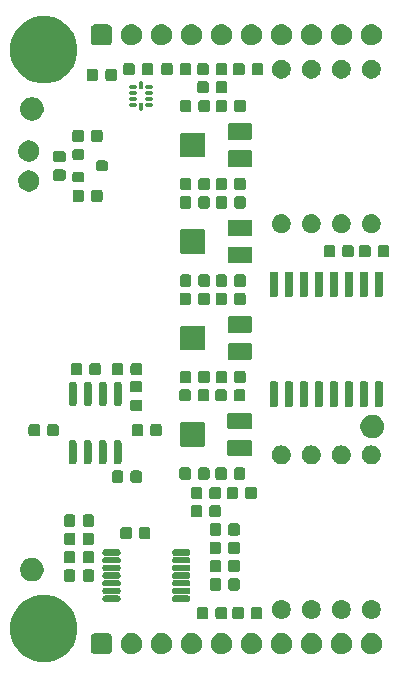
<source format=gbr>
G04 #@! TF.GenerationSoftware,KiCad,Pcbnew,(5.1.6)-1*
G04 #@! TF.CreationDate,2020-06-03T08:45:57+03:00*
G04 #@! TF.ProjectId,TMCM-0021 v1.0,544d434d-2d30-4303-9231-2076312e302e,rev?*
G04 #@! TF.SameCoordinates,Original*
G04 #@! TF.FileFunction,Soldermask,Top*
G04 #@! TF.FilePolarity,Negative*
%FSLAX46Y46*%
G04 Gerber Fmt 4.6, Leading zero omitted, Abs format (unit mm)*
G04 Created by KiCad (PCBNEW (5.1.6)-1) date 2020-06-03 08:45:57*
%MOMM*%
%LPD*%
G01*
G04 APERTURE LIST*
%ADD10C,0.100000*%
G04 APERTURE END LIST*
D10*
G36*
X4331313Y6240477D02*
G01*
X4849980Y6025638D01*
X4849981Y6025637D01*
X5316769Y5713740D01*
X5713740Y5316769D01*
X5891182Y5051207D01*
X6025638Y4849980D01*
X6240477Y4331313D01*
X6350000Y3780702D01*
X6350000Y3219298D01*
X6240477Y2668687D01*
X6025638Y2150020D01*
X6025637Y2150019D01*
X5713740Y1683231D01*
X5316769Y1286260D01*
X5004871Y1077857D01*
X4849980Y974362D01*
X4331313Y759523D01*
X3780702Y650000D01*
X3219298Y650000D01*
X2668687Y759523D01*
X2150020Y974362D01*
X1995129Y1077857D01*
X1683231Y1286260D01*
X1286260Y1683231D01*
X974363Y2150019D01*
X974362Y2150020D01*
X759523Y2668687D01*
X650000Y3219298D01*
X650000Y3780702D01*
X759523Y4331313D01*
X974362Y4849980D01*
X1108818Y5051207D01*
X1286260Y5316769D01*
X1683231Y5713740D01*
X2150019Y6025637D01*
X2150020Y6025638D01*
X2668687Y6240477D01*
X3219298Y6350000D01*
X3780702Y6350000D01*
X4331313Y6240477D01*
G37*
G36*
X31434561Y3106943D02*
G01*
X31492520Y3095414D01*
X31656310Y3027570D01*
X31803717Y2929076D01*
X31929076Y2803717D01*
X32027570Y2656310D01*
X32095414Y2492520D01*
X32130000Y2318642D01*
X32130000Y2141358D01*
X32095414Y1967480D01*
X32027570Y1803690D01*
X31929076Y1656283D01*
X31803717Y1530924D01*
X31656310Y1432430D01*
X31492520Y1364586D01*
X31471505Y1360406D01*
X31318644Y1330000D01*
X31141356Y1330000D01*
X30988495Y1360406D01*
X30967480Y1364586D01*
X30803690Y1432430D01*
X30656283Y1530924D01*
X30530924Y1656283D01*
X30432430Y1803690D01*
X30364586Y1967480D01*
X30330000Y2141358D01*
X30330000Y2318642D01*
X30364586Y2492520D01*
X30432430Y2656310D01*
X30530924Y2803717D01*
X30656283Y2929076D01*
X30803690Y3027570D01*
X30967480Y3095414D01*
X31025439Y3106943D01*
X31141356Y3130000D01*
X31318644Y3130000D01*
X31434561Y3106943D01*
G37*
G36*
X28894561Y3106943D02*
G01*
X28952520Y3095414D01*
X29116310Y3027570D01*
X29263717Y2929076D01*
X29389076Y2803717D01*
X29487570Y2656310D01*
X29555414Y2492520D01*
X29590000Y2318642D01*
X29590000Y2141358D01*
X29555414Y1967480D01*
X29487570Y1803690D01*
X29389076Y1656283D01*
X29263717Y1530924D01*
X29116310Y1432430D01*
X28952520Y1364586D01*
X28931505Y1360406D01*
X28778644Y1330000D01*
X28601356Y1330000D01*
X28448495Y1360406D01*
X28427480Y1364586D01*
X28263690Y1432430D01*
X28116283Y1530924D01*
X27990924Y1656283D01*
X27892430Y1803690D01*
X27824586Y1967480D01*
X27790000Y2141358D01*
X27790000Y2318642D01*
X27824586Y2492520D01*
X27892430Y2656310D01*
X27990924Y2803717D01*
X28116283Y2929076D01*
X28263690Y3027570D01*
X28427480Y3095414D01*
X28485439Y3106943D01*
X28601356Y3130000D01*
X28778644Y3130000D01*
X28894561Y3106943D01*
G37*
G36*
X26354561Y3106943D02*
G01*
X26412520Y3095414D01*
X26576310Y3027570D01*
X26723717Y2929076D01*
X26849076Y2803717D01*
X26947570Y2656310D01*
X27015414Y2492520D01*
X27050000Y2318642D01*
X27050000Y2141358D01*
X27015414Y1967480D01*
X26947570Y1803690D01*
X26849076Y1656283D01*
X26723717Y1530924D01*
X26576310Y1432430D01*
X26412520Y1364586D01*
X26391505Y1360406D01*
X26238644Y1330000D01*
X26061356Y1330000D01*
X25908495Y1360406D01*
X25887480Y1364586D01*
X25723690Y1432430D01*
X25576283Y1530924D01*
X25450924Y1656283D01*
X25352430Y1803690D01*
X25284586Y1967480D01*
X25250000Y2141358D01*
X25250000Y2318642D01*
X25284586Y2492520D01*
X25352430Y2656310D01*
X25450924Y2803717D01*
X25576283Y2929076D01*
X25723690Y3027570D01*
X25887480Y3095414D01*
X25945439Y3106943D01*
X26061356Y3130000D01*
X26238644Y3130000D01*
X26354561Y3106943D01*
G37*
G36*
X23814561Y3106943D02*
G01*
X23872520Y3095414D01*
X24036310Y3027570D01*
X24183717Y2929076D01*
X24309076Y2803717D01*
X24407570Y2656310D01*
X24475414Y2492520D01*
X24510000Y2318642D01*
X24510000Y2141358D01*
X24475414Y1967480D01*
X24407570Y1803690D01*
X24309076Y1656283D01*
X24183717Y1530924D01*
X24036310Y1432430D01*
X23872520Y1364586D01*
X23851505Y1360406D01*
X23698644Y1330000D01*
X23521356Y1330000D01*
X23368495Y1360406D01*
X23347480Y1364586D01*
X23183690Y1432430D01*
X23036283Y1530924D01*
X22910924Y1656283D01*
X22812430Y1803690D01*
X22744586Y1967480D01*
X22710000Y2141358D01*
X22710000Y2318642D01*
X22744586Y2492520D01*
X22812430Y2656310D01*
X22910924Y2803717D01*
X23036283Y2929076D01*
X23183690Y3027570D01*
X23347480Y3095414D01*
X23405439Y3106943D01*
X23521356Y3130000D01*
X23698644Y3130000D01*
X23814561Y3106943D01*
G37*
G36*
X21274561Y3106943D02*
G01*
X21332520Y3095414D01*
X21496310Y3027570D01*
X21643717Y2929076D01*
X21769076Y2803717D01*
X21867570Y2656310D01*
X21935414Y2492520D01*
X21970000Y2318642D01*
X21970000Y2141358D01*
X21935414Y1967480D01*
X21867570Y1803690D01*
X21769076Y1656283D01*
X21643717Y1530924D01*
X21496310Y1432430D01*
X21332520Y1364586D01*
X21311505Y1360406D01*
X21158644Y1330000D01*
X20981356Y1330000D01*
X20828495Y1360406D01*
X20807480Y1364586D01*
X20643690Y1432430D01*
X20496283Y1530924D01*
X20370924Y1656283D01*
X20272430Y1803690D01*
X20204586Y1967480D01*
X20170000Y2141358D01*
X20170000Y2318642D01*
X20204586Y2492520D01*
X20272430Y2656310D01*
X20370924Y2803717D01*
X20496283Y2929076D01*
X20643690Y3027570D01*
X20807480Y3095414D01*
X20865439Y3106943D01*
X20981356Y3130000D01*
X21158644Y3130000D01*
X21274561Y3106943D01*
G37*
G36*
X16194561Y3106943D02*
G01*
X16252520Y3095414D01*
X16416310Y3027570D01*
X16563717Y2929076D01*
X16689076Y2803717D01*
X16787570Y2656310D01*
X16855414Y2492520D01*
X16890000Y2318642D01*
X16890000Y2141358D01*
X16855414Y1967480D01*
X16787570Y1803690D01*
X16689076Y1656283D01*
X16563717Y1530924D01*
X16416310Y1432430D01*
X16252520Y1364586D01*
X16231505Y1360406D01*
X16078644Y1330000D01*
X15901356Y1330000D01*
X15748495Y1360406D01*
X15727480Y1364586D01*
X15563690Y1432430D01*
X15416283Y1530924D01*
X15290924Y1656283D01*
X15192430Y1803690D01*
X15124586Y1967480D01*
X15090000Y2141358D01*
X15090000Y2318642D01*
X15124586Y2492520D01*
X15192430Y2656310D01*
X15290924Y2803717D01*
X15416283Y2929076D01*
X15563690Y3027570D01*
X15727480Y3095414D01*
X15785439Y3106943D01*
X15901356Y3130000D01*
X16078644Y3130000D01*
X16194561Y3106943D01*
G37*
G36*
X18734561Y3106943D02*
G01*
X18792520Y3095414D01*
X18956310Y3027570D01*
X19103717Y2929076D01*
X19229076Y2803717D01*
X19327570Y2656310D01*
X19395414Y2492520D01*
X19430000Y2318642D01*
X19430000Y2141358D01*
X19395414Y1967480D01*
X19327570Y1803690D01*
X19229076Y1656283D01*
X19103717Y1530924D01*
X18956310Y1432430D01*
X18792520Y1364586D01*
X18771505Y1360406D01*
X18618644Y1330000D01*
X18441356Y1330000D01*
X18288495Y1360406D01*
X18267480Y1364586D01*
X18103690Y1432430D01*
X17956283Y1530924D01*
X17830924Y1656283D01*
X17732430Y1803690D01*
X17664586Y1967480D01*
X17630000Y2141358D01*
X17630000Y2318642D01*
X17664586Y2492520D01*
X17732430Y2656310D01*
X17830924Y2803717D01*
X17956283Y2929076D01*
X18103690Y3027570D01*
X18267480Y3095414D01*
X18325439Y3106943D01*
X18441356Y3130000D01*
X18618644Y3130000D01*
X18734561Y3106943D01*
G37*
G36*
X8950806Y3122145D02*
G01*
X9025143Y3099594D01*
X9093647Y3062978D01*
X9153696Y3013696D01*
X9202978Y2953647D01*
X9239594Y2885143D01*
X9262145Y2810806D01*
X9270000Y2731046D01*
X9270000Y1728954D01*
X9262145Y1649194D01*
X9239594Y1574857D01*
X9202978Y1506353D01*
X9153696Y1446304D01*
X9093647Y1397022D01*
X9025143Y1360406D01*
X8950806Y1337855D01*
X8871046Y1330000D01*
X7868954Y1330000D01*
X7789194Y1337855D01*
X7714857Y1360406D01*
X7646353Y1397022D01*
X7586304Y1446304D01*
X7537022Y1506353D01*
X7500406Y1574857D01*
X7477855Y1649194D01*
X7470000Y1728954D01*
X7470000Y2731046D01*
X7477855Y2810806D01*
X7500406Y2885143D01*
X7537022Y2953647D01*
X7586304Y3013696D01*
X7646353Y3062978D01*
X7714857Y3099594D01*
X7789194Y3122145D01*
X7868954Y3130000D01*
X8871046Y3130000D01*
X8950806Y3122145D01*
G37*
G36*
X13654561Y3106943D02*
G01*
X13712520Y3095414D01*
X13876310Y3027570D01*
X14023717Y2929076D01*
X14149076Y2803717D01*
X14247570Y2656310D01*
X14315414Y2492520D01*
X14350000Y2318642D01*
X14350000Y2141358D01*
X14315414Y1967480D01*
X14247570Y1803690D01*
X14149076Y1656283D01*
X14023717Y1530924D01*
X13876310Y1432430D01*
X13712520Y1364586D01*
X13691505Y1360406D01*
X13538644Y1330000D01*
X13361356Y1330000D01*
X13208495Y1360406D01*
X13187480Y1364586D01*
X13023690Y1432430D01*
X12876283Y1530924D01*
X12750924Y1656283D01*
X12652430Y1803690D01*
X12584586Y1967480D01*
X12550000Y2141358D01*
X12550000Y2318642D01*
X12584586Y2492520D01*
X12652430Y2656310D01*
X12750924Y2803717D01*
X12876283Y2929076D01*
X13023690Y3027570D01*
X13187480Y3095414D01*
X13245439Y3106943D01*
X13361356Y3130000D01*
X13538644Y3130000D01*
X13654561Y3106943D01*
G37*
G36*
X11114561Y3106943D02*
G01*
X11172520Y3095414D01*
X11336310Y3027570D01*
X11483717Y2929076D01*
X11609076Y2803717D01*
X11707570Y2656310D01*
X11775414Y2492520D01*
X11810000Y2318642D01*
X11810000Y2141358D01*
X11775414Y1967480D01*
X11707570Y1803690D01*
X11609076Y1656283D01*
X11483717Y1530924D01*
X11336310Y1432430D01*
X11172520Y1364586D01*
X11151505Y1360406D01*
X10998644Y1330000D01*
X10821356Y1330000D01*
X10668495Y1360406D01*
X10647480Y1364586D01*
X10483690Y1432430D01*
X10336283Y1530924D01*
X10210924Y1656283D01*
X10112430Y1803690D01*
X10044586Y1967480D01*
X10010000Y2141358D01*
X10010000Y2318642D01*
X10044586Y2492520D01*
X10112430Y2656310D01*
X10210924Y2803717D01*
X10336283Y2929076D01*
X10483690Y3027570D01*
X10647480Y3095414D01*
X10705439Y3106943D01*
X10821356Y3130000D01*
X10998644Y3130000D01*
X11114561Y3106943D01*
G37*
G36*
X21838879Y5330560D02*
G01*
X21879870Y5318126D01*
X21917645Y5297935D01*
X21950758Y5270758D01*
X21977935Y5237645D01*
X21998126Y5199870D01*
X22010560Y5158879D01*
X22015000Y5113796D01*
X22015000Y4506204D01*
X22010560Y4461121D01*
X21998126Y4420130D01*
X21977935Y4382355D01*
X21950758Y4349242D01*
X21917645Y4322065D01*
X21879870Y4301874D01*
X21838879Y4289440D01*
X21793796Y4285000D01*
X21261204Y4285000D01*
X21216121Y4289440D01*
X21175130Y4301874D01*
X21137355Y4322065D01*
X21104242Y4349242D01*
X21077065Y4382355D01*
X21056874Y4420130D01*
X21044440Y4461121D01*
X21040000Y4506204D01*
X21040000Y5113796D01*
X21044440Y5158879D01*
X21056874Y5199870D01*
X21077065Y5237645D01*
X21104242Y5270758D01*
X21137355Y5297935D01*
X21175130Y5318126D01*
X21216121Y5330560D01*
X21261204Y5335000D01*
X21793796Y5335000D01*
X21838879Y5330560D01*
G37*
G36*
X20263879Y5330560D02*
G01*
X20304870Y5318126D01*
X20342645Y5297935D01*
X20375758Y5270758D01*
X20402935Y5237645D01*
X20423126Y5199870D01*
X20435560Y5158879D01*
X20440000Y5113796D01*
X20440000Y4506204D01*
X20435560Y4461121D01*
X20423126Y4420130D01*
X20402935Y4382355D01*
X20375758Y4349242D01*
X20342645Y4322065D01*
X20304870Y4301874D01*
X20263879Y4289440D01*
X20218796Y4285000D01*
X19686204Y4285000D01*
X19641121Y4289440D01*
X19600130Y4301874D01*
X19562355Y4322065D01*
X19529242Y4349242D01*
X19502065Y4382355D01*
X19481874Y4420130D01*
X19469440Y4461121D01*
X19465000Y4506204D01*
X19465000Y5113796D01*
X19469440Y5158879D01*
X19481874Y5199870D01*
X19502065Y5237645D01*
X19529242Y5270758D01*
X19562355Y5297935D01*
X19600130Y5318126D01*
X19641121Y5330560D01*
X19686204Y5335000D01*
X20218796Y5335000D01*
X20263879Y5330560D01*
G37*
G36*
X18838879Y5330560D02*
G01*
X18879870Y5318126D01*
X18917645Y5297935D01*
X18950758Y5270758D01*
X18977935Y5237645D01*
X18998126Y5199870D01*
X19010560Y5158879D01*
X19015000Y5113796D01*
X19015000Y4506204D01*
X19010560Y4461121D01*
X18998126Y4420130D01*
X18977935Y4382355D01*
X18950758Y4349242D01*
X18917645Y4322065D01*
X18879870Y4301874D01*
X18838879Y4289440D01*
X18793796Y4285000D01*
X18261204Y4285000D01*
X18216121Y4289440D01*
X18175130Y4301874D01*
X18137355Y4322065D01*
X18104242Y4349242D01*
X18077065Y4382355D01*
X18056874Y4420130D01*
X18044440Y4461121D01*
X18040000Y4506204D01*
X18040000Y5113796D01*
X18044440Y5158879D01*
X18056874Y5199870D01*
X18077065Y5237645D01*
X18104242Y5270758D01*
X18137355Y5297935D01*
X18175130Y5318126D01*
X18216121Y5330560D01*
X18261204Y5335000D01*
X18793796Y5335000D01*
X18838879Y5330560D01*
G37*
G36*
X17263879Y5330560D02*
G01*
X17304870Y5318126D01*
X17342645Y5297935D01*
X17375758Y5270758D01*
X17402935Y5237645D01*
X17423126Y5199870D01*
X17435560Y5158879D01*
X17440000Y5113796D01*
X17440000Y4506204D01*
X17435560Y4461121D01*
X17423126Y4420130D01*
X17402935Y4382355D01*
X17375758Y4349242D01*
X17342645Y4322065D01*
X17304870Y4301874D01*
X17263879Y4289440D01*
X17218796Y4285000D01*
X16686204Y4285000D01*
X16641121Y4289440D01*
X16600130Y4301874D01*
X16562355Y4322065D01*
X16529242Y4349242D01*
X16502065Y4382355D01*
X16481874Y4420130D01*
X16469440Y4461121D01*
X16465000Y4506204D01*
X16465000Y5113796D01*
X16469440Y5158879D01*
X16481874Y5199870D01*
X16502065Y5237645D01*
X16529242Y5270758D01*
X16562355Y5297935D01*
X16600130Y5318126D01*
X16641121Y5330560D01*
X16686204Y5335000D01*
X17218796Y5335000D01*
X17263879Y5330560D01*
G37*
G36*
X26300439Y5915749D02*
G01*
X26383351Y5899257D01*
X26443656Y5874278D01*
X26528941Y5838952D01*
X26659969Y5751402D01*
X26771402Y5639969D01*
X26858952Y5508941D01*
X26919257Y5363350D01*
X26950000Y5208795D01*
X26950000Y5051205D01*
X26919257Y4896650D01*
X26858952Y4751059D01*
X26771402Y4620031D01*
X26659969Y4508598D01*
X26528941Y4421048D01*
X26462023Y4393330D01*
X26383351Y4360743D01*
X26331832Y4350495D01*
X26228795Y4330000D01*
X26071205Y4330000D01*
X25968168Y4350495D01*
X25916649Y4360743D01*
X25837977Y4393330D01*
X25771059Y4421048D01*
X25640031Y4508598D01*
X25528598Y4620031D01*
X25441048Y4751059D01*
X25380743Y4896650D01*
X25350000Y5051205D01*
X25350000Y5208795D01*
X25380743Y5363350D01*
X25441048Y5508941D01*
X25528598Y5639969D01*
X25640031Y5751402D01*
X25771059Y5838952D01*
X25856344Y5874278D01*
X25916649Y5899257D01*
X25999561Y5915749D01*
X26071205Y5930000D01*
X26228795Y5930000D01*
X26300439Y5915749D01*
G37*
G36*
X28840439Y5915749D02*
G01*
X28923351Y5899257D01*
X28983656Y5874278D01*
X29068941Y5838952D01*
X29199969Y5751402D01*
X29311402Y5639969D01*
X29398952Y5508941D01*
X29459257Y5363350D01*
X29490000Y5208795D01*
X29490000Y5051205D01*
X29459257Y4896650D01*
X29398952Y4751059D01*
X29311402Y4620031D01*
X29199969Y4508598D01*
X29068941Y4421048D01*
X29002023Y4393330D01*
X28923351Y4360743D01*
X28871832Y4350495D01*
X28768795Y4330000D01*
X28611205Y4330000D01*
X28508168Y4350495D01*
X28456649Y4360743D01*
X28377977Y4393330D01*
X28311059Y4421048D01*
X28180031Y4508598D01*
X28068598Y4620031D01*
X27981048Y4751059D01*
X27920743Y4896650D01*
X27890000Y5051205D01*
X27890000Y5208795D01*
X27920743Y5363350D01*
X27981048Y5508941D01*
X28068598Y5639969D01*
X28180031Y5751402D01*
X28311059Y5838952D01*
X28396344Y5874278D01*
X28456649Y5899257D01*
X28539561Y5915749D01*
X28611205Y5930000D01*
X28768795Y5930000D01*
X28840439Y5915749D01*
G37*
G36*
X31380439Y5915749D02*
G01*
X31463351Y5899257D01*
X31523656Y5874278D01*
X31608941Y5838952D01*
X31739969Y5751402D01*
X31851402Y5639969D01*
X31938952Y5508941D01*
X31999257Y5363350D01*
X32030000Y5208795D01*
X32030000Y5051205D01*
X31999257Y4896650D01*
X31938952Y4751059D01*
X31851402Y4620031D01*
X31739969Y4508598D01*
X31608941Y4421048D01*
X31542023Y4393330D01*
X31463351Y4360743D01*
X31411832Y4350495D01*
X31308795Y4330000D01*
X31151205Y4330000D01*
X31048168Y4350495D01*
X30996649Y4360743D01*
X30917977Y4393330D01*
X30851059Y4421048D01*
X30720031Y4508598D01*
X30608598Y4620031D01*
X30521048Y4751059D01*
X30460743Y4896650D01*
X30430000Y5051205D01*
X30430000Y5208795D01*
X30460743Y5363350D01*
X30521048Y5508941D01*
X30608598Y5639969D01*
X30720031Y5751402D01*
X30851059Y5838952D01*
X30936344Y5874278D01*
X30996649Y5899257D01*
X31079561Y5915749D01*
X31151205Y5930000D01*
X31308795Y5930000D01*
X31380439Y5915749D01*
G37*
G36*
X23760439Y5915749D02*
G01*
X23843351Y5899257D01*
X23903656Y5874278D01*
X23988941Y5838952D01*
X24119969Y5751402D01*
X24231402Y5639969D01*
X24318952Y5508941D01*
X24379257Y5363350D01*
X24410000Y5208795D01*
X24410000Y5051205D01*
X24379257Y4896650D01*
X24318952Y4751059D01*
X24231402Y4620031D01*
X24119969Y4508598D01*
X23988941Y4421048D01*
X23922023Y4393330D01*
X23843351Y4360743D01*
X23791832Y4350495D01*
X23688795Y4330000D01*
X23531205Y4330000D01*
X23428168Y4350495D01*
X23376649Y4360743D01*
X23297977Y4393330D01*
X23231059Y4421048D01*
X23100031Y4508598D01*
X22988598Y4620031D01*
X22901048Y4751059D01*
X22840743Y4896650D01*
X22810000Y5051205D01*
X22810000Y5208795D01*
X22840743Y5363350D01*
X22901048Y5508941D01*
X22988598Y5639969D01*
X23100031Y5751402D01*
X23231059Y5838952D01*
X23316344Y5874278D01*
X23376649Y5899257D01*
X23459561Y5915749D01*
X23531205Y5930000D01*
X23688795Y5930000D01*
X23760439Y5915749D01*
G37*
G36*
X15722900Y6310179D02*
G01*
X15767615Y6296615D01*
X15808824Y6274587D01*
X15844944Y6244944D01*
X15874587Y6208824D01*
X15896615Y6167615D01*
X15910179Y6122900D01*
X15915000Y6073947D01*
X15915000Y6006053D01*
X15910179Y5957100D01*
X15896615Y5912385D01*
X15874587Y5871176D01*
X15844944Y5835056D01*
X15808824Y5805413D01*
X15767615Y5783385D01*
X15722900Y5769821D01*
X15673947Y5765000D01*
X14606053Y5765000D01*
X14557100Y5769821D01*
X14512385Y5783385D01*
X14471176Y5805413D01*
X14435056Y5835056D01*
X14405413Y5871176D01*
X14383385Y5912385D01*
X14369821Y5957100D01*
X14365000Y6006053D01*
X14365000Y6073947D01*
X14369821Y6122900D01*
X14383385Y6167615D01*
X14405413Y6208824D01*
X14435056Y6244944D01*
X14471176Y6274587D01*
X14512385Y6296615D01*
X14557100Y6310179D01*
X14606053Y6315000D01*
X15673947Y6315000D01*
X15722900Y6310179D01*
G37*
G36*
X9822900Y6310179D02*
G01*
X9867615Y6296615D01*
X9908824Y6274587D01*
X9944944Y6244944D01*
X9974587Y6208824D01*
X9996615Y6167615D01*
X10010179Y6122900D01*
X10015000Y6073947D01*
X10015000Y6006053D01*
X10010179Y5957100D01*
X9996615Y5912385D01*
X9974587Y5871176D01*
X9944944Y5835056D01*
X9908824Y5805413D01*
X9867615Y5783385D01*
X9822900Y5769821D01*
X9773947Y5765000D01*
X8706053Y5765000D01*
X8657100Y5769821D01*
X8612385Y5783385D01*
X8571176Y5805413D01*
X8535056Y5835056D01*
X8505413Y5871176D01*
X8483385Y5912385D01*
X8469821Y5957100D01*
X8465000Y6006053D01*
X8465000Y6073947D01*
X8469821Y6122900D01*
X8483385Y6167615D01*
X8505413Y6208824D01*
X8535056Y6244944D01*
X8571176Y6274587D01*
X8612385Y6296615D01*
X8657100Y6310179D01*
X8706053Y6315000D01*
X9773947Y6315000D01*
X9822900Y6310179D01*
G37*
G36*
X15722900Y6960179D02*
G01*
X15767615Y6946615D01*
X15808824Y6924587D01*
X15844944Y6894944D01*
X15874587Y6858824D01*
X15896615Y6817615D01*
X15910179Y6772900D01*
X15915000Y6723947D01*
X15915000Y6656053D01*
X15910179Y6607100D01*
X15896615Y6562385D01*
X15874587Y6521176D01*
X15844944Y6485056D01*
X15808824Y6455413D01*
X15767615Y6433385D01*
X15722900Y6419821D01*
X15673947Y6415000D01*
X14606053Y6415000D01*
X14557100Y6419821D01*
X14512385Y6433385D01*
X14471176Y6455413D01*
X14435056Y6485056D01*
X14405413Y6521176D01*
X14383385Y6562385D01*
X14369821Y6607100D01*
X14365000Y6656053D01*
X14365000Y6723947D01*
X14369821Y6772900D01*
X14383385Y6817615D01*
X14405413Y6858824D01*
X14435056Y6894944D01*
X14471176Y6924587D01*
X14512385Y6946615D01*
X14557100Y6960179D01*
X14606053Y6965000D01*
X15673947Y6965000D01*
X15722900Y6960179D01*
G37*
G36*
X9822900Y6960179D02*
G01*
X9867615Y6946615D01*
X9908824Y6924587D01*
X9944944Y6894944D01*
X9974587Y6858824D01*
X9996615Y6817615D01*
X10010179Y6772900D01*
X10015000Y6723947D01*
X10015000Y6656053D01*
X10010179Y6607100D01*
X9996615Y6562385D01*
X9974587Y6521176D01*
X9944944Y6485056D01*
X9908824Y6455413D01*
X9867615Y6433385D01*
X9822900Y6419821D01*
X9773947Y6415000D01*
X8706053Y6415000D01*
X8657100Y6419821D01*
X8612385Y6433385D01*
X8571176Y6455413D01*
X8535056Y6485056D01*
X8505413Y6521176D01*
X8483385Y6562385D01*
X8469821Y6607100D01*
X8465000Y6656053D01*
X8465000Y6723947D01*
X8469821Y6772900D01*
X8483385Y6817615D01*
X8505413Y6858824D01*
X8535056Y6894944D01*
X8571176Y6924587D01*
X8612385Y6946615D01*
X8657100Y6960179D01*
X8706053Y6965000D01*
X9773947Y6965000D01*
X9822900Y6960179D01*
G37*
G36*
X19918879Y7760559D02*
G01*
X19959870Y7748125D01*
X19997645Y7727934D01*
X20030758Y7700757D01*
X20057935Y7667644D01*
X20078126Y7629869D01*
X20090560Y7588878D01*
X20095000Y7543795D01*
X20095000Y6936203D01*
X20090560Y6891120D01*
X20078126Y6850129D01*
X20057935Y6812354D01*
X20030758Y6779241D01*
X19997645Y6752064D01*
X19959870Y6731873D01*
X19918879Y6719439D01*
X19873796Y6714999D01*
X19341204Y6714999D01*
X19296121Y6719439D01*
X19255130Y6731873D01*
X19217355Y6752064D01*
X19184242Y6779241D01*
X19157065Y6812354D01*
X19136874Y6850129D01*
X19124440Y6891120D01*
X19120000Y6936203D01*
X19120000Y7543795D01*
X19124440Y7588878D01*
X19136874Y7629869D01*
X19157065Y7667644D01*
X19184242Y7700757D01*
X19217355Y7727934D01*
X19255130Y7748125D01*
X19296121Y7760559D01*
X19341204Y7764999D01*
X19873796Y7764999D01*
X19918879Y7760559D01*
G37*
G36*
X18343879Y7760559D02*
G01*
X18384870Y7748125D01*
X18422645Y7727934D01*
X18455758Y7700757D01*
X18482935Y7667644D01*
X18503126Y7629869D01*
X18515560Y7588878D01*
X18520000Y7543795D01*
X18520000Y6936203D01*
X18515560Y6891120D01*
X18503126Y6850129D01*
X18482935Y6812354D01*
X18455758Y6779241D01*
X18422645Y6752064D01*
X18384870Y6731873D01*
X18343879Y6719439D01*
X18298796Y6714999D01*
X17766204Y6714999D01*
X17721121Y6719439D01*
X17680130Y6731873D01*
X17642355Y6752064D01*
X17609242Y6779241D01*
X17582065Y6812354D01*
X17561874Y6850129D01*
X17549440Y6891120D01*
X17545000Y6936203D01*
X17545000Y7543795D01*
X17549440Y7588878D01*
X17561874Y7629869D01*
X17582065Y7667644D01*
X17609242Y7700757D01*
X17642355Y7727934D01*
X17680130Y7748125D01*
X17721121Y7760559D01*
X17766204Y7764999D01*
X18298796Y7764999D01*
X18343879Y7760559D01*
G37*
G36*
X15722900Y7610179D02*
G01*
X15767615Y7596615D01*
X15808824Y7574587D01*
X15844944Y7544944D01*
X15874587Y7508824D01*
X15896615Y7467615D01*
X15910179Y7422900D01*
X15915000Y7373947D01*
X15915000Y7306053D01*
X15910179Y7257100D01*
X15896615Y7212385D01*
X15874587Y7171176D01*
X15844944Y7135056D01*
X15808824Y7105413D01*
X15767615Y7083385D01*
X15722900Y7069821D01*
X15673947Y7065000D01*
X14606053Y7065000D01*
X14557100Y7069821D01*
X14512385Y7083385D01*
X14471176Y7105413D01*
X14435056Y7135056D01*
X14405413Y7171176D01*
X14383385Y7212385D01*
X14369821Y7257100D01*
X14365000Y7306053D01*
X14365000Y7373947D01*
X14369821Y7422900D01*
X14383385Y7467615D01*
X14405413Y7508824D01*
X14435056Y7544944D01*
X14471176Y7574587D01*
X14512385Y7596615D01*
X14557100Y7610179D01*
X14606053Y7615000D01*
X15673947Y7615000D01*
X15722900Y7610179D01*
G37*
G36*
X9822900Y7610179D02*
G01*
X9867615Y7596615D01*
X9908824Y7574587D01*
X9944944Y7544944D01*
X9974587Y7508824D01*
X9996615Y7467615D01*
X10010179Y7422900D01*
X10015000Y7373947D01*
X10015000Y7306053D01*
X10010179Y7257100D01*
X9996615Y7212385D01*
X9974587Y7171176D01*
X9944944Y7135056D01*
X9908824Y7105413D01*
X9867615Y7083385D01*
X9822900Y7069821D01*
X9773947Y7065000D01*
X8706053Y7065000D01*
X8657100Y7069821D01*
X8612385Y7083385D01*
X8571176Y7105413D01*
X8535056Y7135056D01*
X8505413Y7171176D01*
X8483385Y7212385D01*
X8469821Y7257100D01*
X8465000Y7306053D01*
X8465000Y7373947D01*
X8469821Y7422900D01*
X8483385Y7467615D01*
X8505413Y7508824D01*
X8535056Y7544944D01*
X8571176Y7574587D01*
X8612385Y7596615D01*
X8657100Y7610179D01*
X8706053Y7615000D01*
X9773947Y7615000D01*
X9822900Y7610179D01*
G37*
G36*
X6003879Y8510559D02*
G01*
X6044870Y8498125D01*
X6082645Y8477934D01*
X6115758Y8450757D01*
X6142935Y8417644D01*
X6163126Y8379869D01*
X6175560Y8338878D01*
X6180000Y8293795D01*
X6180000Y7686203D01*
X6175560Y7641120D01*
X6163126Y7600129D01*
X6142935Y7562354D01*
X6115758Y7529241D01*
X6082645Y7502064D01*
X6044870Y7481873D01*
X6003879Y7469439D01*
X5958796Y7464999D01*
X5426204Y7464999D01*
X5381121Y7469439D01*
X5340130Y7481873D01*
X5302355Y7502064D01*
X5269242Y7529241D01*
X5242065Y7562354D01*
X5221874Y7600129D01*
X5209440Y7641120D01*
X5205000Y7686203D01*
X5205000Y8293795D01*
X5209440Y8338878D01*
X5221874Y8379869D01*
X5242065Y8417644D01*
X5269242Y8450757D01*
X5302355Y8477934D01*
X5340130Y8498125D01*
X5381121Y8510559D01*
X5426204Y8514999D01*
X5958796Y8514999D01*
X6003879Y8510559D01*
G37*
G36*
X7578879Y8510559D02*
G01*
X7619870Y8498125D01*
X7657645Y8477934D01*
X7690758Y8450757D01*
X7717935Y8417644D01*
X7738126Y8379869D01*
X7750560Y8338878D01*
X7755000Y8293795D01*
X7755000Y7686203D01*
X7750560Y7641120D01*
X7738126Y7600129D01*
X7717935Y7562354D01*
X7690758Y7529241D01*
X7657645Y7502064D01*
X7619870Y7481873D01*
X7578879Y7469439D01*
X7533796Y7464999D01*
X7001204Y7464999D01*
X6956121Y7469439D01*
X6915130Y7481873D01*
X6877355Y7502064D01*
X6844242Y7529241D01*
X6817065Y7562354D01*
X6796874Y7600129D01*
X6784440Y7641120D01*
X6780000Y7686203D01*
X6780000Y8293795D01*
X6784440Y8338878D01*
X6796874Y8379869D01*
X6817065Y8417644D01*
X6844242Y8450757D01*
X6877355Y8477934D01*
X6915130Y8498125D01*
X6956121Y8510559D01*
X7001204Y8514999D01*
X7533796Y8514999D01*
X7578879Y8510559D01*
G37*
G36*
X2695090Y9480785D02*
G01*
X2791689Y9461571D01*
X2973678Y9386189D01*
X3137463Y9276751D01*
X3276751Y9137463D01*
X3386189Y8973678D01*
X3461571Y8791689D01*
X3475254Y8722900D01*
X3500000Y8598493D01*
X3500000Y8401507D01*
X3492738Y8365000D01*
X3461571Y8208311D01*
X3386189Y8026322D01*
X3276751Y7862537D01*
X3137463Y7723249D01*
X2973678Y7613811D01*
X2791689Y7538429D01*
X2705318Y7521249D01*
X2598493Y7500000D01*
X2401507Y7500000D01*
X2294682Y7521249D01*
X2208311Y7538429D01*
X2026322Y7613811D01*
X1862537Y7723249D01*
X1723249Y7862537D01*
X1613811Y8026322D01*
X1538429Y8208311D01*
X1507262Y8365000D01*
X1500000Y8401507D01*
X1500000Y8598493D01*
X1524746Y8722900D01*
X1538429Y8791689D01*
X1613811Y8973678D01*
X1723249Y9137463D01*
X1862537Y9276751D01*
X2026322Y9386189D01*
X2208311Y9461571D01*
X2304910Y9480785D01*
X2401507Y9500000D01*
X2598493Y9500000D01*
X2695090Y9480785D01*
G37*
G36*
X9822900Y8260179D02*
G01*
X9867615Y8246615D01*
X9908824Y8224587D01*
X9944944Y8194944D01*
X9974587Y8158824D01*
X9996615Y8117615D01*
X10010179Y8072900D01*
X10015000Y8023947D01*
X10015000Y7956053D01*
X10010179Y7907100D01*
X9996615Y7862385D01*
X9974587Y7821176D01*
X9944944Y7785056D01*
X9908824Y7755413D01*
X9867615Y7733385D01*
X9822900Y7719821D01*
X9773947Y7715000D01*
X8706053Y7715000D01*
X8657100Y7719821D01*
X8612385Y7733385D01*
X8571176Y7755413D01*
X8535056Y7785056D01*
X8505413Y7821176D01*
X8483385Y7862385D01*
X8469821Y7907100D01*
X8465000Y7956053D01*
X8465000Y8023947D01*
X8469821Y8072900D01*
X8483385Y8117615D01*
X8505413Y8158824D01*
X8535056Y8194944D01*
X8571176Y8224587D01*
X8612385Y8246615D01*
X8657100Y8260179D01*
X8706053Y8265000D01*
X9773947Y8265000D01*
X9822900Y8260179D01*
G37*
G36*
X15722900Y8260179D02*
G01*
X15767615Y8246615D01*
X15808824Y8224587D01*
X15844944Y8194944D01*
X15874587Y8158824D01*
X15896615Y8117615D01*
X15910179Y8072900D01*
X15915000Y8023947D01*
X15915000Y7956053D01*
X15910179Y7907100D01*
X15896615Y7862385D01*
X15874587Y7821176D01*
X15844944Y7785056D01*
X15808824Y7755413D01*
X15767615Y7733385D01*
X15722900Y7719821D01*
X15673947Y7715000D01*
X14606053Y7715000D01*
X14557100Y7719821D01*
X14512385Y7733385D01*
X14471176Y7755413D01*
X14435056Y7785056D01*
X14405413Y7821176D01*
X14383385Y7862385D01*
X14369821Y7907100D01*
X14365000Y7956053D01*
X14365000Y8023947D01*
X14369821Y8072900D01*
X14383385Y8117615D01*
X14405413Y8158824D01*
X14435056Y8194944D01*
X14471176Y8224587D01*
X14512385Y8246615D01*
X14557100Y8260179D01*
X14606053Y8265000D01*
X15673947Y8265000D01*
X15722900Y8260179D01*
G37*
G36*
X18343879Y9310561D02*
G01*
X18384870Y9298127D01*
X18422645Y9277936D01*
X18455758Y9250759D01*
X18482935Y9217646D01*
X18503126Y9179871D01*
X18515560Y9138880D01*
X18520000Y9093797D01*
X18520000Y8486205D01*
X18515560Y8441122D01*
X18503126Y8400131D01*
X18482935Y8362356D01*
X18455758Y8329243D01*
X18422645Y8302066D01*
X18384870Y8281875D01*
X18343879Y8269441D01*
X18298796Y8265001D01*
X17766204Y8265001D01*
X17721121Y8269441D01*
X17680130Y8281875D01*
X17642355Y8302066D01*
X17609242Y8329243D01*
X17582065Y8362356D01*
X17561874Y8400131D01*
X17549440Y8441122D01*
X17545000Y8486205D01*
X17545000Y9093797D01*
X17549440Y9138880D01*
X17561874Y9179871D01*
X17582065Y9217646D01*
X17609242Y9250759D01*
X17642355Y9277936D01*
X17680130Y9298127D01*
X17721121Y9310561D01*
X17766204Y9315001D01*
X18298796Y9315001D01*
X18343879Y9310561D01*
G37*
G36*
X19918879Y9310561D02*
G01*
X19959870Y9298127D01*
X19997645Y9277936D01*
X20030758Y9250759D01*
X20057935Y9217646D01*
X20078126Y9179871D01*
X20090560Y9138880D01*
X20095000Y9093797D01*
X20095000Y8486205D01*
X20090560Y8441122D01*
X20078126Y8400131D01*
X20057935Y8362356D01*
X20030758Y8329243D01*
X19997645Y8302066D01*
X19959870Y8281875D01*
X19918879Y8269441D01*
X19873796Y8265001D01*
X19341204Y8265001D01*
X19296121Y8269441D01*
X19255130Y8281875D01*
X19217355Y8302066D01*
X19184242Y8329243D01*
X19157065Y8362356D01*
X19136874Y8400131D01*
X19124440Y8441122D01*
X19120000Y8486205D01*
X19120000Y9093797D01*
X19124440Y9138880D01*
X19136874Y9179871D01*
X19157065Y9217646D01*
X19184242Y9250759D01*
X19217355Y9277936D01*
X19255130Y9298127D01*
X19296121Y9310561D01*
X19341204Y9315001D01*
X19873796Y9315001D01*
X19918879Y9310561D01*
G37*
G36*
X9822900Y8910179D02*
G01*
X9867615Y8896615D01*
X9908824Y8874587D01*
X9944944Y8844944D01*
X9974587Y8808824D01*
X9996615Y8767615D01*
X10010179Y8722900D01*
X10015000Y8673947D01*
X10015000Y8606053D01*
X10010179Y8557100D01*
X9996615Y8512385D01*
X9974587Y8471176D01*
X9944944Y8435056D01*
X9908824Y8405413D01*
X9867615Y8383385D01*
X9822900Y8369821D01*
X9773947Y8365000D01*
X8706053Y8365000D01*
X8657100Y8369821D01*
X8612385Y8383385D01*
X8571176Y8405413D01*
X8535056Y8435056D01*
X8505413Y8471176D01*
X8483385Y8512385D01*
X8469821Y8557100D01*
X8465000Y8606053D01*
X8465000Y8673947D01*
X8469821Y8722900D01*
X8483385Y8767615D01*
X8505413Y8808824D01*
X8535056Y8844944D01*
X8571176Y8874587D01*
X8612385Y8896615D01*
X8657100Y8910179D01*
X8706053Y8915000D01*
X9773947Y8915000D01*
X9822900Y8910179D01*
G37*
G36*
X15722900Y8910179D02*
G01*
X15767615Y8896615D01*
X15808824Y8874587D01*
X15844944Y8844944D01*
X15874587Y8808824D01*
X15896615Y8767615D01*
X15910179Y8722900D01*
X15915000Y8673947D01*
X15915000Y8606053D01*
X15910179Y8557100D01*
X15896615Y8512385D01*
X15874587Y8471176D01*
X15844944Y8435056D01*
X15808824Y8405413D01*
X15767615Y8383385D01*
X15722900Y8369821D01*
X15673947Y8365000D01*
X14606053Y8365000D01*
X14557100Y8369821D01*
X14512385Y8383385D01*
X14471176Y8405413D01*
X14435056Y8435056D01*
X14405413Y8471176D01*
X14383385Y8512385D01*
X14369821Y8557100D01*
X14365000Y8606053D01*
X14365000Y8673947D01*
X14369821Y8722900D01*
X14383385Y8767615D01*
X14405413Y8808824D01*
X14435056Y8844944D01*
X14471176Y8874587D01*
X14512385Y8896615D01*
X14557100Y8910179D01*
X14606053Y8915000D01*
X15673947Y8915000D01*
X15722900Y8910179D01*
G37*
G36*
X9822900Y9560179D02*
G01*
X9867615Y9546615D01*
X9908824Y9524587D01*
X9944944Y9494944D01*
X9974587Y9458824D01*
X9996615Y9417615D01*
X10010179Y9372900D01*
X10015000Y9323947D01*
X10015000Y9256053D01*
X10010179Y9207100D01*
X9996615Y9162385D01*
X9974587Y9121176D01*
X9944944Y9085056D01*
X9908824Y9055413D01*
X9867615Y9033385D01*
X9822900Y9019821D01*
X9773947Y9015000D01*
X8706053Y9015000D01*
X8657100Y9019821D01*
X8612385Y9033385D01*
X8571176Y9055413D01*
X8535056Y9085056D01*
X8505413Y9121176D01*
X8483385Y9162385D01*
X8469821Y9207100D01*
X8465000Y9256053D01*
X8465000Y9323947D01*
X8469821Y9372900D01*
X8483385Y9417615D01*
X8505413Y9458824D01*
X8535056Y9494944D01*
X8571176Y9524587D01*
X8612385Y9546615D01*
X8657100Y9560179D01*
X8706053Y9565000D01*
X9773947Y9565000D01*
X9822900Y9560179D01*
G37*
G36*
X15722900Y9560179D02*
G01*
X15767615Y9546615D01*
X15808824Y9524587D01*
X15844944Y9494944D01*
X15874587Y9458824D01*
X15896615Y9417615D01*
X15910179Y9372900D01*
X15915000Y9323947D01*
X15915000Y9256053D01*
X15910179Y9207100D01*
X15896615Y9162385D01*
X15874587Y9121176D01*
X15844944Y9085056D01*
X15808824Y9055413D01*
X15767615Y9033385D01*
X15722900Y9019821D01*
X15673947Y9015000D01*
X14606053Y9015000D01*
X14557100Y9019821D01*
X14512385Y9033385D01*
X14471176Y9055413D01*
X14435056Y9085056D01*
X14405413Y9121176D01*
X14383385Y9162385D01*
X14369821Y9207100D01*
X14365000Y9256053D01*
X14365000Y9323947D01*
X14369821Y9372900D01*
X14383385Y9417615D01*
X14405413Y9458824D01*
X14435056Y9494944D01*
X14471176Y9524587D01*
X14512385Y9546615D01*
X14557100Y9560179D01*
X14606053Y9565000D01*
X15673947Y9565000D01*
X15722900Y9560179D01*
G37*
G36*
X6003879Y10060561D02*
G01*
X6044870Y10048127D01*
X6082645Y10027936D01*
X6115758Y10000759D01*
X6142935Y9967646D01*
X6163126Y9929871D01*
X6175560Y9888880D01*
X6180000Y9843797D01*
X6180000Y9236205D01*
X6175560Y9191122D01*
X6163126Y9150131D01*
X6142935Y9112356D01*
X6115758Y9079243D01*
X6082645Y9052066D01*
X6044870Y9031875D01*
X6003879Y9019441D01*
X5958796Y9015001D01*
X5426204Y9015001D01*
X5381121Y9019441D01*
X5340130Y9031875D01*
X5302355Y9052066D01*
X5269242Y9079243D01*
X5242065Y9112356D01*
X5221874Y9150131D01*
X5209440Y9191122D01*
X5205000Y9236205D01*
X5205000Y9843797D01*
X5209440Y9888880D01*
X5221874Y9929871D01*
X5242065Y9967646D01*
X5269242Y10000759D01*
X5302355Y10027936D01*
X5340130Y10048127D01*
X5381121Y10060561D01*
X5426204Y10065001D01*
X5958796Y10065001D01*
X6003879Y10060561D01*
G37*
G36*
X7578879Y10060561D02*
G01*
X7619870Y10048127D01*
X7657645Y10027936D01*
X7690758Y10000759D01*
X7717935Y9967646D01*
X7738126Y9929871D01*
X7750560Y9888880D01*
X7755000Y9843797D01*
X7755000Y9236205D01*
X7750560Y9191122D01*
X7738126Y9150131D01*
X7717935Y9112356D01*
X7690758Y9079243D01*
X7657645Y9052066D01*
X7619870Y9031875D01*
X7578879Y9019441D01*
X7533796Y9015001D01*
X7001204Y9015001D01*
X6956121Y9019441D01*
X6915130Y9031875D01*
X6877355Y9052066D01*
X6844242Y9079243D01*
X6817065Y9112356D01*
X6796874Y9150131D01*
X6784440Y9191122D01*
X6780000Y9236205D01*
X6780000Y9843797D01*
X6784440Y9888880D01*
X6796874Y9929871D01*
X6817065Y9967646D01*
X6844242Y10000759D01*
X6877355Y10027936D01*
X6915130Y10048127D01*
X6956121Y10060561D01*
X7001204Y10065001D01*
X7533796Y10065001D01*
X7578879Y10060561D01*
G37*
G36*
X9822900Y10210179D02*
G01*
X9867615Y10196615D01*
X9908824Y10174587D01*
X9944944Y10144944D01*
X9974587Y10108824D01*
X9996615Y10067615D01*
X10010179Y10022900D01*
X10015000Y9973947D01*
X10015000Y9906053D01*
X10010179Y9857100D01*
X9996615Y9812385D01*
X9974587Y9771176D01*
X9944944Y9735056D01*
X9908824Y9705413D01*
X9867615Y9683385D01*
X9822900Y9669821D01*
X9773947Y9665000D01*
X8706053Y9665000D01*
X8657100Y9669821D01*
X8612385Y9683385D01*
X8571176Y9705413D01*
X8535056Y9735056D01*
X8505413Y9771176D01*
X8483385Y9812385D01*
X8469821Y9857100D01*
X8465000Y9906053D01*
X8465000Y9973947D01*
X8469821Y10022900D01*
X8483385Y10067615D01*
X8505413Y10108824D01*
X8535056Y10144944D01*
X8571176Y10174587D01*
X8612385Y10196615D01*
X8657100Y10210179D01*
X8706053Y10215000D01*
X9773947Y10215000D01*
X9822900Y10210179D01*
G37*
G36*
X15722900Y10210179D02*
G01*
X15767615Y10196615D01*
X15808824Y10174587D01*
X15844944Y10144944D01*
X15874587Y10108824D01*
X15896615Y10067615D01*
X15910179Y10022900D01*
X15915000Y9973947D01*
X15915000Y9906053D01*
X15910179Y9857100D01*
X15896615Y9812385D01*
X15874587Y9771176D01*
X15844944Y9735056D01*
X15808824Y9705413D01*
X15767615Y9683385D01*
X15722900Y9669821D01*
X15673947Y9665000D01*
X14606053Y9665000D01*
X14557100Y9669821D01*
X14512385Y9683385D01*
X14471176Y9705413D01*
X14435056Y9735056D01*
X14405413Y9771176D01*
X14383385Y9812385D01*
X14369821Y9857100D01*
X14365000Y9906053D01*
X14365000Y9973947D01*
X14369821Y10022900D01*
X14383385Y10067615D01*
X14405413Y10108824D01*
X14435056Y10144944D01*
X14471176Y10174587D01*
X14512385Y10196615D01*
X14557100Y10210179D01*
X14606053Y10215000D01*
X15673947Y10215000D01*
X15722900Y10210179D01*
G37*
G36*
X19918879Y10860559D02*
G01*
X19959870Y10848125D01*
X19997645Y10827934D01*
X20030758Y10800757D01*
X20057935Y10767644D01*
X20078126Y10729869D01*
X20090560Y10688878D01*
X20095000Y10643795D01*
X20095000Y10036203D01*
X20090560Y9991120D01*
X20078126Y9950129D01*
X20057935Y9912354D01*
X20030758Y9879241D01*
X19997645Y9852064D01*
X19959870Y9831873D01*
X19918879Y9819439D01*
X19873796Y9814999D01*
X19341204Y9814999D01*
X19296121Y9819439D01*
X19255130Y9831873D01*
X19217355Y9852064D01*
X19184242Y9879241D01*
X19157065Y9912354D01*
X19136874Y9950129D01*
X19124440Y9991120D01*
X19120000Y10036203D01*
X19120000Y10643795D01*
X19124440Y10688878D01*
X19136874Y10729869D01*
X19157065Y10767644D01*
X19184242Y10800757D01*
X19217355Y10827934D01*
X19255130Y10848125D01*
X19296121Y10860559D01*
X19341204Y10864999D01*
X19873796Y10864999D01*
X19918879Y10860559D01*
G37*
G36*
X18343879Y10860559D02*
G01*
X18384870Y10848125D01*
X18422645Y10827934D01*
X18455758Y10800757D01*
X18482935Y10767644D01*
X18503126Y10729869D01*
X18515560Y10688878D01*
X18520000Y10643795D01*
X18520000Y10036203D01*
X18515560Y9991120D01*
X18503126Y9950129D01*
X18482935Y9912354D01*
X18455758Y9879241D01*
X18422645Y9852064D01*
X18384870Y9831873D01*
X18343879Y9819439D01*
X18298796Y9814999D01*
X17766204Y9814999D01*
X17721121Y9819439D01*
X17680130Y9831873D01*
X17642355Y9852064D01*
X17609242Y9879241D01*
X17582065Y9912354D01*
X17561874Y9950129D01*
X17549440Y9991120D01*
X17545000Y10036203D01*
X17545000Y10643795D01*
X17549440Y10688878D01*
X17561874Y10729869D01*
X17582065Y10767644D01*
X17609242Y10800757D01*
X17642355Y10827934D01*
X17680130Y10848125D01*
X17721121Y10860559D01*
X17766204Y10864999D01*
X18298796Y10864999D01*
X18343879Y10860559D01*
G37*
G36*
X7578879Y11610559D02*
G01*
X7619870Y11598125D01*
X7657645Y11577934D01*
X7690758Y11550757D01*
X7717935Y11517644D01*
X7738126Y11479869D01*
X7750560Y11438878D01*
X7755000Y11393795D01*
X7755000Y10786203D01*
X7750560Y10741120D01*
X7738126Y10700129D01*
X7717935Y10662354D01*
X7690758Y10629241D01*
X7657645Y10602064D01*
X7619870Y10581873D01*
X7578879Y10569439D01*
X7533796Y10564999D01*
X7001204Y10564999D01*
X6956121Y10569439D01*
X6915130Y10581873D01*
X6877355Y10602064D01*
X6844242Y10629241D01*
X6817065Y10662354D01*
X6796874Y10700129D01*
X6784440Y10741120D01*
X6780000Y10786203D01*
X6780000Y11393795D01*
X6784440Y11438878D01*
X6796874Y11479869D01*
X6817065Y11517644D01*
X6844242Y11550757D01*
X6877355Y11577934D01*
X6915130Y11598125D01*
X6956121Y11610559D01*
X7001204Y11614999D01*
X7533796Y11614999D01*
X7578879Y11610559D01*
G37*
G36*
X6003879Y11610559D02*
G01*
X6044870Y11598125D01*
X6082645Y11577934D01*
X6115758Y11550757D01*
X6142935Y11517644D01*
X6163126Y11479869D01*
X6175560Y11438878D01*
X6180000Y11393795D01*
X6180000Y10786203D01*
X6175560Y10741120D01*
X6163126Y10700129D01*
X6142935Y10662354D01*
X6115758Y10629241D01*
X6082645Y10602064D01*
X6044870Y10581873D01*
X6003879Y10569439D01*
X5958796Y10564999D01*
X5426204Y10564999D01*
X5381121Y10569439D01*
X5340130Y10581873D01*
X5302355Y10602064D01*
X5269242Y10629241D01*
X5242065Y10662354D01*
X5221874Y10700129D01*
X5209440Y10741120D01*
X5205000Y10786203D01*
X5205000Y11393795D01*
X5209440Y11438878D01*
X5221874Y11479869D01*
X5242065Y11517644D01*
X5269242Y11550757D01*
X5302355Y11577934D01*
X5340130Y11598125D01*
X5381121Y11610559D01*
X5426204Y11614999D01*
X5958796Y11614999D01*
X6003879Y11610559D01*
G37*
G36*
X10783879Y12110560D02*
G01*
X10824870Y12098126D01*
X10862645Y12077935D01*
X10895758Y12050758D01*
X10922935Y12017645D01*
X10943126Y11979870D01*
X10955560Y11938879D01*
X10960000Y11893796D01*
X10960000Y11286204D01*
X10955560Y11241121D01*
X10943126Y11200130D01*
X10922935Y11162355D01*
X10895758Y11129242D01*
X10862645Y11102065D01*
X10824870Y11081874D01*
X10783879Y11069440D01*
X10738796Y11065000D01*
X10206204Y11065000D01*
X10161121Y11069440D01*
X10120130Y11081874D01*
X10082355Y11102065D01*
X10049242Y11129242D01*
X10022065Y11162355D01*
X10001874Y11200130D01*
X9989440Y11241121D01*
X9985000Y11286204D01*
X9985000Y11893796D01*
X9989440Y11938879D01*
X10001874Y11979870D01*
X10022065Y12017645D01*
X10049242Y12050758D01*
X10082355Y12077935D01*
X10120130Y12098126D01*
X10161121Y12110560D01*
X10206204Y12115000D01*
X10738796Y12115000D01*
X10783879Y12110560D01*
G37*
G36*
X12358879Y12110560D02*
G01*
X12399870Y12098126D01*
X12437645Y12077935D01*
X12470758Y12050758D01*
X12497935Y12017645D01*
X12518126Y11979870D01*
X12530560Y11938879D01*
X12535000Y11893796D01*
X12535000Y11286204D01*
X12530560Y11241121D01*
X12518126Y11200130D01*
X12497935Y11162355D01*
X12470758Y11129242D01*
X12437645Y11102065D01*
X12399870Y11081874D01*
X12358879Y11069440D01*
X12313796Y11065000D01*
X11781204Y11065000D01*
X11736121Y11069440D01*
X11695130Y11081874D01*
X11657355Y11102065D01*
X11624242Y11129242D01*
X11597065Y11162355D01*
X11576874Y11200130D01*
X11564440Y11241121D01*
X11560000Y11286204D01*
X11560000Y11893796D01*
X11564440Y11938879D01*
X11576874Y11979870D01*
X11597065Y12017645D01*
X11624242Y12050758D01*
X11657355Y12077935D01*
X11695130Y12098126D01*
X11736121Y12110560D01*
X11781204Y12115000D01*
X12313796Y12115000D01*
X12358879Y12110560D01*
G37*
G36*
X18343879Y12410561D02*
G01*
X18384870Y12398127D01*
X18422645Y12377936D01*
X18455758Y12350759D01*
X18482935Y12317646D01*
X18503126Y12279871D01*
X18515560Y12238880D01*
X18520000Y12193797D01*
X18520000Y11586205D01*
X18515560Y11541122D01*
X18503126Y11500131D01*
X18482935Y11462356D01*
X18455758Y11429243D01*
X18422645Y11402066D01*
X18384870Y11381875D01*
X18343879Y11369441D01*
X18298796Y11365001D01*
X17766204Y11365001D01*
X17721121Y11369441D01*
X17680130Y11381875D01*
X17642355Y11402066D01*
X17609242Y11429243D01*
X17582065Y11462356D01*
X17561874Y11500131D01*
X17549440Y11541122D01*
X17545000Y11586205D01*
X17545000Y12193797D01*
X17549440Y12238880D01*
X17561874Y12279871D01*
X17582065Y12317646D01*
X17609242Y12350759D01*
X17642355Y12377936D01*
X17680130Y12398127D01*
X17721121Y12410561D01*
X17766204Y12415001D01*
X18298796Y12415001D01*
X18343879Y12410561D01*
G37*
G36*
X19918879Y12410561D02*
G01*
X19959870Y12398127D01*
X19997645Y12377936D01*
X20030758Y12350759D01*
X20057935Y12317646D01*
X20078126Y12279871D01*
X20090560Y12238880D01*
X20095000Y12193797D01*
X20095000Y11586205D01*
X20090560Y11541122D01*
X20078126Y11500131D01*
X20057935Y11462356D01*
X20030758Y11429243D01*
X19997645Y11402066D01*
X19959870Y11381875D01*
X19918879Y11369441D01*
X19873796Y11365001D01*
X19341204Y11365001D01*
X19296121Y11369441D01*
X19255130Y11381875D01*
X19217355Y11402066D01*
X19184242Y11429243D01*
X19157065Y11462356D01*
X19136874Y11500131D01*
X19124440Y11541122D01*
X19120000Y11586205D01*
X19120000Y12193797D01*
X19124440Y12238880D01*
X19136874Y12279871D01*
X19157065Y12317646D01*
X19184242Y12350759D01*
X19217355Y12377936D01*
X19255130Y12398127D01*
X19296121Y12410561D01*
X19341204Y12415001D01*
X19873796Y12415001D01*
X19918879Y12410561D01*
G37*
G36*
X7578879Y13160561D02*
G01*
X7619870Y13148127D01*
X7657645Y13127936D01*
X7690758Y13100759D01*
X7717935Y13067646D01*
X7738126Y13029871D01*
X7750560Y12988880D01*
X7755000Y12943797D01*
X7755000Y12336205D01*
X7750560Y12291122D01*
X7738126Y12250131D01*
X7717935Y12212356D01*
X7690758Y12179243D01*
X7657645Y12152066D01*
X7619870Y12131875D01*
X7578879Y12119441D01*
X7533796Y12115001D01*
X7001204Y12115001D01*
X6956121Y12119441D01*
X6915130Y12131875D01*
X6877355Y12152066D01*
X6844242Y12179243D01*
X6817065Y12212356D01*
X6796874Y12250131D01*
X6784440Y12291122D01*
X6780000Y12336205D01*
X6780000Y12943797D01*
X6784440Y12988880D01*
X6796874Y13029871D01*
X6817065Y13067646D01*
X6844242Y13100759D01*
X6877355Y13127936D01*
X6915130Y13148127D01*
X6956121Y13160561D01*
X7001204Y13165001D01*
X7533796Y13165001D01*
X7578879Y13160561D01*
G37*
G36*
X6003879Y13160561D02*
G01*
X6044870Y13148127D01*
X6082645Y13127936D01*
X6115758Y13100759D01*
X6142935Y13067646D01*
X6163126Y13029871D01*
X6175560Y12988880D01*
X6180000Y12943797D01*
X6180000Y12336205D01*
X6175560Y12291122D01*
X6163126Y12250131D01*
X6142935Y12212356D01*
X6115758Y12179243D01*
X6082645Y12152066D01*
X6044870Y12131875D01*
X6003879Y12119441D01*
X5958796Y12115001D01*
X5426204Y12115001D01*
X5381121Y12119441D01*
X5340130Y12131875D01*
X5302355Y12152066D01*
X5269242Y12179243D01*
X5242065Y12212356D01*
X5221874Y12250131D01*
X5209440Y12291122D01*
X5205000Y12336205D01*
X5205000Y12943797D01*
X5209440Y12988880D01*
X5221874Y13029871D01*
X5242065Y13067646D01*
X5269242Y13100759D01*
X5302355Y13127936D01*
X5340130Y13148127D01*
X5381121Y13160561D01*
X5426204Y13165001D01*
X5958796Y13165001D01*
X6003879Y13160561D01*
G37*
G36*
X18318879Y13960560D02*
G01*
X18359870Y13948126D01*
X18397645Y13927935D01*
X18430758Y13900758D01*
X18457935Y13867645D01*
X18478126Y13829870D01*
X18490560Y13788879D01*
X18495000Y13743796D01*
X18495000Y13136204D01*
X18490560Y13091121D01*
X18478126Y13050130D01*
X18457935Y13012355D01*
X18430758Y12979242D01*
X18397645Y12952065D01*
X18359870Y12931874D01*
X18318879Y12919440D01*
X18273796Y12915000D01*
X17741204Y12915000D01*
X17696121Y12919440D01*
X17655130Y12931874D01*
X17617355Y12952065D01*
X17584242Y12979242D01*
X17557065Y13012355D01*
X17536874Y13050130D01*
X17524440Y13091121D01*
X17520000Y13136204D01*
X17520000Y13743796D01*
X17524440Y13788879D01*
X17536874Y13829870D01*
X17557065Y13867645D01*
X17584242Y13900758D01*
X17617355Y13927935D01*
X17655130Y13948126D01*
X17696121Y13960560D01*
X17741204Y13965000D01*
X18273796Y13965000D01*
X18318879Y13960560D01*
G37*
G36*
X16743879Y13960560D02*
G01*
X16784870Y13948126D01*
X16822645Y13927935D01*
X16855758Y13900758D01*
X16882935Y13867645D01*
X16903126Y13829870D01*
X16915560Y13788879D01*
X16920000Y13743796D01*
X16920000Y13136204D01*
X16915560Y13091121D01*
X16903126Y13050130D01*
X16882935Y13012355D01*
X16855758Y12979242D01*
X16822645Y12952065D01*
X16784870Y12931874D01*
X16743879Y12919440D01*
X16698796Y12915000D01*
X16166204Y12915000D01*
X16121121Y12919440D01*
X16080130Y12931874D01*
X16042355Y12952065D01*
X16009242Y12979242D01*
X15982065Y13012355D01*
X15961874Y13050130D01*
X15949440Y13091121D01*
X15945000Y13136204D01*
X15945000Y13743796D01*
X15949440Y13788879D01*
X15961874Y13829870D01*
X15982065Y13867645D01*
X16009242Y13900758D01*
X16042355Y13927935D01*
X16080130Y13948126D01*
X16121121Y13960560D01*
X16166204Y13965000D01*
X16698796Y13965000D01*
X16743879Y13960560D01*
G37*
G36*
X19783879Y15500560D02*
G01*
X19824870Y15488126D01*
X19862645Y15467935D01*
X19895758Y15440758D01*
X19922935Y15407645D01*
X19943126Y15369870D01*
X19955560Y15328879D01*
X19960000Y15283796D01*
X19960000Y14676204D01*
X19955560Y14631121D01*
X19943126Y14590130D01*
X19922935Y14552355D01*
X19895758Y14519242D01*
X19862645Y14492065D01*
X19824870Y14471874D01*
X19783879Y14459440D01*
X19738796Y14455000D01*
X19206204Y14455000D01*
X19161121Y14459440D01*
X19120130Y14471874D01*
X19082355Y14492065D01*
X19049242Y14519242D01*
X19022065Y14552355D01*
X19001874Y14590130D01*
X18989440Y14631121D01*
X18985000Y14676204D01*
X18985000Y15283796D01*
X18989440Y15328879D01*
X19001874Y15369870D01*
X19022065Y15407645D01*
X19049242Y15440758D01*
X19082355Y15467935D01*
X19120130Y15488126D01*
X19161121Y15500560D01*
X19206204Y15505000D01*
X19738796Y15505000D01*
X19783879Y15500560D01*
G37*
G36*
X21358879Y15500560D02*
G01*
X21399870Y15488126D01*
X21437645Y15467935D01*
X21470758Y15440758D01*
X21497935Y15407645D01*
X21518126Y15369870D01*
X21530560Y15328879D01*
X21535000Y15283796D01*
X21535000Y14676204D01*
X21530560Y14631121D01*
X21518126Y14590130D01*
X21497935Y14552355D01*
X21470758Y14519242D01*
X21437645Y14492065D01*
X21399870Y14471874D01*
X21358879Y14459440D01*
X21313796Y14455000D01*
X20781204Y14455000D01*
X20736121Y14459440D01*
X20695130Y14471874D01*
X20657355Y14492065D01*
X20624242Y14519242D01*
X20597065Y14552355D01*
X20576874Y14590130D01*
X20564440Y14631121D01*
X20560000Y14676204D01*
X20560000Y15283796D01*
X20564440Y15328879D01*
X20576874Y15369870D01*
X20597065Y15407645D01*
X20624242Y15440758D01*
X20657355Y15467935D01*
X20695130Y15488126D01*
X20736121Y15500560D01*
X20781204Y15505000D01*
X21313796Y15505000D01*
X21358879Y15500560D01*
G37*
G36*
X18318879Y15500560D02*
G01*
X18359870Y15488126D01*
X18397645Y15467935D01*
X18430758Y15440758D01*
X18457935Y15407645D01*
X18478126Y15369870D01*
X18490560Y15328879D01*
X18495000Y15283796D01*
X18495000Y14676204D01*
X18490560Y14631121D01*
X18478126Y14590130D01*
X18457935Y14552355D01*
X18430758Y14519242D01*
X18397645Y14492065D01*
X18359870Y14471874D01*
X18318879Y14459440D01*
X18273796Y14455000D01*
X17741204Y14455000D01*
X17696121Y14459440D01*
X17655130Y14471874D01*
X17617355Y14492065D01*
X17584242Y14519242D01*
X17557065Y14552355D01*
X17536874Y14590130D01*
X17524440Y14631121D01*
X17520000Y14676204D01*
X17520000Y15283796D01*
X17524440Y15328879D01*
X17536874Y15369870D01*
X17557065Y15407645D01*
X17584242Y15440758D01*
X17617355Y15467935D01*
X17655130Y15488126D01*
X17696121Y15500560D01*
X17741204Y15505000D01*
X18273796Y15505000D01*
X18318879Y15500560D01*
G37*
G36*
X16743879Y15500560D02*
G01*
X16784870Y15488126D01*
X16822645Y15467935D01*
X16855758Y15440758D01*
X16882935Y15407645D01*
X16903126Y15369870D01*
X16915560Y15328879D01*
X16920000Y15283796D01*
X16920000Y14676204D01*
X16915560Y14631121D01*
X16903126Y14590130D01*
X16882935Y14552355D01*
X16855758Y14519242D01*
X16822645Y14492065D01*
X16784870Y14471874D01*
X16743879Y14459440D01*
X16698796Y14455000D01*
X16166204Y14455000D01*
X16121121Y14459440D01*
X16080130Y14471874D01*
X16042355Y14492065D01*
X16009242Y14519242D01*
X15982065Y14552355D01*
X15961874Y14590130D01*
X15949440Y14631121D01*
X15945000Y14676204D01*
X15945000Y15283796D01*
X15949440Y15328879D01*
X15961874Y15369870D01*
X15982065Y15407645D01*
X16009242Y15440758D01*
X16042355Y15467935D01*
X16080130Y15488126D01*
X16121121Y15500560D01*
X16166204Y15505000D01*
X16698796Y15505000D01*
X16743879Y15500560D01*
G37*
G36*
X11638879Y16880560D02*
G01*
X11679870Y16868126D01*
X11717645Y16847935D01*
X11750758Y16820758D01*
X11777935Y16787645D01*
X11798126Y16749870D01*
X11810560Y16708879D01*
X11815000Y16663796D01*
X11815000Y16056204D01*
X11810560Y16011121D01*
X11798126Y15970130D01*
X11777935Y15932355D01*
X11750758Y15899242D01*
X11717645Y15872065D01*
X11679870Y15851874D01*
X11638879Y15839440D01*
X11593796Y15835000D01*
X11061204Y15835000D01*
X11016121Y15839440D01*
X10975130Y15851874D01*
X10937355Y15872065D01*
X10904242Y15899242D01*
X10877065Y15932355D01*
X10856874Y15970130D01*
X10844440Y16011121D01*
X10840000Y16056204D01*
X10840000Y16663796D01*
X10844440Y16708879D01*
X10856874Y16749870D01*
X10877065Y16787645D01*
X10904242Y16820758D01*
X10937355Y16847935D01*
X10975130Y16868126D01*
X11016121Y16880560D01*
X11061204Y16885000D01*
X11593796Y16885000D01*
X11638879Y16880560D01*
G37*
G36*
X10063879Y16880560D02*
G01*
X10104870Y16868126D01*
X10142645Y16847935D01*
X10175758Y16820758D01*
X10202935Y16787645D01*
X10223126Y16749870D01*
X10235560Y16708879D01*
X10240000Y16663796D01*
X10240000Y16056204D01*
X10235560Y16011121D01*
X10223126Y15970130D01*
X10202935Y15932355D01*
X10175758Y15899242D01*
X10142645Y15872065D01*
X10104870Y15851874D01*
X10063879Y15839440D01*
X10018796Y15835000D01*
X9486204Y15835000D01*
X9441121Y15839440D01*
X9400130Y15851874D01*
X9362355Y15872065D01*
X9329242Y15899242D01*
X9302065Y15932355D01*
X9281874Y15970130D01*
X9269440Y16011121D01*
X9265000Y16056204D01*
X9265000Y16663796D01*
X9269440Y16708879D01*
X9281874Y16749870D01*
X9302065Y16787645D01*
X9329242Y16820758D01*
X9362355Y16847935D01*
X9400130Y16868126D01*
X9441121Y16880560D01*
X9486204Y16885000D01*
X10018796Y16885000D01*
X10063879Y16880560D01*
G37*
G36*
X15783879Y17140560D02*
G01*
X15824870Y17128126D01*
X15862645Y17107935D01*
X15895758Y17080758D01*
X15922935Y17047645D01*
X15943126Y17009870D01*
X15955560Y16968879D01*
X15960000Y16923796D01*
X15960000Y16316204D01*
X15955560Y16271121D01*
X15943126Y16230130D01*
X15922935Y16192355D01*
X15895758Y16159242D01*
X15862645Y16132065D01*
X15824870Y16111874D01*
X15783879Y16099440D01*
X15738796Y16095000D01*
X15206204Y16095000D01*
X15161121Y16099440D01*
X15120130Y16111874D01*
X15082355Y16132065D01*
X15049242Y16159242D01*
X15022065Y16192355D01*
X15001874Y16230130D01*
X14989440Y16271121D01*
X14985000Y16316204D01*
X14985000Y16923796D01*
X14989440Y16968879D01*
X15001874Y17009870D01*
X15022065Y17047645D01*
X15049242Y17080758D01*
X15082355Y17107935D01*
X15120130Y17128126D01*
X15161121Y17140560D01*
X15206204Y17145000D01*
X15738796Y17145000D01*
X15783879Y17140560D01*
G37*
G36*
X17358879Y17140560D02*
G01*
X17399870Y17128126D01*
X17437645Y17107935D01*
X17470758Y17080758D01*
X17497935Y17047645D01*
X17518126Y17009870D01*
X17530560Y16968879D01*
X17535000Y16923796D01*
X17535000Y16316204D01*
X17530560Y16271121D01*
X17518126Y16230130D01*
X17497935Y16192355D01*
X17470758Y16159242D01*
X17437645Y16132065D01*
X17399870Y16111874D01*
X17358879Y16099440D01*
X17313796Y16095000D01*
X16781204Y16095000D01*
X16736121Y16099440D01*
X16695130Y16111874D01*
X16657355Y16132065D01*
X16624242Y16159242D01*
X16597065Y16192355D01*
X16576874Y16230130D01*
X16564440Y16271121D01*
X16560000Y16316204D01*
X16560000Y16923796D01*
X16564440Y16968879D01*
X16576874Y17009870D01*
X16597065Y17047645D01*
X16624242Y17080758D01*
X16657355Y17107935D01*
X16695130Y17128126D01*
X16736121Y17140560D01*
X16781204Y17145000D01*
X17313796Y17145000D01*
X17358879Y17140560D01*
G37*
G36*
X20398879Y17140560D02*
G01*
X20439870Y17128126D01*
X20477645Y17107935D01*
X20510758Y17080758D01*
X20537935Y17047645D01*
X20558126Y17009870D01*
X20570560Y16968879D01*
X20575000Y16923796D01*
X20575000Y16316204D01*
X20570560Y16271121D01*
X20558126Y16230130D01*
X20537935Y16192355D01*
X20510758Y16159242D01*
X20477645Y16132065D01*
X20439870Y16111874D01*
X20398879Y16099440D01*
X20353796Y16095000D01*
X19821204Y16095000D01*
X19776121Y16099440D01*
X19735130Y16111874D01*
X19697355Y16132065D01*
X19664242Y16159242D01*
X19637065Y16192355D01*
X19616874Y16230130D01*
X19604440Y16271121D01*
X19600000Y16316204D01*
X19600000Y16923796D01*
X19604440Y16968879D01*
X19616874Y17009870D01*
X19637065Y17047645D01*
X19664242Y17080758D01*
X19697355Y17107935D01*
X19735130Y17128126D01*
X19776121Y17140560D01*
X19821204Y17145000D01*
X20353796Y17145000D01*
X20398879Y17140560D01*
G37*
G36*
X18823879Y17140560D02*
G01*
X18864870Y17128126D01*
X18902645Y17107935D01*
X18935758Y17080758D01*
X18962935Y17047645D01*
X18983126Y17009870D01*
X18995560Y16968879D01*
X19000000Y16923796D01*
X19000000Y16316204D01*
X18995560Y16271121D01*
X18983126Y16230130D01*
X18962935Y16192355D01*
X18935758Y16159242D01*
X18902645Y16132065D01*
X18864870Y16111874D01*
X18823879Y16099440D01*
X18778796Y16095000D01*
X18246204Y16095000D01*
X18201121Y16099440D01*
X18160130Y16111874D01*
X18122355Y16132065D01*
X18089242Y16159242D01*
X18062065Y16192355D01*
X18041874Y16230130D01*
X18029440Y16271121D01*
X18025000Y16316204D01*
X18025000Y16923796D01*
X18029440Y16968879D01*
X18041874Y17009870D01*
X18062065Y17047645D01*
X18089242Y17080758D01*
X18122355Y17107935D01*
X18160130Y17128126D01*
X18201121Y17140560D01*
X18246204Y17145000D01*
X18778796Y17145000D01*
X18823879Y17140560D01*
G37*
G36*
X7365945Y19472304D02*
G01*
X7407478Y19459705D01*
X7445757Y19439244D01*
X7479309Y19411709D01*
X7506844Y19378157D01*
X7527305Y19339878D01*
X7539904Y19298345D01*
X7544400Y19252696D01*
X7544400Y17619704D01*
X7539904Y17574055D01*
X7527305Y17532522D01*
X7506844Y17494243D01*
X7479309Y17460691D01*
X7445757Y17433156D01*
X7407478Y17412695D01*
X7365945Y17400096D01*
X7320296Y17395600D01*
X7109704Y17395600D01*
X7064055Y17400096D01*
X7022522Y17412695D01*
X6984243Y17433156D01*
X6950691Y17460691D01*
X6923156Y17494243D01*
X6902695Y17532522D01*
X6890096Y17574055D01*
X6885600Y17619704D01*
X6885600Y19252696D01*
X6890096Y19298345D01*
X6902695Y19339878D01*
X6923156Y19378157D01*
X6950691Y19411709D01*
X6984243Y19439244D01*
X7022522Y19459705D01*
X7064055Y19472304D01*
X7109704Y19476800D01*
X7320296Y19476800D01*
X7365945Y19472304D01*
G37*
G36*
X6095945Y19472304D02*
G01*
X6137478Y19459705D01*
X6175757Y19439244D01*
X6209309Y19411709D01*
X6236844Y19378157D01*
X6257305Y19339878D01*
X6269904Y19298345D01*
X6274400Y19252696D01*
X6274400Y17619704D01*
X6269904Y17574055D01*
X6257305Y17532522D01*
X6236844Y17494243D01*
X6209309Y17460691D01*
X6175757Y17433156D01*
X6137478Y17412695D01*
X6095945Y17400096D01*
X6050296Y17395600D01*
X5839704Y17395600D01*
X5794055Y17400096D01*
X5752522Y17412695D01*
X5714243Y17433156D01*
X5680691Y17460691D01*
X5653156Y17494243D01*
X5632695Y17532522D01*
X5620096Y17574055D01*
X5615600Y17619704D01*
X5615600Y19252696D01*
X5620096Y19298345D01*
X5632695Y19339878D01*
X5653156Y19378157D01*
X5680691Y19411709D01*
X5714243Y19439244D01*
X5752522Y19459705D01*
X5794055Y19472304D01*
X5839704Y19476800D01*
X6050296Y19476800D01*
X6095945Y19472304D01*
G37*
G36*
X8635945Y19472304D02*
G01*
X8677478Y19459705D01*
X8715757Y19439244D01*
X8749309Y19411709D01*
X8776844Y19378157D01*
X8797305Y19339878D01*
X8809904Y19298345D01*
X8814400Y19252696D01*
X8814400Y17619704D01*
X8809904Y17574055D01*
X8797305Y17532522D01*
X8776844Y17494243D01*
X8749309Y17460691D01*
X8715757Y17433156D01*
X8677478Y17412695D01*
X8635945Y17400096D01*
X8590296Y17395600D01*
X8379704Y17395600D01*
X8334055Y17400096D01*
X8292522Y17412695D01*
X8254243Y17433156D01*
X8220691Y17460691D01*
X8193156Y17494243D01*
X8172695Y17532522D01*
X8160096Y17574055D01*
X8155600Y17619704D01*
X8155600Y19252696D01*
X8160096Y19298345D01*
X8172695Y19339878D01*
X8193156Y19378157D01*
X8220691Y19411709D01*
X8254243Y19439244D01*
X8292522Y19459705D01*
X8334055Y19472304D01*
X8379704Y19476800D01*
X8590296Y19476800D01*
X8635945Y19472304D01*
G37*
G36*
X9905945Y19472304D02*
G01*
X9947478Y19459705D01*
X9985757Y19439244D01*
X10019309Y19411709D01*
X10046844Y19378157D01*
X10067305Y19339878D01*
X10079904Y19298345D01*
X10084400Y19252696D01*
X10084400Y17619704D01*
X10079904Y17574055D01*
X10067305Y17532522D01*
X10046844Y17494243D01*
X10019309Y17460691D01*
X9985757Y17433156D01*
X9947478Y17412695D01*
X9905945Y17400096D01*
X9860296Y17395600D01*
X9649704Y17395600D01*
X9604055Y17400096D01*
X9562522Y17412695D01*
X9524243Y17433156D01*
X9490691Y17460691D01*
X9463156Y17494243D01*
X9442695Y17532522D01*
X9430096Y17574055D01*
X9425600Y17619704D01*
X9425600Y19252696D01*
X9430096Y19298345D01*
X9442695Y19339878D01*
X9463156Y19378157D01*
X9490691Y19411709D01*
X9524243Y19439244D01*
X9562522Y19459705D01*
X9604055Y19472304D01*
X9649704Y19476800D01*
X9860296Y19476800D01*
X9905945Y19472304D01*
G37*
G36*
X23791832Y18989505D02*
G01*
X23843351Y18979257D01*
X23900259Y18955685D01*
X23988941Y18918952D01*
X24119969Y18831402D01*
X24231402Y18719969D01*
X24318952Y18588941D01*
X24379257Y18443350D01*
X24410000Y18288795D01*
X24410000Y18131205D01*
X24379257Y17976650D01*
X24318952Y17831059D01*
X24231402Y17700031D01*
X24119969Y17588598D01*
X23988941Y17501048D01*
X23903656Y17465722D01*
X23843351Y17440743D01*
X23816228Y17435348D01*
X23688795Y17410000D01*
X23531205Y17410000D01*
X23403772Y17435348D01*
X23376649Y17440743D01*
X23316344Y17465722D01*
X23231059Y17501048D01*
X23100031Y17588598D01*
X22988598Y17700031D01*
X22901048Y17831059D01*
X22840743Y17976650D01*
X22810000Y18131205D01*
X22810000Y18288795D01*
X22840743Y18443350D01*
X22901048Y18588941D01*
X22988598Y18719969D01*
X23100031Y18831402D01*
X23231059Y18918952D01*
X23319741Y18955685D01*
X23376649Y18979257D01*
X23428168Y18989505D01*
X23531205Y19010000D01*
X23688795Y19010000D01*
X23791832Y18989505D01*
G37*
G36*
X26331832Y18989505D02*
G01*
X26383351Y18979257D01*
X26440259Y18955685D01*
X26528941Y18918952D01*
X26659969Y18831402D01*
X26771402Y18719969D01*
X26858952Y18588941D01*
X26919257Y18443350D01*
X26950000Y18288795D01*
X26950000Y18131205D01*
X26919257Y17976650D01*
X26858952Y17831059D01*
X26771402Y17700031D01*
X26659969Y17588598D01*
X26528941Y17501048D01*
X26443656Y17465722D01*
X26383351Y17440743D01*
X26356228Y17435348D01*
X26228795Y17410000D01*
X26071205Y17410000D01*
X25943772Y17435348D01*
X25916649Y17440743D01*
X25856344Y17465722D01*
X25771059Y17501048D01*
X25640031Y17588598D01*
X25528598Y17700031D01*
X25441048Y17831059D01*
X25380743Y17976650D01*
X25350000Y18131205D01*
X25350000Y18288795D01*
X25380743Y18443350D01*
X25441048Y18588941D01*
X25528598Y18719969D01*
X25640031Y18831402D01*
X25771059Y18918952D01*
X25859741Y18955685D01*
X25916649Y18979257D01*
X25968168Y18989505D01*
X26071205Y19010000D01*
X26228795Y19010000D01*
X26331832Y18989505D01*
G37*
G36*
X28871832Y18989505D02*
G01*
X28923351Y18979257D01*
X28980259Y18955685D01*
X29068941Y18918952D01*
X29199969Y18831402D01*
X29311402Y18719969D01*
X29398952Y18588941D01*
X29459257Y18443350D01*
X29490000Y18288795D01*
X29490000Y18131205D01*
X29459257Y17976650D01*
X29398952Y17831059D01*
X29311402Y17700031D01*
X29199969Y17588598D01*
X29068941Y17501048D01*
X28983656Y17465722D01*
X28923351Y17440743D01*
X28896228Y17435348D01*
X28768795Y17410000D01*
X28611205Y17410000D01*
X28483772Y17435348D01*
X28456649Y17440743D01*
X28396344Y17465722D01*
X28311059Y17501048D01*
X28180031Y17588598D01*
X28068598Y17700031D01*
X27981048Y17831059D01*
X27920743Y17976650D01*
X27890000Y18131205D01*
X27890000Y18288795D01*
X27920743Y18443350D01*
X27981048Y18588941D01*
X28068598Y18719969D01*
X28180031Y18831402D01*
X28311059Y18918952D01*
X28399741Y18955685D01*
X28456649Y18979257D01*
X28508168Y18989505D01*
X28611205Y19010000D01*
X28768795Y19010000D01*
X28871832Y18989505D01*
G37*
G36*
X31411832Y18989505D02*
G01*
X31463351Y18979257D01*
X31520259Y18955685D01*
X31608941Y18918952D01*
X31739969Y18831402D01*
X31851402Y18719969D01*
X31938952Y18588941D01*
X31999257Y18443350D01*
X32030000Y18288795D01*
X32030000Y18131205D01*
X31999257Y17976650D01*
X31938952Y17831059D01*
X31851402Y17700031D01*
X31739969Y17588598D01*
X31608941Y17501048D01*
X31523656Y17465722D01*
X31463351Y17440743D01*
X31436228Y17435348D01*
X31308795Y17410000D01*
X31151205Y17410000D01*
X31023772Y17435348D01*
X30996649Y17440743D01*
X30936344Y17465722D01*
X30851059Y17501048D01*
X30720031Y17588598D01*
X30608598Y17700031D01*
X30521048Y17831059D01*
X30460743Y17976650D01*
X30430000Y18131205D01*
X30430000Y18288795D01*
X30460743Y18443350D01*
X30521048Y18588941D01*
X30608598Y18719969D01*
X30720031Y18831402D01*
X30851059Y18918952D01*
X30939741Y18955685D01*
X30996649Y18979257D01*
X31048168Y18989505D01*
X31151205Y19010000D01*
X31308795Y19010000D01*
X31411832Y18989505D01*
G37*
G36*
X20994263Y19476285D02*
G01*
X21028170Y19465999D01*
X21059425Y19449294D01*
X21086815Y19426815D01*
X21109294Y19399425D01*
X21125999Y19368170D01*
X21136285Y19334263D01*
X21140000Y19296546D01*
X21140000Y18263454D01*
X21136285Y18225737D01*
X21125999Y18191830D01*
X21109294Y18160575D01*
X21086815Y18133185D01*
X21059425Y18110706D01*
X21028170Y18094001D01*
X20994263Y18083715D01*
X20956546Y18080000D01*
X19223454Y18080000D01*
X19185737Y18083715D01*
X19151830Y18094001D01*
X19120575Y18110706D01*
X19093185Y18133185D01*
X19070706Y18160575D01*
X19054001Y18191830D01*
X19043715Y18225737D01*
X19040000Y18263454D01*
X19040000Y19296546D01*
X19043715Y19334263D01*
X19054001Y19368170D01*
X19070706Y19399425D01*
X19093185Y19426815D01*
X19120575Y19449294D01*
X19151830Y19465999D01*
X19185737Y19476285D01*
X19223454Y19480000D01*
X20956546Y19480000D01*
X20994263Y19476285D01*
G37*
G36*
X17003117Y20976497D02*
G01*
X17034962Y20966837D01*
X17064315Y20951147D01*
X17090038Y20930038D01*
X17111147Y20904315D01*
X17126837Y20874962D01*
X17136497Y20843117D01*
X17140000Y20807547D01*
X17140000Y19052453D01*
X17136497Y19016883D01*
X17126837Y18985038D01*
X17111147Y18955685D01*
X17090038Y18929962D01*
X17064315Y18908853D01*
X17034962Y18893163D01*
X17003117Y18883503D01*
X16967547Y18880000D01*
X15212453Y18880000D01*
X15176883Y18883503D01*
X15145038Y18893163D01*
X15115685Y18908853D01*
X15089962Y18929962D01*
X15068853Y18955685D01*
X15053163Y18985038D01*
X15043503Y19016883D01*
X15040000Y19052453D01*
X15040000Y20807547D01*
X15043503Y20843117D01*
X15053163Y20874962D01*
X15068853Y20904315D01*
X15089962Y20930038D01*
X15115685Y20951147D01*
X15145038Y20966837D01*
X15176883Y20976497D01*
X15212453Y20980000D01*
X16967547Y20980000D01*
X17003117Y20976497D01*
G37*
G36*
X31495090Y21600786D02*
G01*
X31591689Y21581571D01*
X31773678Y21506189D01*
X31937463Y21396751D01*
X32076751Y21257463D01*
X32186189Y21093678D01*
X32261571Y20911689D01*
X32268876Y20874962D01*
X32300000Y20718493D01*
X32300000Y20521507D01*
X32280785Y20424910D01*
X32261571Y20328311D01*
X32186189Y20146322D01*
X32076751Y19982537D01*
X31937463Y19843249D01*
X31773678Y19733811D01*
X31591689Y19658429D01*
X31495090Y19639214D01*
X31398493Y19620000D01*
X31201507Y19620000D01*
X31104910Y19639214D01*
X31008311Y19658429D01*
X30826322Y19733811D01*
X30662537Y19843249D01*
X30523249Y19982537D01*
X30413811Y20146322D01*
X30338429Y20328311D01*
X30319215Y20424910D01*
X30300000Y20521507D01*
X30300000Y20718493D01*
X30331124Y20874962D01*
X30338429Y20911689D01*
X30413811Y21093678D01*
X30523249Y21257463D01*
X30662537Y21396751D01*
X30826322Y21506189D01*
X31008311Y21581571D01*
X31104910Y21600786D01*
X31201507Y21620000D01*
X31398493Y21620000D01*
X31495090Y21600786D01*
G37*
G36*
X4578879Y20810560D02*
G01*
X4619870Y20798126D01*
X4657645Y20777935D01*
X4690758Y20750758D01*
X4717935Y20717645D01*
X4738126Y20679870D01*
X4750560Y20638879D01*
X4755000Y20593796D01*
X4755000Y19986204D01*
X4750560Y19941121D01*
X4738126Y19900130D01*
X4717935Y19862355D01*
X4690758Y19829242D01*
X4657645Y19802065D01*
X4619870Y19781874D01*
X4578879Y19769440D01*
X4533796Y19765000D01*
X4001204Y19765000D01*
X3956121Y19769440D01*
X3915130Y19781874D01*
X3877355Y19802065D01*
X3844242Y19829242D01*
X3817065Y19862355D01*
X3796874Y19900130D01*
X3784440Y19941121D01*
X3780000Y19986204D01*
X3780000Y20593796D01*
X3784440Y20638879D01*
X3796874Y20679870D01*
X3817065Y20717645D01*
X3844242Y20750758D01*
X3877355Y20777935D01*
X3915130Y20798126D01*
X3956121Y20810560D01*
X4001204Y20815000D01*
X4533796Y20815000D01*
X4578879Y20810560D01*
G37*
G36*
X3003879Y20810560D02*
G01*
X3044870Y20798126D01*
X3082645Y20777935D01*
X3115758Y20750758D01*
X3142935Y20717645D01*
X3163126Y20679870D01*
X3175560Y20638879D01*
X3180000Y20593796D01*
X3180000Y19986204D01*
X3175560Y19941121D01*
X3163126Y19900130D01*
X3142935Y19862355D01*
X3115758Y19829242D01*
X3082645Y19802065D01*
X3044870Y19781874D01*
X3003879Y19769440D01*
X2958796Y19765000D01*
X2426204Y19765000D01*
X2381121Y19769440D01*
X2340130Y19781874D01*
X2302355Y19802065D01*
X2269242Y19829242D01*
X2242065Y19862355D01*
X2221874Y19900130D01*
X2209440Y19941121D01*
X2205000Y19986204D01*
X2205000Y20593796D01*
X2209440Y20638879D01*
X2221874Y20679870D01*
X2242065Y20717645D01*
X2269242Y20750758D01*
X2302355Y20777935D01*
X2340130Y20798126D01*
X2381121Y20810560D01*
X2426204Y20815000D01*
X2958796Y20815000D01*
X3003879Y20810560D01*
G37*
G36*
X11743879Y20820560D02*
G01*
X11784870Y20808126D01*
X11822645Y20787935D01*
X11855758Y20760758D01*
X11882935Y20727645D01*
X11903126Y20689870D01*
X11915560Y20648879D01*
X11920000Y20603796D01*
X11920000Y19996204D01*
X11915560Y19951121D01*
X11903126Y19910130D01*
X11882935Y19872355D01*
X11855758Y19839242D01*
X11822645Y19812065D01*
X11784870Y19791874D01*
X11743879Y19779440D01*
X11698796Y19775000D01*
X11166204Y19775000D01*
X11121121Y19779440D01*
X11080130Y19791874D01*
X11042355Y19812065D01*
X11009242Y19839242D01*
X10982065Y19872355D01*
X10961874Y19910130D01*
X10949440Y19951121D01*
X10945000Y19996204D01*
X10945000Y20603796D01*
X10949440Y20648879D01*
X10961874Y20689870D01*
X10982065Y20727645D01*
X11009242Y20760758D01*
X11042355Y20787935D01*
X11080130Y20808126D01*
X11121121Y20820560D01*
X11166204Y20825000D01*
X11698796Y20825000D01*
X11743879Y20820560D01*
G37*
G36*
X13318879Y20820560D02*
G01*
X13359870Y20808126D01*
X13397645Y20787935D01*
X13430758Y20760758D01*
X13457935Y20727645D01*
X13478126Y20689870D01*
X13490560Y20648879D01*
X13495000Y20603796D01*
X13495000Y19996204D01*
X13490560Y19951121D01*
X13478126Y19910130D01*
X13457935Y19872355D01*
X13430758Y19839242D01*
X13397645Y19812065D01*
X13359870Y19791874D01*
X13318879Y19779440D01*
X13273796Y19775000D01*
X12741204Y19775000D01*
X12696121Y19779440D01*
X12655130Y19791874D01*
X12617355Y19812065D01*
X12584242Y19839242D01*
X12557065Y19872355D01*
X12536874Y19910130D01*
X12524440Y19951121D01*
X12520000Y19996204D01*
X12520000Y20603796D01*
X12524440Y20648879D01*
X12536874Y20689870D01*
X12557065Y20727645D01*
X12584242Y20760758D01*
X12617355Y20787935D01*
X12655130Y20808126D01*
X12696121Y20820560D01*
X12741204Y20825000D01*
X13273796Y20825000D01*
X13318879Y20820560D01*
G37*
G36*
X20994263Y21776285D02*
G01*
X21028170Y21765999D01*
X21059425Y21749294D01*
X21086815Y21726815D01*
X21109294Y21699425D01*
X21125999Y21668170D01*
X21136285Y21634263D01*
X21140000Y21596546D01*
X21140000Y20563454D01*
X21136285Y20525737D01*
X21125999Y20491830D01*
X21109294Y20460575D01*
X21086815Y20433185D01*
X21059425Y20410706D01*
X21028170Y20394001D01*
X20994263Y20383715D01*
X20956546Y20380000D01*
X19223454Y20380000D01*
X19185737Y20383715D01*
X19151830Y20394001D01*
X19120575Y20410706D01*
X19093185Y20433185D01*
X19070706Y20460575D01*
X19054001Y20491830D01*
X19043715Y20525737D01*
X19040000Y20563454D01*
X19040000Y21596546D01*
X19043715Y21634263D01*
X19054001Y21668170D01*
X19070706Y21699425D01*
X19093185Y21726815D01*
X19120575Y21749294D01*
X19151830Y21765999D01*
X19185737Y21776285D01*
X19223454Y21780000D01*
X20956546Y21780000D01*
X20994263Y21776285D01*
G37*
G36*
X11678879Y22885560D02*
G01*
X11719870Y22873126D01*
X11757645Y22852935D01*
X11790758Y22825758D01*
X11817935Y22792645D01*
X11838126Y22754870D01*
X11850560Y22713879D01*
X11855000Y22668796D01*
X11855000Y22136204D01*
X11850560Y22091121D01*
X11838126Y22050130D01*
X11817935Y22012355D01*
X11790758Y21979242D01*
X11757645Y21952065D01*
X11719870Y21931874D01*
X11678879Y21919440D01*
X11633796Y21915000D01*
X11026204Y21915000D01*
X10981121Y21919440D01*
X10940130Y21931874D01*
X10902355Y21952065D01*
X10869242Y21979242D01*
X10842065Y22012355D01*
X10821874Y22050130D01*
X10809440Y22091121D01*
X10805000Y22136204D01*
X10805000Y22668796D01*
X10809440Y22713879D01*
X10821874Y22754870D01*
X10842065Y22792645D01*
X10869242Y22825758D01*
X10902355Y22852935D01*
X10940130Y22873126D01*
X10981121Y22885560D01*
X11026204Y22890000D01*
X11633796Y22890000D01*
X11678879Y22885560D01*
G37*
G36*
X24474216Y24421881D02*
G01*
X24502309Y24413359D01*
X24528204Y24399517D01*
X24550896Y24380896D01*
X24569517Y24358204D01*
X24583359Y24332309D01*
X24591881Y24304216D01*
X24595000Y24272546D01*
X24595000Y22427454D01*
X24591881Y22395784D01*
X24583359Y22367691D01*
X24569517Y22341796D01*
X24550896Y22319104D01*
X24528204Y22300483D01*
X24502309Y22286641D01*
X24474216Y22278119D01*
X24442546Y22275000D01*
X24047454Y22275000D01*
X24015784Y22278119D01*
X23987691Y22286641D01*
X23961796Y22300483D01*
X23939104Y22319104D01*
X23920483Y22341796D01*
X23906641Y22367691D01*
X23898119Y22395784D01*
X23895000Y22427454D01*
X23895000Y24272546D01*
X23898119Y24304216D01*
X23906641Y24332309D01*
X23920483Y24358204D01*
X23939104Y24380896D01*
X23961796Y24399517D01*
X23987691Y24413359D01*
X24015784Y24421881D01*
X24047454Y24425000D01*
X24442546Y24425000D01*
X24474216Y24421881D01*
G37*
G36*
X32094216Y24421881D02*
G01*
X32122309Y24413359D01*
X32148204Y24399517D01*
X32170896Y24380896D01*
X32189517Y24358204D01*
X32203359Y24332309D01*
X32211881Y24304216D01*
X32215000Y24272546D01*
X32215000Y22427454D01*
X32211881Y22395784D01*
X32203359Y22367691D01*
X32189517Y22341796D01*
X32170896Y22319104D01*
X32148204Y22300483D01*
X32122309Y22286641D01*
X32094216Y22278119D01*
X32062546Y22275000D01*
X31667454Y22275000D01*
X31635784Y22278119D01*
X31607691Y22286641D01*
X31581796Y22300483D01*
X31559104Y22319104D01*
X31540483Y22341796D01*
X31526641Y22367691D01*
X31518119Y22395784D01*
X31515000Y22427454D01*
X31515000Y24272546D01*
X31518119Y24304216D01*
X31526641Y24332309D01*
X31540483Y24358204D01*
X31559104Y24380896D01*
X31581796Y24399517D01*
X31607691Y24413359D01*
X31635784Y24421881D01*
X31667454Y24425000D01*
X32062546Y24425000D01*
X32094216Y24421881D01*
G37*
G36*
X30824216Y24421881D02*
G01*
X30852309Y24413359D01*
X30878204Y24399517D01*
X30900896Y24380896D01*
X30919517Y24358204D01*
X30933359Y24332309D01*
X30941881Y24304216D01*
X30945000Y24272546D01*
X30945000Y22427454D01*
X30941881Y22395784D01*
X30933359Y22367691D01*
X30919517Y22341796D01*
X30900896Y22319104D01*
X30878204Y22300483D01*
X30852309Y22286641D01*
X30824216Y22278119D01*
X30792546Y22275000D01*
X30397454Y22275000D01*
X30365784Y22278119D01*
X30337691Y22286641D01*
X30311796Y22300483D01*
X30289104Y22319104D01*
X30270483Y22341796D01*
X30256641Y22367691D01*
X30248119Y22395784D01*
X30245000Y22427454D01*
X30245000Y24272546D01*
X30248119Y24304216D01*
X30256641Y24332309D01*
X30270483Y24358204D01*
X30289104Y24380896D01*
X30311796Y24399517D01*
X30337691Y24413359D01*
X30365784Y24421881D01*
X30397454Y24425000D01*
X30792546Y24425000D01*
X30824216Y24421881D01*
G37*
G36*
X29554216Y24421881D02*
G01*
X29582309Y24413359D01*
X29608204Y24399517D01*
X29630896Y24380896D01*
X29649517Y24358204D01*
X29663359Y24332309D01*
X29671881Y24304216D01*
X29675000Y24272546D01*
X29675000Y22427454D01*
X29671881Y22395784D01*
X29663359Y22367691D01*
X29649517Y22341796D01*
X29630896Y22319104D01*
X29608204Y22300483D01*
X29582309Y22286641D01*
X29554216Y22278119D01*
X29522546Y22275000D01*
X29127454Y22275000D01*
X29095784Y22278119D01*
X29067691Y22286641D01*
X29041796Y22300483D01*
X29019104Y22319104D01*
X29000483Y22341796D01*
X28986641Y22367691D01*
X28978119Y22395784D01*
X28975000Y22427454D01*
X28975000Y24272546D01*
X28978119Y24304216D01*
X28986641Y24332309D01*
X29000483Y24358204D01*
X29019104Y24380896D01*
X29041796Y24399517D01*
X29067691Y24413359D01*
X29095784Y24421881D01*
X29127454Y24425000D01*
X29522546Y24425000D01*
X29554216Y24421881D01*
G37*
G36*
X28284216Y24421881D02*
G01*
X28312309Y24413359D01*
X28338204Y24399517D01*
X28360896Y24380896D01*
X28379517Y24358204D01*
X28393359Y24332309D01*
X28401881Y24304216D01*
X28405000Y24272546D01*
X28405000Y22427454D01*
X28401881Y22395784D01*
X28393359Y22367691D01*
X28379517Y22341796D01*
X28360896Y22319104D01*
X28338204Y22300483D01*
X28312309Y22286641D01*
X28284216Y22278119D01*
X28252546Y22275000D01*
X27857454Y22275000D01*
X27825784Y22278119D01*
X27797691Y22286641D01*
X27771796Y22300483D01*
X27749104Y22319104D01*
X27730483Y22341796D01*
X27716641Y22367691D01*
X27708119Y22395784D01*
X27705000Y22427454D01*
X27705000Y24272546D01*
X27708119Y24304216D01*
X27716641Y24332309D01*
X27730483Y24358204D01*
X27749104Y24380896D01*
X27771796Y24399517D01*
X27797691Y24413359D01*
X27825784Y24421881D01*
X27857454Y24425000D01*
X28252546Y24425000D01*
X28284216Y24421881D01*
G37*
G36*
X27014216Y24421881D02*
G01*
X27042309Y24413359D01*
X27068204Y24399517D01*
X27090896Y24380896D01*
X27109517Y24358204D01*
X27123359Y24332309D01*
X27131881Y24304216D01*
X27135000Y24272546D01*
X27135000Y22427454D01*
X27131881Y22395784D01*
X27123359Y22367691D01*
X27109517Y22341796D01*
X27090896Y22319104D01*
X27068204Y22300483D01*
X27042309Y22286641D01*
X27014216Y22278119D01*
X26982546Y22275000D01*
X26587454Y22275000D01*
X26555784Y22278119D01*
X26527691Y22286641D01*
X26501796Y22300483D01*
X26479104Y22319104D01*
X26460483Y22341796D01*
X26446641Y22367691D01*
X26438119Y22395784D01*
X26435000Y22427454D01*
X26435000Y24272546D01*
X26438119Y24304216D01*
X26446641Y24332309D01*
X26460483Y24358204D01*
X26479104Y24380896D01*
X26501796Y24399517D01*
X26527691Y24413359D01*
X26555784Y24421881D01*
X26587454Y24425000D01*
X26982546Y24425000D01*
X27014216Y24421881D01*
G37*
G36*
X25744216Y24421881D02*
G01*
X25772309Y24413359D01*
X25798204Y24399517D01*
X25820896Y24380896D01*
X25839517Y24358204D01*
X25853359Y24332309D01*
X25861881Y24304216D01*
X25865000Y24272546D01*
X25865000Y22427454D01*
X25861881Y22395784D01*
X25853359Y22367691D01*
X25839517Y22341796D01*
X25820896Y22319104D01*
X25798204Y22300483D01*
X25772309Y22286641D01*
X25744216Y22278119D01*
X25712546Y22275000D01*
X25317454Y22275000D01*
X25285784Y22278119D01*
X25257691Y22286641D01*
X25231796Y22300483D01*
X25209104Y22319104D01*
X25190483Y22341796D01*
X25176641Y22367691D01*
X25168119Y22395784D01*
X25165000Y22427454D01*
X25165000Y24272546D01*
X25168119Y24304216D01*
X25176641Y24332309D01*
X25190483Y24358204D01*
X25209104Y24380896D01*
X25231796Y24399517D01*
X25257691Y24413359D01*
X25285784Y24421881D01*
X25317454Y24425000D01*
X25712546Y24425000D01*
X25744216Y24421881D01*
G37*
G36*
X23204216Y24421881D02*
G01*
X23232309Y24413359D01*
X23258204Y24399517D01*
X23280896Y24380896D01*
X23299517Y24358204D01*
X23313359Y24332309D01*
X23321881Y24304216D01*
X23325000Y24272546D01*
X23325000Y22427454D01*
X23321881Y22395784D01*
X23313359Y22367691D01*
X23299517Y22341796D01*
X23280896Y22319104D01*
X23258204Y22300483D01*
X23232309Y22286641D01*
X23204216Y22278119D01*
X23172546Y22275000D01*
X22777454Y22275000D01*
X22745784Y22278119D01*
X22717691Y22286641D01*
X22691796Y22300483D01*
X22669104Y22319104D01*
X22650483Y22341796D01*
X22636641Y22367691D01*
X22628119Y22395784D01*
X22625000Y22427454D01*
X22625000Y24272546D01*
X22628119Y24304216D01*
X22636641Y24332309D01*
X22650483Y24358204D01*
X22669104Y24380896D01*
X22691796Y24399517D01*
X22717691Y24413359D01*
X22745784Y24421881D01*
X22777454Y24425000D01*
X23172546Y24425000D01*
X23204216Y24421881D01*
G37*
G36*
X8635945Y24399904D02*
G01*
X8677478Y24387305D01*
X8715757Y24366844D01*
X8749309Y24339309D01*
X8776844Y24305757D01*
X8797305Y24267478D01*
X8809904Y24225945D01*
X8814400Y24180296D01*
X8814400Y22547304D01*
X8809904Y22501655D01*
X8797305Y22460122D01*
X8776844Y22421843D01*
X8749309Y22388291D01*
X8715757Y22360756D01*
X8677478Y22340295D01*
X8635945Y22327696D01*
X8590296Y22323200D01*
X8379704Y22323200D01*
X8334055Y22327696D01*
X8292522Y22340295D01*
X8254243Y22360756D01*
X8220691Y22388291D01*
X8193156Y22421843D01*
X8172695Y22460122D01*
X8160096Y22501655D01*
X8155600Y22547304D01*
X8155600Y24180296D01*
X8160096Y24225945D01*
X8172695Y24267478D01*
X8193156Y24305757D01*
X8220691Y24339309D01*
X8254243Y24366844D01*
X8292522Y24387305D01*
X8334055Y24399904D01*
X8379704Y24404400D01*
X8590296Y24404400D01*
X8635945Y24399904D01*
G37*
G36*
X7365945Y24399904D02*
G01*
X7407478Y24387305D01*
X7445757Y24366844D01*
X7479309Y24339309D01*
X7506844Y24305757D01*
X7527305Y24267478D01*
X7539904Y24225945D01*
X7544400Y24180296D01*
X7544400Y22547304D01*
X7539904Y22501655D01*
X7527305Y22460122D01*
X7506844Y22421843D01*
X7479309Y22388291D01*
X7445757Y22360756D01*
X7407478Y22340295D01*
X7365945Y22327696D01*
X7320296Y22323200D01*
X7109704Y22323200D01*
X7064055Y22327696D01*
X7022522Y22340295D01*
X6984243Y22360756D01*
X6950691Y22388291D01*
X6923156Y22421843D01*
X6902695Y22460122D01*
X6890096Y22501655D01*
X6885600Y22547304D01*
X6885600Y24180296D01*
X6890096Y24225945D01*
X6902695Y24267478D01*
X6923156Y24305757D01*
X6950691Y24339309D01*
X6984243Y24366844D01*
X7022522Y24387305D01*
X7064055Y24399904D01*
X7109704Y24404400D01*
X7320296Y24404400D01*
X7365945Y24399904D01*
G37*
G36*
X6095945Y24399904D02*
G01*
X6137478Y24387305D01*
X6175757Y24366844D01*
X6209309Y24339309D01*
X6236844Y24305757D01*
X6257305Y24267478D01*
X6269904Y24225945D01*
X6274400Y24180296D01*
X6274400Y22547304D01*
X6269904Y22501655D01*
X6257305Y22460122D01*
X6236844Y22421843D01*
X6209309Y22388291D01*
X6175757Y22360756D01*
X6137478Y22340295D01*
X6095945Y22327696D01*
X6050296Y22323200D01*
X5839704Y22323200D01*
X5794055Y22327696D01*
X5752522Y22340295D01*
X5714243Y22360756D01*
X5680691Y22388291D01*
X5653156Y22421843D01*
X5632695Y22460122D01*
X5620096Y22501655D01*
X5615600Y22547304D01*
X5615600Y24180296D01*
X5620096Y24225945D01*
X5632695Y24267478D01*
X5653156Y24305757D01*
X5680691Y24339309D01*
X5714243Y24366844D01*
X5752522Y24387305D01*
X5794055Y24399904D01*
X5839704Y24404400D01*
X6050296Y24404400D01*
X6095945Y24399904D01*
G37*
G36*
X9905945Y24399904D02*
G01*
X9947478Y24387305D01*
X9985757Y24366844D01*
X10019309Y24339309D01*
X10046844Y24305757D01*
X10067305Y24267478D01*
X10079904Y24225945D01*
X10084400Y24180296D01*
X10084400Y22547304D01*
X10079904Y22501655D01*
X10067305Y22460122D01*
X10046844Y22421843D01*
X10019309Y22388291D01*
X9985757Y22360756D01*
X9947478Y22340295D01*
X9905945Y22327696D01*
X9860296Y22323200D01*
X9649704Y22323200D01*
X9604055Y22327696D01*
X9562522Y22340295D01*
X9524243Y22360756D01*
X9490691Y22388291D01*
X9463156Y22421843D01*
X9442695Y22460122D01*
X9430096Y22501655D01*
X9425600Y22547304D01*
X9425600Y24180296D01*
X9430096Y24225945D01*
X9442695Y24267478D01*
X9463156Y24305757D01*
X9490691Y24339309D01*
X9524243Y24366844D01*
X9562522Y24387305D01*
X9604055Y24399904D01*
X9649704Y24404400D01*
X9860296Y24404400D01*
X9905945Y24399904D01*
G37*
G36*
X15773879Y23770560D02*
G01*
X15814870Y23758126D01*
X15852645Y23737935D01*
X15885758Y23710758D01*
X15912935Y23677645D01*
X15933126Y23639870D01*
X15945560Y23598879D01*
X15950000Y23553796D01*
X15950000Y22946204D01*
X15945560Y22901121D01*
X15933126Y22860130D01*
X15912935Y22822355D01*
X15885758Y22789242D01*
X15852645Y22762065D01*
X15814870Y22741874D01*
X15773879Y22729440D01*
X15728796Y22725000D01*
X15196204Y22725000D01*
X15151121Y22729440D01*
X15110130Y22741874D01*
X15072355Y22762065D01*
X15039242Y22789242D01*
X15012065Y22822355D01*
X14991874Y22860130D01*
X14979440Y22901121D01*
X14975000Y22946204D01*
X14975000Y23553796D01*
X14979440Y23598879D01*
X14991874Y23639870D01*
X15012065Y23677645D01*
X15039242Y23710758D01*
X15072355Y23737935D01*
X15110130Y23758126D01*
X15151121Y23770560D01*
X15196204Y23775000D01*
X15728796Y23775000D01*
X15773879Y23770560D01*
G37*
G36*
X20398879Y23770560D02*
G01*
X20439870Y23758126D01*
X20477645Y23737935D01*
X20510758Y23710758D01*
X20537935Y23677645D01*
X20558126Y23639870D01*
X20570560Y23598879D01*
X20575000Y23553796D01*
X20575000Y22946204D01*
X20570560Y22901121D01*
X20558126Y22860130D01*
X20537935Y22822355D01*
X20510758Y22789242D01*
X20477645Y22762065D01*
X20439870Y22741874D01*
X20398879Y22729440D01*
X20353796Y22725000D01*
X19821204Y22725000D01*
X19776121Y22729440D01*
X19735130Y22741874D01*
X19697355Y22762065D01*
X19664242Y22789242D01*
X19637065Y22822355D01*
X19616874Y22860130D01*
X19604440Y22901121D01*
X19600000Y22946204D01*
X19600000Y23553796D01*
X19604440Y23598879D01*
X19616874Y23639870D01*
X19637065Y23677645D01*
X19664242Y23710758D01*
X19697355Y23737935D01*
X19735130Y23758126D01*
X19776121Y23770560D01*
X19821204Y23775000D01*
X20353796Y23775000D01*
X20398879Y23770560D01*
G37*
G36*
X18823879Y23770560D02*
G01*
X18864870Y23758126D01*
X18902645Y23737935D01*
X18935758Y23710758D01*
X18962935Y23677645D01*
X18983126Y23639870D01*
X18995560Y23598879D01*
X19000000Y23553796D01*
X19000000Y22946204D01*
X18995560Y22901121D01*
X18983126Y22860130D01*
X18962935Y22822355D01*
X18935758Y22789242D01*
X18902645Y22762065D01*
X18864870Y22741874D01*
X18823879Y22729440D01*
X18778796Y22725000D01*
X18246204Y22725000D01*
X18201121Y22729440D01*
X18160130Y22741874D01*
X18122355Y22762065D01*
X18089242Y22789242D01*
X18062065Y22822355D01*
X18041874Y22860130D01*
X18029440Y22901121D01*
X18025000Y22946204D01*
X18025000Y23553796D01*
X18029440Y23598879D01*
X18041874Y23639870D01*
X18062065Y23677645D01*
X18089242Y23710758D01*
X18122355Y23737935D01*
X18160130Y23758126D01*
X18201121Y23770560D01*
X18246204Y23775000D01*
X18778796Y23775000D01*
X18823879Y23770560D01*
G37*
G36*
X17348879Y23770560D02*
G01*
X17389870Y23758126D01*
X17427645Y23737935D01*
X17460758Y23710758D01*
X17487935Y23677645D01*
X17508126Y23639870D01*
X17520560Y23598879D01*
X17525000Y23553796D01*
X17525000Y22946204D01*
X17520560Y22901121D01*
X17508126Y22860130D01*
X17487935Y22822355D01*
X17460758Y22789242D01*
X17427645Y22762065D01*
X17389870Y22741874D01*
X17348879Y22729440D01*
X17303796Y22725000D01*
X16771204Y22725000D01*
X16726121Y22729440D01*
X16685130Y22741874D01*
X16647355Y22762065D01*
X16614242Y22789242D01*
X16587065Y22822355D01*
X16566874Y22860130D01*
X16554440Y22901121D01*
X16550000Y22946204D01*
X16550000Y23553796D01*
X16554440Y23598879D01*
X16566874Y23639870D01*
X16587065Y23677645D01*
X16614242Y23710758D01*
X16647355Y23737935D01*
X16685130Y23758126D01*
X16726121Y23770560D01*
X16771204Y23775000D01*
X17303796Y23775000D01*
X17348879Y23770560D01*
G37*
G36*
X11678879Y24460560D02*
G01*
X11719870Y24448126D01*
X11757645Y24427935D01*
X11790758Y24400758D01*
X11817935Y24367645D01*
X11838126Y24329870D01*
X11850560Y24288879D01*
X11855000Y24243796D01*
X11855000Y23711204D01*
X11850560Y23666121D01*
X11838126Y23625130D01*
X11817935Y23587355D01*
X11790758Y23554242D01*
X11757645Y23527065D01*
X11719870Y23506874D01*
X11678879Y23494440D01*
X11633796Y23490000D01*
X11026204Y23490000D01*
X10981121Y23494440D01*
X10940130Y23506874D01*
X10902355Y23527065D01*
X10869242Y23554242D01*
X10842065Y23587355D01*
X10821874Y23625130D01*
X10809440Y23666121D01*
X10805000Y23711204D01*
X10805000Y24243796D01*
X10809440Y24288879D01*
X10821874Y24329870D01*
X10842065Y24367645D01*
X10869242Y24400758D01*
X10902355Y24427935D01*
X10940130Y24448126D01*
X10981121Y24460560D01*
X11026204Y24465000D01*
X11633796Y24465000D01*
X11678879Y24460560D01*
G37*
G36*
X18843879Y25310560D02*
G01*
X18884870Y25298126D01*
X18922645Y25277935D01*
X18955758Y25250758D01*
X18982935Y25217645D01*
X19003126Y25179870D01*
X19015560Y25138879D01*
X19020000Y25093796D01*
X19020000Y24486204D01*
X19015560Y24441121D01*
X19003126Y24400130D01*
X18982935Y24362355D01*
X18955758Y24329242D01*
X18922645Y24302065D01*
X18884870Y24281874D01*
X18843879Y24269440D01*
X18798796Y24265000D01*
X18266204Y24265000D01*
X18221121Y24269440D01*
X18180130Y24281874D01*
X18142355Y24302065D01*
X18109242Y24329242D01*
X18082065Y24362355D01*
X18061874Y24400130D01*
X18049440Y24441121D01*
X18045000Y24486204D01*
X18045000Y25093796D01*
X18049440Y25138879D01*
X18061874Y25179870D01*
X18082065Y25217645D01*
X18109242Y25250758D01*
X18142355Y25277935D01*
X18180130Y25298126D01*
X18221121Y25310560D01*
X18266204Y25315000D01*
X18798796Y25315000D01*
X18843879Y25310560D01*
G37*
G36*
X20418879Y25310560D02*
G01*
X20459870Y25298126D01*
X20497645Y25277935D01*
X20530758Y25250758D01*
X20557935Y25217645D01*
X20578126Y25179870D01*
X20590560Y25138879D01*
X20595000Y25093796D01*
X20595000Y24486204D01*
X20590560Y24441121D01*
X20578126Y24400130D01*
X20557935Y24362355D01*
X20530758Y24329242D01*
X20497645Y24302065D01*
X20459870Y24281874D01*
X20418879Y24269440D01*
X20373796Y24265000D01*
X19841204Y24265000D01*
X19796121Y24269440D01*
X19755130Y24281874D01*
X19717355Y24302065D01*
X19684242Y24329242D01*
X19657065Y24362355D01*
X19636874Y24400130D01*
X19624440Y24441121D01*
X19620000Y24486204D01*
X19620000Y25093796D01*
X19624440Y25138879D01*
X19636874Y25179870D01*
X19657065Y25217645D01*
X19684242Y25250758D01*
X19717355Y25277935D01*
X19755130Y25298126D01*
X19796121Y25310560D01*
X19841204Y25315000D01*
X20373796Y25315000D01*
X20418879Y25310560D01*
G37*
G36*
X17378879Y25310560D02*
G01*
X17419870Y25298126D01*
X17457645Y25277935D01*
X17490758Y25250758D01*
X17517935Y25217645D01*
X17538126Y25179870D01*
X17550560Y25138879D01*
X17555000Y25093796D01*
X17555000Y24486204D01*
X17550560Y24441121D01*
X17538126Y24400130D01*
X17517935Y24362355D01*
X17490758Y24329242D01*
X17457645Y24302065D01*
X17419870Y24281874D01*
X17378879Y24269440D01*
X17333796Y24265000D01*
X16801204Y24265000D01*
X16756121Y24269440D01*
X16715130Y24281874D01*
X16677355Y24302065D01*
X16644242Y24329242D01*
X16617065Y24362355D01*
X16596874Y24400130D01*
X16584440Y24441121D01*
X16580000Y24486204D01*
X16580000Y25093796D01*
X16584440Y25138879D01*
X16596874Y25179870D01*
X16617065Y25217645D01*
X16644242Y25250758D01*
X16677355Y25277935D01*
X16715130Y25298126D01*
X16756121Y25310560D01*
X16801204Y25315000D01*
X17333796Y25315000D01*
X17378879Y25310560D01*
G37*
G36*
X15803879Y25310560D02*
G01*
X15844870Y25298126D01*
X15882645Y25277935D01*
X15915758Y25250758D01*
X15942935Y25217645D01*
X15963126Y25179870D01*
X15975560Y25138879D01*
X15980000Y25093796D01*
X15980000Y24486204D01*
X15975560Y24441121D01*
X15963126Y24400130D01*
X15942935Y24362355D01*
X15915758Y24329242D01*
X15882645Y24302065D01*
X15844870Y24281874D01*
X15803879Y24269440D01*
X15758796Y24265000D01*
X15226204Y24265000D01*
X15181121Y24269440D01*
X15140130Y24281874D01*
X15102355Y24302065D01*
X15069242Y24329242D01*
X15042065Y24362355D01*
X15021874Y24400130D01*
X15009440Y24441121D01*
X15005000Y24486204D01*
X15005000Y25093796D01*
X15009440Y25138879D01*
X15021874Y25179870D01*
X15042065Y25217645D01*
X15069242Y25250758D01*
X15102355Y25277935D01*
X15140130Y25298126D01*
X15181121Y25310560D01*
X15226204Y25315000D01*
X15758796Y25315000D01*
X15803879Y25310560D01*
G37*
G36*
X11638879Y25980560D02*
G01*
X11679870Y25968126D01*
X11717645Y25947935D01*
X11750758Y25920758D01*
X11777935Y25887645D01*
X11798126Y25849870D01*
X11810560Y25808879D01*
X11815000Y25763796D01*
X11815000Y25156204D01*
X11810560Y25111121D01*
X11798126Y25070130D01*
X11777935Y25032355D01*
X11750758Y24999242D01*
X11717645Y24972065D01*
X11679870Y24951874D01*
X11638879Y24939440D01*
X11593796Y24935000D01*
X11061204Y24935000D01*
X11016121Y24939440D01*
X10975130Y24951874D01*
X10937355Y24972065D01*
X10904242Y24999242D01*
X10877065Y25032355D01*
X10856874Y25070130D01*
X10844440Y25111121D01*
X10840000Y25156204D01*
X10840000Y25763796D01*
X10844440Y25808879D01*
X10856874Y25849870D01*
X10877065Y25887645D01*
X10904242Y25920758D01*
X10937355Y25947935D01*
X10975130Y25968126D01*
X11016121Y25980560D01*
X11061204Y25985000D01*
X11593796Y25985000D01*
X11638879Y25980560D01*
G37*
G36*
X6586378Y25980560D02*
G01*
X6627369Y25968126D01*
X6665144Y25947935D01*
X6698257Y25920758D01*
X6725434Y25887645D01*
X6745625Y25849870D01*
X6758059Y25808879D01*
X6762499Y25763796D01*
X6762499Y25156204D01*
X6758059Y25111121D01*
X6745625Y25070130D01*
X6725434Y25032355D01*
X6698257Y24999242D01*
X6665144Y24972065D01*
X6627369Y24951874D01*
X6586378Y24939440D01*
X6541295Y24935000D01*
X6008703Y24935000D01*
X5963620Y24939440D01*
X5922629Y24951874D01*
X5884854Y24972065D01*
X5851741Y24999242D01*
X5824564Y25032355D01*
X5804373Y25070130D01*
X5791939Y25111121D01*
X5787499Y25156204D01*
X5787499Y25763796D01*
X5791939Y25808879D01*
X5804373Y25849870D01*
X5824564Y25887645D01*
X5851741Y25920758D01*
X5884854Y25947935D01*
X5922629Y25968126D01*
X5963620Y25980560D01*
X6008703Y25985000D01*
X6541295Y25985000D01*
X6586378Y25980560D01*
G37*
G36*
X10063879Y25980560D02*
G01*
X10104870Y25968126D01*
X10142645Y25947935D01*
X10175758Y25920758D01*
X10202935Y25887645D01*
X10223126Y25849870D01*
X10235560Y25808879D01*
X10240000Y25763796D01*
X10240000Y25156204D01*
X10235560Y25111121D01*
X10223126Y25070130D01*
X10202935Y25032355D01*
X10175758Y24999242D01*
X10142645Y24972065D01*
X10104870Y24951874D01*
X10063879Y24939440D01*
X10018796Y24935000D01*
X9486204Y24935000D01*
X9441121Y24939440D01*
X9400130Y24951874D01*
X9362355Y24972065D01*
X9329242Y24999242D01*
X9302065Y25032355D01*
X9281874Y25070130D01*
X9269440Y25111121D01*
X9265000Y25156204D01*
X9265000Y25763796D01*
X9269440Y25808879D01*
X9281874Y25849870D01*
X9302065Y25887645D01*
X9329242Y25920758D01*
X9362355Y25947935D01*
X9400130Y25968126D01*
X9441121Y25980560D01*
X9486204Y25985000D01*
X10018796Y25985000D01*
X10063879Y25980560D01*
G37*
G36*
X8161378Y25980560D02*
G01*
X8202369Y25968126D01*
X8240144Y25947935D01*
X8273257Y25920758D01*
X8300434Y25887645D01*
X8320625Y25849870D01*
X8333059Y25808879D01*
X8337499Y25763796D01*
X8337499Y25156204D01*
X8333059Y25111121D01*
X8320625Y25070130D01*
X8300434Y25032355D01*
X8273257Y24999242D01*
X8240144Y24972065D01*
X8202369Y24951874D01*
X8161378Y24939440D01*
X8116295Y24935000D01*
X7583703Y24935000D01*
X7538620Y24939440D01*
X7497629Y24951874D01*
X7459854Y24972065D01*
X7426741Y24999242D01*
X7399564Y25032355D01*
X7379373Y25070130D01*
X7366939Y25111121D01*
X7362499Y25156204D01*
X7362499Y25763796D01*
X7366939Y25808879D01*
X7379373Y25849870D01*
X7399564Y25887645D01*
X7426741Y25920758D01*
X7459854Y25947935D01*
X7497629Y25968126D01*
X7538620Y25980560D01*
X7583703Y25985000D01*
X8116295Y25985000D01*
X8161378Y25980560D01*
G37*
G36*
X21014263Y27646285D02*
G01*
X21048170Y27635999D01*
X21079425Y27619294D01*
X21106815Y27596815D01*
X21129294Y27569425D01*
X21145999Y27538170D01*
X21156285Y27504263D01*
X21160000Y27466546D01*
X21160000Y26433454D01*
X21156285Y26395737D01*
X21145999Y26361830D01*
X21129294Y26330575D01*
X21106815Y26303185D01*
X21079425Y26280706D01*
X21048170Y26264001D01*
X21014263Y26253715D01*
X20976546Y26250000D01*
X19243454Y26250000D01*
X19205737Y26253715D01*
X19171830Y26264001D01*
X19140575Y26280706D01*
X19113185Y26303185D01*
X19090706Y26330575D01*
X19074001Y26361830D01*
X19063715Y26395737D01*
X19060000Y26433454D01*
X19060000Y27466546D01*
X19063715Y27504263D01*
X19074001Y27538170D01*
X19090706Y27569425D01*
X19113185Y27596815D01*
X19140575Y27619294D01*
X19171830Y27635999D01*
X19205737Y27646285D01*
X19243454Y27650000D01*
X20976546Y27650000D01*
X21014263Y27646285D01*
G37*
G36*
X17023117Y29146497D02*
G01*
X17054962Y29136837D01*
X17084315Y29121147D01*
X17110038Y29100038D01*
X17131147Y29074315D01*
X17146837Y29044962D01*
X17156497Y29013117D01*
X17160000Y28977547D01*
X17160000Y27222453D01*
X17156497Y27186883D01*
X17146837Y27155038D01*
X17131147Y27125685D01*
X17110038Y27099962D01*
X17084315Y27078853D01*
X17054962Y27063163D01*
X17023117Y27053503D01*
X16987547Y27050000D01*
X15232453Y27050000D01*
X15196883Y27053503D01*
X15165038Y27063163D01*
X15135685Y27078853D01*
X15109962Y27099962D01*
X15088853Y27125685D01*
X15073163Y27155038D01*
X15063503Y27186883D01*
X15060000Y27222453D01*
X15060000Y28977547D01*
X15063503Y29013117D01*
X15073163Y29044962D01*
X15088853Y29074315D01*
X15109962Y29100038D01*
X15135685Y29121147D01*
X15165038Y29136837D01*
X15196883Y29146497D01*
X15232453Y29150000D01*
X16987547Y29150000D01*
X17023117Y29146497D01*
G37*
G36*
X21014263Y29946285D02*
G01*
X21048170Y29935999D01*
X21079425Y29919294D01*
X21106815Y29896815D01*
X21129294Y29869425D01*
X21145999Y29838170D01*
X21156285Y29804263D01*
X21160000Y29766546D01*
X21160000Y28733454D01*
X21156285Y28695737D01*
X21145999Y28661830D01*
X21129294Y28630575D01*
X21106815Y28603185D01*
X21079425Y28580706D01*
X21048170Y28564001D01*
X21014263Y28553715D01*
X20976546Y28550000D01*
X19243454Y28550000D01*
X19205737Y28553715D01*
X19171830Y28564001D01*
X19140575Y28580706D01*
X19113185Y28603185D01*
X19090706Y28630575D01*
X19074001Y28661830D01*
X19063715Y28695737D01*
X19060000Y28733454D01*
X19060000Y29766546D01*
X19063715Y29804263D01*
X19074001Y29838170D01*
X19090706Y29869425D01*
X19113185Y29896815D01*
X19140575Y29919294D01*
X19171830Y29935999D01*
X19205737Y29946285D01*
X19243454Y29950000D01*
X20976546Y29950000D01*
X21014263Y29946285D01*
G37*
G36*
X17378879Y31930560D02*
G01*
X17419870Y31918126D01*
X17457645Y31897935D01*
X17490758Y31870758D01*
X17517935Y31837645D01*
X17538126Y31799870D01*
X17550560Y31758879D01*
X17555000Y31713796D01*
X17555000Y31106204D01*
X17550560Y31061121D01*
X17538126Y31020130D01*
X17517935Y30982355D01*
X17490758Y30949242D01*
X17457645Y30922065D01*
X17419870Y30901874D01*
X17378879Y30889440D01*
X17333796Y30885000D01*
X16801204Y30885000D01*
X16756121Y30889440D01*
X16715130Y30901874D01*
X16677355Y30922065D01*
X16644242Y30949242D01*
X16617065Y30982355D01*
X16596874Y31020130D01*
X16584440Y31061121D01*
X16580000Y31106204D01*
X16580000Y31713796D01*
X16584440Y31758879D01*
X16596874Y31799870D01*
X16617065Y31837645D01*
X16644242Y31870758D01*
X16677355Y31897935D01*
X16715130Y31918126D01*
X16756121Y31930560D01*
X16801204Y31935000D01*
X17333796Y31935000D01*
X17378879Y31930560D01*
G37*
G36*
X18843879Y31930560D02*
G01*
X18884870Y31918126D01*
X18922645Y31897935D01*
X18955758Y31870758D01*
X18982935Y31837645D01*
X19003126Y31799870D01*
X19015560Y31758879D01*
X19020000Y31713796D01*
X19020000Y31106204D01*
X19015560Y31061121D01*
X19003126Y31020130D01*
X18982935Y30982355D01*
X18955758Y30949242D01*
X18922645Y30922065D01*
X18884870Y30901874D01*
X18843879Y30889440D01*
X18798796Y30885000D01*
X18266204Y30885000D01*
X18221121Y30889440D01*
X18180130Y30901874D01*
X18142355Y30922065D01*
X18109242Y30949242D01*
X18082065Y30982355D01*
X18061874Y31020130D01*
X18049440Y31061121D01*
X18045000Y31106204D01*
X18045000Y31713796D01*
X18049440Y31758879D01*
X18061874Y31799870D01*
X18082065Y31837645D01*
X18109242Y31870758D01*
X18142355Y31897935D01*
X18180130Y31918126D01*
X18221121Y31930560D01*
X18266204Y31935000D01*
X18798796Y31935000D01*
X18843879Y31930560D01*
G37*
G36*
X20418879Y31930560D02*
G01*
X20459870Y31918126D01*
X20497645Y31897935D01*
X20530758Y31870758D01*
X20557935Y31837645D01*
X20578126Y31799870D01*
X20590560Y31758879D01*
X20595000Y31713796D01*
X20595000Y31106204D01*
X20590560Y31061121D01*
X20578126Y31020130D01*
X20557935Y30982355D01*
X20530758Y30949242D01*
X20497645Y30922065D01*
X20459870Y30901874D01*
X20418879Y30889440D01*
X20373796Y30885000D01*
X19841204Y30885000D01*
X19796121Y30889440D01*
X19755130Y30901874D01*
X19717355Y30922065D01*
X19684242Y30949242D01*
X19657065Y30982355D01*
X19636874Y31020130D01*
X19624440Y31061121D01*
X19620000Y31106204D01*
X19620000Y31713796D01*
X19624440Y31758879D01*
X19636874Y31799870D01*
X19657065Y31837645D01*
X19684242Y31870758D01*
X19717355Y31897935D01*
X19755130Y31918126D01*
X19796121Y31930560D01*
X19841204Y31935000D01*
X20373796Y31935000D01*
X20418879Y31930560D01*
G37*
G36*
X15803879Y31930560D02*
G01*
X15844870Y31918126D01*
X15882645Y31897935D01*
X15915758Y31870758D01*
X15942935Y31837645D01*
X15963126Y31799870D01*
X15975560Y31758879D01*
X15980000Y31713796D01*
X15980000Y31106204D01*
X15975560Y31061121D01*
X15963126Y31020130D01*
X15942935Y30982355D01*
X15915758Y30949242D01*
X15882645Y30922065D01*
X15844870Y30901874D01*
X15803879Y30889440D01*
X15758796Y30885000D01*
X15226204Y30885000D01*
X15181121Y30889440D01*
X15140130Y30901874D01*
X15102355Y30922065D01*
X15069242Y30949242D01*
X15042065Y30982355D01*
X15021874Y31020130D01*
X15009440Y31061121D01*
X15005000Y31106204D01*
X15005000Y31713796D01*
X15009440Y31758879D01*
X15021874Y31799870D01*
X15042065Y31837645D01*
X15069242Y31870758D01*
X15102355Y31897935D01*
X15140130Y31918126D01*
X15181121Y31930560D01*
X15226204Y31935000D01*
X15758796Y31935000D01*
X15803879Y31930560D01*
G37*
G36*
X24474216Y33721881D02*
G01*
X24502309Y33713359D01*
X24528204Y33699517D01*
X24550896Y33680896D01*
X24569517Y33658204D01*
X24583359Y33632309D01*
X24591881Y33604216D01*
X24595000Y33572546D01*
X24595000Y31727454D01*
X24591881Y31695784D01*
X24583359Y31667691D01*
X24569517Y31641796D01*
X24550896Y31619104D01*
X24528204Y31600483D01*
X24502309Y31586641D01*
X24474216Y31578119D01*
X24442546Y31575000D01*
X24047454Y31575000D01*
X24015784Y31578119D01*
X23987691Y31586641D01*
X23961796Y31600483D01*
X23939104Y31619104D01*
X23920483Y31641796D01*
X23906641Y31667691D01*
X23898119Y31695784D01*
X23895000Y31727454D01*
X23895000Y33572546D01*
X23898119Y33604216D01*
X23906641Y33632309D01*
X23920483Y33658204D01*
X23939104Y33680896D01*
X23961796Y33699517D01*
X23987691Y33713359D01*
X24015784Y33721881D01*
X24047454Y33725000D01*
X24442546Y33725000D01*
X24474216Y33721881D01*
G37*
G36*
X27014216Y33721881D02*
G01*
X27042309Y33713359D01*
X27068204Y33699517D01*
X27090896Y33680896D01*
X27109517Y33658204D01*
X27123359Y33632309D01*
X27131881Y33604216D01*
X27135000Y33572546D01*
X27135000Y31727454D01*
X27131881Y31695784D01*
X27123359Y31667691D01*
X27109517Y31641796D01*
X27090896Y31619104D01*
X27068204Y31600483D01*
X27042309Y31586641D01*
X27014216Y31578119D01*
X26982546Y31575000D01*
X26587454Y31575000D01*
X26555784Y31578119D01*
X26527691Y31586641D01*
X26501796Y31600483D01*
X26479104Y31619104D01*
X26460483Y31641796D01*
X26446641Y31667691D01*
X26438119Y31695784D01*
X26435000Y31727454D01*
X26435000Y33572546D01*
X26438119Y33604216D01*
X26446641Y33632309D01*
X26460483Y33658204D01*
X26479104Y33680896D01*
X26501796Y33699517D01*
X26527691Y33713359D01*
X26555784Y33721881D01*
X26587454Y33725000D01*
X26982546Y33725000D01*
X27014216Y33721881D01*
G37*
G36*
X28284216Y33721881D02*
G01*
X28312309Y33713359D01*
X28338204Y33699517D01*
X28360896Y33680896D01*
X28379517Y33658204D01*
X28393359Y33632309D01*
X28401881Y33604216D01*
X28405000Y33572546D01*
X28405000Y31727454D01*
X28401881Y31695784D01*
X28393359Y31667691D01*
X28379517Y31641796D01*
X28360896Y31619104D01*
X28338204Y31600483D01*
X28312309Y31586641D01*
X28284216Y31578119D01*
X28252546Y31575000D01*
X27857454Y31575000D01*
X27825784Y31578119D01*
X27797691Y31586641D01*
X27771796Y31600483D01*
X27749104Y31619104D01*
X27730483Y31641796D01*
X27716641Y31667691D01*
X27708119Y31695784D01*
X27705000Y31727454D01*
X27705000Y33572546D01*
X27708119Y33604216D01*
X27716641Y33632309D01*
X27730483Y33658204D01*
X27749104Y33680896D01*
X27771796Y33699517D01*
X27797691Y33713359D01*
X27825784Y33721881D01*
X27857454Y33725000D01*
X28252546Y33725000D01*
X28284216Y33721881D01*
G37*
G36*
X25744216Y33721881D02*
G01*
X25772309Y33713359D01*
X25798204Y33699517D01*
X25820896Y33680896D01*
X25839517Y33658204D01*
X25853359Y33632309D01*
X25861881Y33604216D01*
X25865000Y33572546D01*
X25865000Y31727454D01*
X25861881Y31695784D01*
X25853359Y31667691D01*
X25839517Y31641796D01*
X25820896Y31619104D01*
X25798204Y31600483D01*
X25772309Y31586641D01*
X25744216Y31578119D01*
X25712546Y31575000D01*
X25317454Y31575000D01*
X25285784Y31578119D01*
X25257691Y31586641D01*
X25231796Y31600483D01*
X25209104Y31619104D01*
X25190483Y31641796D01*
X25176641Y31667691D01*
X25168119Y31695784D01*
X25165000Y31727454D01*
X25165000Y33572546D01*
X25168119Y33604216D01*
X25176641Y33632309D01*
X25190483Y33658204D01*
X25209104Y33680896D01*
X25231796Y33699517D01*
X25257691Y33713359D01*
X25285784Y33721881D01*
X25317454Y33725000D01*
X25712546Y33725000D01*
X25744216Y33721881D01*
G37*
G36*
X23204216Y33721881D02*
G01*
X23232309Y33713359D01*
X23258204Y33699517D01*
X23280896Y33680896D01*
X23299517Y33658204D01*
X23313359Y33632309D01*
X23321881Y33604216D01*
X23325000Y33572546D01*
X23325000Y31727454D01*
X23321881Y31695784D01*
X23313359Y31667691D01*
X23299517Y31641796D01*
X23280896Y31619104D01*
X23258204Y31600483D01*
X23232309Y31586641D01*
X23204216Y31578119D01*
X23172546Y31575000D01*
X22777454Y31575000D01*
X22745784Y31578119D01*
X22717691Y31586641D01*
X22691796Y31600483D01*
X22669104Y31619104D01*
X22650483Y31641796D01*
X22636641Y31667691D01*
X22628119Y31695784D01*
X22625000Y31727454D01*
X22625000Y33572546D01*
X22628119Y33604216D01*
X22636641Y33632309D01*
X22650483Y33658204D01*
X22669104Y33680896D01*
X22691796Y33699517D01*
X22717691Y33713359D01*
X22745784Y33721881D01*
X22777454Y33725000D01*
X23172546Y33725000D01*
X23204216Y33721881D01*
G37*
G36*
X29554216Y33721881D02*
G01*
X29582309Y33713359D01*
X29608204Y33699517D01*
X29630896Y33680896D01*
X29649517Y33658204D01*
X29663359Y33632309D01*
X29671881Y33604216D01*
X29675000Y33572546D01*
X29675000Y31727454D01*
X29671881Y31695784D01*
X29663359Y31667691D01*
X29649517Y31641796D01*
X29630896Y31619104D01*
X29608204Y31600483D01*
X29582309Y31586641D01*
X29554216Y31578119D01*
X29522546Y31575000D01*
X29127454Y31575000D01*
X29095784Y31578119D01*
X29067691Y31586641D01*
X29041796Y31600483D01*
X29019104Y31619104D01*
X29000483Y31641796D01*
X28986641Y31667691D01*
X28978119Y31695784D01*
X28975000Y31727454D01*
X28975000Y33572546D01*
X28978119Y33604216D01*
X28986641Y33632309D01*
X29000483Y33658204D01*
X29019104Y33680896D01*
X29041796Y33699517D01*
X29067691Y33713359D01*
X29095784Y33721881D01*
X29127454Y33725000D01*
X29522546Y33725000D01*
X29554216Y33721881D01*
G37*
G36*
X32094216Y33721881D02*
G01*
X32122309Y33713359D01*
X32148204Y33699517D01*
X32170896Y33680896D01*
X32189517Y33658204D01*
X32203359Y33632309D01*
X32211881Y33604216D01*
X32215000Y33572546D01*
X32215000Y31727454D01*
X32211881Y31695784D01*
X32203359Y31667691D01*
X32189517Y31641796D01*
X32170896Y31619104D01*
X32148204Y31600483D01*
X32122309Y31586641D01*
X32094216Y31578119D01*
X32062546Y31575000D01*
X31667454Y31575000D01*
X31635784Y31578119D01*
X31607691Y31586641D01*
X31581796Y31600483D01*
X31559104Y31619104D01*
X31540483Y31641796D01*
X31526641Y31667691D01*
X31518119Y31695784D01*
X31515000Y31727454D01*
X31515000Y33572546D01*
X31518119Y33604216D01*
X31526641Y33632309D01*
X31540483Y33658204D01*
X31559104Y33680896D01*
X31581796Y33699517D01*
X31607691Y33713359D01*
X31635784Y33721881D01*
X31667454Y33725000D01*
X32062546Y33725000D01*
X32094216Y33721881D01*
G37*
G36*
X30824216Y33721881D02*
G01*
X30852309Y33713359D01*
X30878204Y33699517D01*
X30900896Y33680896D01*
X30919517Y33658204D01*
X30933359Y33632309D01*
X30941881Y33604216D01*
X30945000Y33572546D01*
X30945000Y31727454D01*
X30941881Y31695784D01*
X30933359Y31667691D01*
X30919517Y31641796D01*
X30900896Y31619104D01*
X30878204Y31600483D01*
X30852309Y31586641D01*
X30824216Y31578119D01*
X30792546Y31575000D01*
X30397454Y31575000D01*
X30365784Y31578119D01*
X30337691Y31586641D01*
X30311796Y31600483D01*
X30289104Y31619104D01*
X30270483Y31641796D01*
X30256641Y31667691D01*
X30248119Y31695784D01*
X30245000Y31727454D01*
X30245000Y33572546D01*
X30248119Y33604216D01*
X30256641Y33632309D01*
X30270483Y33658204D01*
X30289104Y33680896D01*
X30311796Y33699517D01*
X30337691Y33713359D01*
X30365784Y33721881D01*
X30397454Y33725000D01*
X30792546Y33725000D01*
X30824216Y33721881D01*
G37*
G36*
X18853879Y33480560D02*
G01*
X18894870Y33468126D01*
X18932645Y33447935D01*
X18965758Y33420758D01*
X18992935Y33387645D01*
X19013126Y33349870D01*
X19025560Y33308879D01*
X19030000Y33263796D01*
X19030000Y32656204D01*
X19025560Y32611121D01*
X19013126Y32570130D01*
X18992935Y32532355D01*
X18965758Y32499242D01*
X18932645Y32472065D01*
X18894870Y32451874D01*
X18853879Y32439440D01*
X18808796Y32435000D01*
X18276204Y32435000D01*
X18231121Y32439440D01*
X18190130Y32451874D01*
X18152355Y32472065D01*
X18119242Y32499242D01*
X18092065Y32532355D01*
X18071874Y32570130D01*
X18059440Y32611121D01*
X18055000Y32656204D01*
X18055000Y33263796D01*
X18059440Y33308879D01*
X18071874Y33349870D01*
X18092065Y33387645D01*
X18119242Y33420758D01*
X18152355Y33447935D01*
X18190130Y33468126D01*
X18231121Y33480560D01*
X18276204Y33485000D01*
X18808796Y33485000D01*
X18853879Y33480560D01*
G37*
G36*
X20428879Y33480560D02*
G01*
X20469870Y33468126D01*
X20507645Y33447935D01*
X20540758Y33420758D01*
X20567935Y33387645D01*
X20588126Y33349870D01*
X20600560Y33308879D01*
X20605000Y33263796D01*
X20605000Y32656204D01*
X20600560Y32611121D01*
X20588126Y32570130D01*
X20567935Y32532355D01*
X20540758Y32499242D01*
X20507645Y32472065D01*
X20469870Y32451874D01*
X20428879Y32439440D01*
X20383796Y32435000D01*
X19851204Y32435000D01*
X19806121Y32439440D01*
X19765130Y32451874D01*
X19727355Y32472065D01*
X19694242Y32499242D01*
X19667065Y32532355D01*
X19646874Y32570130D01*
X19634440Y32611121D01*
X19630000Y32656204D01*
X19630000Y33263796D01*
X19634440Y33308879D01*
X19646874Y33349870D01*
X19667065Y33387645D01*
X19694242Y33420758D01*
X19727355Y33447935D01*
X19765130Y33468126D01*
X19806121Y33480560D01*
X19851204Y33485000D01*
X20383796Y33485000D01*
X20428879Y33480560D01*
G37*
G36*
X15813879Y33480560D02*
G01*
X15854870Y33468126D01*
X15892645Y33447935D01*
X15925758Y33420758D01*
X15952935Y33387645D01*
X15973126Y33349870D01*
X15985560Y33308879D01*
X15990000Y33263796D01*
X15990000Y32656204D01*
X15985560Y32611121D01*
X15973126Y32570130D01*
X15952935Y32532355D01*
X15925758Y32499242D01*
X15892645Y32472065D01*
X15854870Y32451874D01*
X15813879Y32439440D01*
X15768796Y32435000D01*
X15236204Y32435000D01*
X15191121Y32439440D01*
X15150130Y32451874D01*
X15112355Y32472065D01*
X15079242Y32499242D01*
X15052065Y32532355D01*
X15031874Y32570130D01*
X15019440Y32611121D01*
X15015000Y32656204D01*
X15015000Y33263796D01*
X15019440Y33308879D01*
X15031874Y33349870D01*
X15052065Y33387645D01*
X15079242Y33420758D01*
X15112355Y33447935D01*
X15150130Y33468126D01*
X15191121Y33480560D01*
X15236204Y33485000D01*
X15768796Y33485000D01*
X15813879Y33480560D01*
G37*
G36*
X17388879Y33480560D02*
G01*
X17429870Y33468126D01*
X17467645Y33447935D01*
X17500758Y33420758D01*
X17527935Y33387645D01*
X17548126Y33349870D01*
X17560560Y33308879D01*
X17565000Y33263796D01*
X17565000Y32656204D01*
X17560560Y32611121D01*
X17548126Y32570130D01*
X17527935Y32532355D01*
X17500758Y32499242D01*
X17467645Y32472065D01*
X17429870Y32451874D01*
X17388879Y32439440D01*
X17343796Y32435000D01*
X16811204Y32435000D01*
X16766121Y32439440D01*
X16725130Y32451874D01*
X16687355Y32472065D01*
X16654242Y32499242D01*
X16627065Y32532355D01*
X16606874Y32570130D01*
X16594440Y32611121D01*
X16590000Y32656204D01*
X16590000Y33263796D01*
X16594440Y33308879D01*
X16606874Y33349870D01*
X16627065Y33387645D01*
X16654242Y33420758D01*
X16687355Y33447935D01*
X16725130Y33468126D01*
X16766121Y33480560D01*
X16811204Y33485000D01*
X17343796Y33485000D01*
X17388879Y33480560D01*
G37*
G36*
X21014263Y35816285D02*
G01*
X21048170Y35805999D01*
X21079425Y35789294D01*
X21106815Y35766815D01*
X21129294Y35739425D01*
X21145999Y35708170D01*
X21156285Y35674263D01*
X21160000Y35636546D01*
X21160000Y34603454D01*
X21156285Y34565737D01*
X21145999Y34531830D01*
X21129294Y34500575D01*
X21106815Y34473185D01*
X21079425Y34450706D01*
X21048170Y34434001D01*
X21014263Y34423715D01*
X20976546Y34420000D01*
X19243454Y34420000D01*
X19205737Y34423715D01*
X19171830Y34434001D01*
X19140575Y34450706D01*
X19113185Y34473185D01*
X19090706Y34500575D01*
X19074001Y34531830D01*
X19063715Y34565737D01*
X19060000Y34603454D01*
X19060000Y35636546D01*
X19063715Y35674263D01*
X19074001Y35708170D01*
X19090706Y35739425D01*
X19113185Y35766815D01*
X19140575Y35789294D01*
X19171830Y35805999D01*
X19205737Y35816285D01*
X19243454Y35820000D01*
X20976546Y35820000D01*
X21014263Y35816285D01*
G37*
G36*
X32568879Y35970560D02*
G01*
X32609870Y35958126D01*
X32647645Y35937935D01*
X32680758Y35910758D01*
X32707935Y35877645D01*
X32728126Y35839870D01*
X32740560Y35798879D01*
X32745000Y35753796D01*
X32745000Y35146204D01*
X32740560Y35101121D01*
X32728126Y35060130D01*
X32707935Y35022355D01*
X32680758Y34989242D01*
X32647645Y34962065D01*
X32609870Y34941874D01*
X32568879Y34929440D01*
X32523796Y34925000D01*
X31991204Y34925000D01*
X31946121Y34929440D01*
X31905130Y34941874D01*
X31867355Y34962065D01*
X31834242Y34989242D01*
X31807065Y35022355D01*
X31786874Y35060130D01*
X31774440Y35101121D01*
X31770000Y35146204D01*
X31770000Y35753796D01*
X31774440Y35798879D01*
X31786874Y35839870D01*
X31807065Y35877645D01*
X31834242Y35910758D01*
X31867355Y35937935D01*
X31905130Y35958126D01*
X31946121Y35970560D01*
X31991204Y35975000D01*
X32523796Y35975000D01*
X32568879Y35970560D01*
G37*
G36*
X29558879Y35970560D02*
G01*
X29599870Y35958126D01*
X29637645Y35937935D01*
X29670758Y35910758D01*
X29697935Y35877645D01*
X29718126Y35839870D01*
X29730560Y35798879D01*
X29735000Y35753796D01*
X29735000Y35146204D01*
X29730560Y35101121D01*
X29718126Y35060130D01*
X29697935Y35022355D01*
X29670758Y34989242D01*
X29637645Y34962065D01*
X29599870Y34941874D01*
X29558879Y34929440D01*
X29513796Y34925000D01*
X28981204Y34925000D01*
X28936121Y34929440D01*
X28895130Y34941874D01*
X28857355Y34962065D01*
X28824242Y34989242D01*
X28797065Y35022355D01*
X28776874Y35060130D01*
X28764440Y35101121D01*
X28760000Y35146204D01*
X28760000Y35753796D01*
X28764440Y35798879D01*
X28776874Y35839870D01*
X28797065Y35877645D01*
X28824242Y35910758D01*
X28857355Y35937935D01*
X28895130Y35958126D01*
X28936121Y35970560D01*
X28981204Y35975000D01*
X29513796Y35975000D01*
X29558879Y35970560D01*
G37*
G36*
X30993879Y35970560D02*
G01*
X31034870Y35958126D01*
X31072645Y35937935D01*
X31105758Y35910758D01*
X31132935Y35877645D01*
X31153126Y35839870D01*
X31165560Y35798879D01*
X31170000Y35753796D01*
X31170000Y35146204D01*
X31165560Y35101121D01*
X31153126Y35060130D01*
X31132935Y35022355D01*
X31105758Y34989242D01*
X31072645Y34962065D01*
X31034870Y34941874D01*
X30993879Y34929440D01*
X30948796Y34925000D01*
X30416204Y34925000D01*
X30371121Y34929440D01*
X30330130Y34941874D01*
X30292355Y34962065D01*
X30259242Y34989242D01*
X30232065Y35022355D01*
X30211874Y35060130D01*
X30199440Y35101121D01*
X30195000Y35146204D01*
X30195000Y35753796D01*
X30199440Y35798879D01*
X30211874Y35839870D01*
X30232065Y35877645D01*
X30259242Y35910758D01*
X30292355Y35937935D01*
X30330130Y35958126D01*
X30371121Y35970560D01*
X30416204Y35975000D01*
X30948796Y35975000D01*
X30993879Y35970560D01*
G37*
G36*
X27983879Y35970560D02*
G01*
X28024870Y35958126D01*
X28062645Y35937935D01*
X28095758Y35910758D01*
X28122935Y35877645D01*
X28143126Y35839870D01*
X28155560Y35798879D01*
X28160000Y35753796D01*
X28160000Y35146204D01*
X28155560Y35101121D01*
X28143126Y35060130D01*
X28122935Y35022355D01*
X28095758Y34989242D01*
X28062645Y34962065D01*
X28024870Y34941874D01*
X27983879Y34929440D01*
X27938796Y34925000D01*
X27406204Y34925000D01*
X27361121Y34929440D01*
X27320130Y34941874D01*
X27282355Y34962065D01*
X27249242Y34989242D01*
X27222065Y35022355D01*
X27201874Y35060130D01*
X27189440Y35101121D01*
X27185000Y35146204D01*
X27185000Y35753796D01*
X27189440Y35798879D01*
X27201874Y35839870D01*
X27222065Y35877645D01*
X27249242Y35910758D01*
X27282355Y35937935D01*
X27320130Y35958126D01*
X27361121Y35970560D01*
X27406204Y35975000D01*
X27938796Y35975000D01*
X27983879Y35970560D01*
G37*
G36*
X17023117Y37316497D02*
G01*
X17054962Y37306837D01*
X17084315Y37291147D01*
X17110038Y37270038D01*
X17131147Y37244315D01*
X17146837Y37214962D01*
X17156497Y37183117D01*
X17160000Y37147547D01*
X17160000Y35392453D01*
X17156497Y35356883D01*
X17146837Y35325038D01*
X17131147Y35295685D01*
X17110038Y35269962D01*
X17084315Y35248853D01*
X17054962Y35233163D01*
X17023117Y35223503D01*
X16987547Y35220000D01*
X15232453Y35220000D01*
X15196883Y35223503D01*
X15165038Y35233163D01*
X15135685Y35248853D01*
X15109962Y35269962D01*
X15088853Y35295685D01*
X15073163Y35325038D01*
X15063503Y35356883D01*
X15060000Y35392453D01*
X15060000Y37147547D01*
X15063503Y37183117D01*
X15073163Y37214962D01*
X15088853Y37244315D01*
X15109962Y37270038D01*
X15135685Y37291147D01*
X15165038Y37306837D01*
X15196883Y37316497D01*
X15232453Y37320000D01*
X16987547Y37320000D01*
X17023117Y37316497D01*
G37*
G36*
X21014263Y38116285D02*
G01*
X21048170Y38105999D01*
X21079425Y38089294D01*
X21106815Y38066815D01*
X21129294Y38039425D01*
X21145999Y38008170D01*
X21156285Y37974263D01*
X21160000Y37936546D01*
X21160000Y36903454D01*
X21156285Y36865737D01*
X21145999Y36831830D01*
X21129294Y36800575D01*
X21106815Y36773185D01*
X21079425Y36750706D01*
X21048170Y36734001D01*
X21014263Y36723715D01*
X20976546Y36720000D01*
X19243454Y36720000D01*
X19205737Y36723715D01*
X19171830Y36734001D01*
X19140575Y36750706D01*
X19113185Y36773185D01*
X19090706Y36800575D01*
X19074001Y36831830D01*
X19063715Y36865737D01*
X19060000Y36903454D01*
X19060000Y37936546D01*
X19063715Y37974263D01*
X19074001Y38008170D01*
X19090706Y38039425D01*
X19113185Y38066815D01*
X19140575Y38089294D01*
X19171830Y38105999D01*
X19205737Y38116285D01*
X19243454Y38120000D01*
X20976546Y38120000D01*
X21014263Y38116285D01*
G37*
G36*
X31411832Y38569505D02*
G01*
X31463351Y38559257D01*
X31523656Y38534278D01*
X31608941Y38498952D01*
X31739969Y38411402D01*
X31851402Y38299969D01*
X31938952Y38168941D01*
X31960940Y38115857D01*
X31999257Y38023351D01*
X32006506Y37986907D01*
X32030000Y37868795D01*
X32030000Y37711205D01*
X31999257Y37556650D01*
X31938952Y37411059D01*
X31851402Y37280031D01*
X31739969Y37168598D01*
X31608941Y37081048D01*
X31523656Y37045722D01*
X31463351Y37020743D01*
X31411832Y37010495D01*
X31308795Y36990000D01*
X31151205Y36990000D01*
X31048168Y37010495D01*
X30996649Y37020743D01*
X30936344Y37045722D01*
X30851059Y37081048D01*
X30720031Y37168598D01*
X30608598Y37280031D01*
X30521048Y37411059D01*
X30460743Y37556650D01*
X30430000Y37711205D01*
X30430000Y37868795D01*
X30453494Y37986907D01*
X30460743Y38023351D01*
X30499060Y38115857D01*
X30521048Y38168941D01*
X30608598Y38299969D01*
X30720031Y38411402D01*
X30851059Y38498952D01*
X30936344Y38534278D01*
X30996649Y38559257D01*
X31048168Y38569505D01*
X31151205Y38590000D01*
X31308795Y38590000D01*
X31411832Y38569505D01*
G37*
G36*
X28871832Y38569505D02*
G01*
X28923351Y38559257D01*
X28983656Y38534278D01*
X29068941Y38498952D01*
X29199969Y38411402D01*
X29311402Y38299969D01*
X29398952Y38168941D01*
X29420940Y38115857D01*
X29459257Y38023351D01*
X29466506Y37986907D01*
X29490000Y37868795D01*
X29490000Y37711205D01*
X29459257Y37556650D01*
X29398952Y37411059D01*
X29311402Y37280031D01*
X29199969Y37168598D01*
X29068941Y37081048D01*
X28983656Y37045722D01*
X28923351Y37020743D01*
X28871832Y37010495D01*
X28768795Y36990000D01*
X28611205Y36990000D01*
X28508168Y37010495D01*
X28456649Y37020743D01*
X28396344Y37045722D01*
X28311059Y37081048D01*
X28180031Y37168598D01*
X28068598Y37280031D01*
X27981048Y37411059D01*
X27920743Y37556650D01*
X27890000Y37711205D01*
X27890000Y37868795D01*
X27913494Y37986907D01*
X27920743Y38023351D01*
X27959060Y38115857D01*
X27981048Y38168941D01*
X28068598Y38299969D01*
X28180031Y38411402D01*
X28311059Y38498952D01*
X28396344Y38534278D01*
X28456649Y38559257D01*
X28508168Y38569505D01*
X28611205Y38590000D01*
X28768795Y38590000D01*
X28871832Y38569505D01*
G37*
G36*
X26331832Y38569505D02*
G01*
X26383351Y38559257D01*
X26443656Y38534278D01*
X26528941Y38498952D01*
X26659969Y38411402D01*
X26771402Y38299969D01*
X26858952Y38168941D01*
X26880940Y38115857D01*
X26919257Y38023351D01*
X26926506Y37986907D01*
X26950000Y37868795D01*
X26950000Y37711205D01*
X26919257Y37556650D01*
X26858952Y37411059D01*
X26771402Y37280031D01*
X26659969Y37168598D01*
X26528941Y37081048D01*
X26443656Y37045722D01*
X26383351Y37020743D01*
X26331832Y37010495D01*
X26228795Y36990000D01*
X26071205Y36990000D01*
X25968168Y37010495D01*
X25916649Y37020743D01*
X25856344Y37045722D01*
X25771059Y37081048D01*
X25640031Y37168598D01*
X25528598Y37280031D01*
X25441048Y37411059D01*
X25380743Y37556650D01*
X25350000Y37711205D01*
X25350000Y37868795D01*
X25373494Y37986907D01*
X25380743Y38023351D01*
X25419060Y38115857D01*
X25441048Y38168941D01*
X25528598Y38299969D01*
X25640031Y38411402D01*
X25771059Y38498952D01*
X25856344Y38534278D01*
X25916649Y38559257D01*
X25968168Y38569505D01*
X26071205Y38590000D01*
X26228795Y38590000D01*
X26331832Y38569505D01*
G37*
G36*
X23791832Y38569505D02*
G01*
X23843351Y38559257D01*
X23903656Y38534278D01*
X23988941Y38498952D01*
X24119969Y38411402D01*
X24231402Y38299969D01*
X24318952Y38168941D01*
X24340940Y38115857D01*
X24379257Y38023351D01*
X24386506Y37986907D01*
X24410000Y37868795D01*
X24410000Y37711205D01*
X24379257Y37556650D01*
X24318952Y37411059D01*
X24231402Y37280031D01*
X24119969Y37168598D01*
X23988941Y37081048D01*
X23903656Y37045722D01*
X23843351Y37020743D01*
X23791832Y37010495D01*
X23688795Y36990000D01*
X23531205Y36990000D01*
X23428168Y37010495D01*
X23376649Y37020743D01*
X23316344Y37045722D01*
X23231059Y37081048D01*
X23100031Y37168598D01*
X22988598Y37280031D01*
X22901048Y37411059D01*
X22840743Y37556650D01*
X22810000Y37711205D01*
X22810000Y37868795D01*
X22833494Y37986907D01*
X22840743Y38023351D01*
X22879060Y38115857D01*
X22901048Y38168941D01*
X22988598Y38299969D01*
X23100031Y38411402D01*
X23231059Y38498952D01*
X23316344Y38534278D01*
X23376649Y38559257D01*
X23428168Y38569505D01*
X23531205Y38590000D01*
X23688795Y38590000D01*
X23791832Y38569505D01*
G37*
G36*
X18853879Y40100560D02*
G01*
X18894870Y40088126D01*
X18932645Y40067935D01*
X18965758Y40040758D01*
X18992935Y40007645D01*
X19013126Y39969870D01*
X19025560Y39928879D01*
X19030000Y39883796D01*
X19030000Y39276204D01*
X19025560Y39231121D01*
X19013126Y39190130D01*
X18992935Y39152355D01*
X18965758Y39119242D01*
X18932645Y39092065D01*
X18894870Y39071874D01*
X18853879Y39059440D01*
X18808796Y39055000D01*
X18276204Y39055000D01*
X18231121Y39059440D01*
X18190130Y39071874D01*
X18152355Y39092065D01*
X18119242Y39119242D01*
X18092065Y39152355D01*
X18071874Y39190130D01*
X18059440Y39231121D01*
X18055000Y39276204D01*
X18055000Y39883796D01*
X18059440Y39928879D01*
X18071874Y39969870D01*
X18092065Y40007645D01*
X18119242Y40040758D01*
X18152355Y40067935D01*
X18190130Y40088126D01*
X18231121Y40100560D01*
X18276204Y40105000D01*
X18808796Y40105000D01*
X18853879Y40100560D01*
G37*
G36*
X20428879Y40100560D02*
G01*
X20469870Y40088126D01*
X20507645Y40067935D01*
X20540758Y40040758D01*
X20567935Y40007645D01*
X20588126Y39969870D01*
X20600560Y39928879D01*
X20605000Y39883796D01*
X20605000Y39276204D01*
X20600560Y39231121D01*
X20588126Y39190130D01*
X20567935Y39152355D01*
X20540758Y39119242D01*
X20507645Y39092065D01*
X20469870Y39071874D01*
X20428879Y39059440D01*
X20383796Y39055000D01*
X19851204Y39055000D01*
X19806121Y39059440D01*
X19765130Y39071874D01*
X19727355Y39092065D01*
X19694242Y39119242D01*
X19667065Y39152355D01*
X19646874Y39190130D01*
X19634440Y39231121D01*
X19630000Y39276204D01*
X19630000Y39883796D01*
X19634440Y39928879D01*
X19646874Y39969870D01*
X19667065Y40007645D01*
X19694242Y40040758D01*
X19727355Y40067935D01*
X19765130Y40088126D01*
X19806121Y40100560D01*
X19851204Y40105000D01*
X20383796Y40105000D01*
X20428879Y40100560D01*
G37*
G36*
X17388879Y40100560D02*
G01*
X17429870Y40088126D01*
X17467645Y40067935D01*
X17500758Y40040758D01*
X17527935Y40007645D01*
X17548126Y39969870D01*
X17560560Y39928879D01*
X17565000Y39883796D01*
X17565000Y39276204D01*
X17560560Y39231121D01*
X17548126Y39190130D01*
X17527935Y39152355D01*
X17500758Y39119242D01*
X17467645Y39092065D01*
X17429870Y39071874D01*
X17388879Y39059440D01*
X17343796Y39055000D01*
X16811204Y39055000D01*
X16766121Y39059440D01*
X16725130Y39071874D01*
X16687355Y39092065D01*
X16654242Y39119242D01*
X16627065Y39152355D01*
X16606874Y39190130D01*
X16594440Y39231121D01*
X16590000Y39276204D01*
X16590000Y39883796D01*
X16594440Y39928879D01*
X16606874Y39969870D01*
X16627065Y40007645D01*
X16654242Y40040758D01*
X16687355Y40067935D01*
X16725130Y40088126D01*
X16766121Y40100560D01*
X16811204Y40105000D01*
X17343796Y40105000D01*
X17388879Y40100560D01*
G37*
G36*
X15813879Y40100560D02*
G01*
X15854870Y40088126D01*
X15892645Y40067935D01*
X15925758Y40040758D01*
X15952935Y40007645D01*
X15973126Y39969870D01*
X15985560Y39928879D01*
X15990000Y39883796D01*
X15990000Y39276204D01*
X15985560Y39231121D01*
X15973126Y39190130D01*
X15952935Y39152355D01*
X15925758Y39119242D01*
X15892645Y39092065D01*
X15854870Y39071874D01*
X15813879Y39059440D01*
X15768796Y39055000D01*
X15236204Y39055000D01*
X15191121Y39059440D01*
X15150130Y39071874D01*
X15112355Y39092065D01*
X15079242Y39119242D01*
X15052065Y39152355D01*
X15031874Y39190130D01*
X15019440Y39231121D01*
X15015000Y39276204D01*
X15015000Y39883796D01*
X15019440Y39928879D01*
X15031874Y39969870D01*
X15052065Y40007645D01*
X15079242Y40040758D01*
X15112355Y40067935D01*
X15150130Y40088126D01*
X15191121Y40100560D01*
X15236204Y40105000D01*
X15768796Y40105000D01*
X15813879Y40100560D01*
G37*
G36*
X8308879Y40660560D02*
G01*
X8349870Y40648126D01*
X8387645Y40627935D01*
X8420758Y40600758D01*
X8447935Y40567645D01*
X8468126Y40529870D01*
X8480560Y40488879D01*
X8485000Y40443796D01*
X8485000Y39836204D01*
X8480560Y39791121D01*
X8468126Y39750130D01*
X8447935Y39712355D01*
X8420758Y39679242D01*
X8387645Y39652065D01*
X8349870Y39631874D01*
X8308879Y39619440D01*
X8263796Y39615000D01*
X7731204Y39615000D01*
X7686121Y39619440D01*
X7645130Y39631874D01*
X7607355Y39652065D01*
X7574242Y39679242D01*
X7547065Y39712355D01*
X7526874Y39750130D01*
X7514440Y39791121D01*
X7510000Y39836204D01*
X7510000Y40443796D01*
X7514440Y40488879D01*
X7526874Y40529870D01*
X7547065Y40567645D01*
X7574242Y40600758D01*
X7607355Y40627935D01*
X7645130Y40648126D01*
X7686121Y40660560D01*
X7731204Y40665000D01*
X8263796Y40665000D01*
X8308879Y40660560D01*
G37*
G36*
X6733879Y40660560D02*
G01*
X6774870Y40648126D01*
X6812645Y40627935D01*
X6845758Y40600758D01*
X6872935Y40567645D01*
X6893126Y40529870D01*
X6905560Y40488879D01*
X6910000Y40443796D01*
X6910000Y39836204D01*
X6905560Y39791121D01*
X6893126Y39750130D01*
X6872935Y39712355D01*
X6845758Y39679242D01*
X6812645Y39652065D01*
X6774870Y39631874D01*
X6733879Y39619440D01*
X6688796Y39615000D01*
X6156204Y39615000D01*
X6111121Y39619440D01*
X6070130Y39631874D01*
X6032355Y39652065D01*
X5999242Y39679242D01*
X5972065Y39712355D01*
X5951874Y39750130D01*
X5939440Y39791121D01*
X5935000Y39836204D01*
X5935000Y40443796D01*
X5939440Y40488879D01*
X5951874Y40529870D01*
X5972065Y40567645D01*
X5999242Y40600758D01*
X6032355Y40627935D01*
X6070130Y40648126D01*
X6111121Y40660560D01*
X6156204Y40665000D01*
X6688796Y40665000D01*
X6733879Y40660560D01*
G37*
G36*
X2429652Y42267919D02*
G01*
X2492520Y42255414D01*
X2656310Y42187570D01*
X2803717Y42089076D01*
X2929076Y41963717D01*
X3027570Y41816310D01*
X3095414Y41652520D01*
X3101103Y41623921D01*
X3130000Y41478644D01*
X3130000Y41301356D01*
X3125752Y41280000D01*
X3095414Y41127480D01*
X3027570Y40963690D01*
X2929076Y40816283D01*
X2803717Y40690924D01*
X2656310Y40592430D01*
X2492520Y40524586D01*
X2441959Y40514529D01*
X2318644Y40490000D01*
X2141356Y40490000D01*
X2018041Y40514529D01*
X1967480Y40524586D01*
X1803690Y40592430D01*
X1656283Y40690924D01*
X1530924Y40816283D01*
X1432430Y40963690D01*
X1364586Y41127480D01*
X1334248Y41280000D01*
X1330000Y41301356D01*
X1330000Y41478644D01*
X1358897Y41623921D01*
X1364586Y41652520D01*
X1432430Y41816310D01*
X1530924Y41963717D01*
X1656283Y42089076D01*
X1803690Y42187570D01*
X1967480Y42255414D01*
X2030348Y42267919D01*
X2141356Y42290000D01*
X2318644Y42290000D01*
X2429652Y42267919D01*
G37*
G36*
X18843879Y41660560D02*
G01*
X18884870Y41648126D01*
X18922645Y41627935D01*
X18955758Y41600758D01*
X18982935Y41567645D01*
X19003126Y41529870D01*
X19015560Y41488879D01*
X19020000Y41443796D01*
X19020000Y40836204D01*
X19015560Y40791121D01*
X19003126Y40750130D01*
X18982935Y40712355D01*
X18955758Y40679242D01*
X18922645Y40652065D01*
X18884870Y40631874D01*
X18843879Y40619440D01*
X18798796Y40615000D01*
X18266204Y40615000D01*
X18221121Y40619440D01*
X18180130Y40631874D01*
X18142355Y40652065D01*
X18109242Y40679242D01*
X18082065Y40712355D01*
X18061874Y40750130D01*
X18049440Y40791121D01*
X18045000Y40836204D01*
X18045000Y41443796D01*
X18049440Y41488879D01*
X18061874Y41529870D01*
X18082065Y41567645D01*
X18109242Y41600758D01*
X18142355Y41627935D01*
X18180130Y41648126D01*
X18221121Y41660560D01*
X18266204Y41665000D01*
X18798796Y41665000D01*
X18843879Y41660560D01*
G37*
G36*
X20418879Y41660560D02*
G01*
X20459870Y41648126D01*
X20497645Y41627935D01*
X20530758Y41600758D01*
X20557935Y41567645D01*
X20578126Y41529870D01*
X20590560Y41488879D01*
X20595000Y41443796D01*
X20595000Y40836204D01*
X20590560Y40791121D01*
X20578126Y40750130D01*
X20557935Y40712355D01*
X20530758Y40679242D01*
X20497645Y40652065D01*
X20459870Y40631874D01*
X20418879Y40619440D01*
X20373796Y40615000D01*
X19841204Y40615000D01*
X19796121Y40619440D01*
X19755130Y40631874D01*
X19717355Y40652065D01*
X19684242Y40679242D01*
X19657065Y40712355D01*
X19636874Y40750130D01*
X19624440Y40791121D01*
X19620000Y40836204D01*
X19620000Y41443796D01*
X19624440Y41488879D01*
X19636874Y41529870D01*
X19657065Y41567645D01*
X19684242Y41600758D01*
X19717355Y41627935D01*
X19755130Y41648126D01*
X19796121Y41660560D01*
X19841204Y41665000D01*
X20373796Y41665000D01*
X20418879Y41660560D01*
G37*
G36*
X15813879Y41660560D02*
G01*
X15854870Y41648126D01*
X15892645Y41627935D01*
X15925758Y41600758D01*
X15952935Y41567645D01*
X15973126Y41529870D01*
X15985560Y41488879D01*
X15990000Y41443796D01*
X15990000Y40836204D01*
X15985560Y40791121D01*
X15973126Y40750130D01*
X15952935Y40712355D01*
X15925758Y40679242D01*
X15892645Y40652065D01*
X15854870Y40631874D01*
X15813879Y40619440D01*
X15768796Y40615000D01*
X15236204Y40615000D01*
X15191121Y40619440D01*
X15150130Y40631874D01*
X15112355Y40652065D01*
X15079242Y40679242D01*
X15052065Y40712355D01*
X15031874Y40750130D01*
X15019440Y40791121D01*
X15015000Y40836204D01*
X15015000Y41443796D01*
X15019440Y41488879D01*
X15031874Y41529870D01*
X15052065Y41567645D01*
X15079242Y41600758D01*
X15112355Y41627935D01*
X15150130Y41648126D01*
X15191121Y41660560D01*
X15236204Y41665000D01*
X15768796Y41665000D01*
X15813879Y41660560D01*
G37*
G36*
X17388879Y41660560D02*
G01*
X17429870Y41648126D01*
X17467645Y41627935D01*
X17500758Y41600758D01*
X17527935Y41567645D01*
X17548126Y41529870D01*
X17560560Y41488879D01*
X17565000Y41443796D01*
X17565000Y40836204D01*
X17560560Y40791121D01*
X17548126Y40750130D01*
X17527935Y40712355D01*
X17500758Y40679242D01*
X17467645Y40652065D01*
X17429870Y40631874D01*
X17388879Y40619440D01*
X17343796Y40615000D01*
X16811204Y40615000D01*
X16766121Y40619440D01*
X16725130Y40631874D01*
X16687355Y40652065D01*
X16654242Y40679242D01*
X16627065Y40712355D01*
X16606874Y40750130D01*
X16594440Y40791121D01*
X16590000Y40836204D01*
X16590000Y41443796D01*
X16594440Y41488879D01*
X16606874Y41529870D01*
X16627065Y41567645D01*
X16654242Y41600758D01*
X16687355Y41627935D01*
X16725130Y41648126D01*
X16766121Y41660560D01*
X16811204Y41665000D01*
X17343796Y41665000D01*
X17388879Y41660560D01*
G37*
G36*
X6758970Y42175920D02*
G01*
X6796446Y42164552D01*
X6830978Y42146095D01*
X6861250Y42121250D01*
X6886095Y42090978D01*
X6904552Y42056446D01*
X6915920Y42018970D01*
X6920000Y41977546D01*
X6920000Y41482454D01*
X6915920Y41441030D01*
X6904552Y41403554D01*
X6886095Y41369022D01*
X6861250Y41338750D01*
X6830978Y41313905D01*
X6796446Y41295448D01*
X6758970Y41284080D01*
X6717546Y41280000D01*
X6122454Y41280000D01*
X6081030Y41284080D01*
X6043554Y41295448D01*
X6009022Y41313905D01*
X5978750Y41338750D01*
X5953905Y41369022D01*
X5935448Y41403554D01*
X5924080Y41441030D01*
X5920000Y41482454D01*
X5920000Y41977546D01*
X5924080Y42018970D01*
X5935448Y42056446D01*
X5953905Y42090978D01*
X5978750Y42121250D01*
X6009022Y42146095D01*
X6043554Y42164552D01*
X6081030Y42175920D01*
X6122454Y42180000D01*
X6717546Y42180000D01*
X6758970Y42175920D01*
G37*
G36*
X5168879Y42375560D02*
G01*
X5209870Y42363126D01*
X5247645Y42342935D01*
X5280758Y42315758D01*
X5307935Y42282645D01*
X5328126Y42244870D01*
X5340560Y42203879D01*
X5345000Y42158796D01*
X5345000Y41626204D01*
X5340560Y41581121D01*
X5328126Y41540130D01*
X5307935Y41502355D01*
X5280758Y41469242D01*
X5247645Y41442065D01*
X5209870Y41421874D01*
X5168879Y41409440D01*
X5123796Y41405000D01*
X4516204Y41405000D01*
X4471121Y41409440D01*
X4430130Y41421874D01*
X4392355Y41442065D01*
X4359242Y41469242D01*
X4332065Y41502355D01*
X4311874Y41540130D01*
X4299440Y41581121D01*
X4295000Y41626204D01*
X4295000Y42158796D01*
X4299440Y42203879D01*
X4311874Y42244870D01*
X4332065Y42282645D01*
X4359242Y42315758D01*
X4392355Y42342935D01*
X4430130Y42363126D01*
X4471121Y42375560D01*
X4516204Y42380000D01*
X5123796Y42380000D01*
X5168879Y42375560D01*
G37*
G36*
X8758970Y43125920D02*
G01*
X8796446Y43114552D01*
X8830978Y43096095D01*
X8861250Y43071250D01*
X8886095Y43040978D01*
X8904552Y43006446D01*
X8915920Y42968970D01*
X8920000Y42927546D01*
X8920000Y42432454D01*
X8915920Y42391030D01*
X8904552Y42353554D01*
X8886095Y42319022D01*
X8861250Y42288750D01*
X8830978Y42263905D01*
X8796446Y42245448D01*
X8758970Y42234080D01*
X8717546Y42230000D01*
X8122454Y42230000D01*
X8081030Y42234080D01*
X8043554Y42245448D01*
X8009022Y42263905D01*
X7978750Y42288750D01*
X7953905Y42319022D01*
X7935448Y42353554D01*
X7924080Y42391030D01*
X7920000Y42432454D01*
X7920000Y42927546D01*
X7924080Y42968970D01*
X7935448Y43006446D01*
X7953905Y43040978D01*
X7978750Y43071250D01*
X8009022Y43096095D01*
X8043554Y43114552D01*
X8081030Y43125920D01*
X8122454Y43130000D01*
X8717546Y43130000D01*
X8758970Y43125920D01*
G37*
G36*
X21014263Y43986285D02*
G01*
X21048170Y43975999D01*
X21079425Y43959294D01*
X21106815Y43936815D01*
X21129294Y43909425D01*
X21145999Y43878170D01*
X21156285Y43844263D01*
X21160000Y43806546D01*
X21160000Y42773454D01*
X21156285Y42735737D01*
X21145999Y42701830D01*
X21129294Y42670575D01*
X21106815Y42643185D01*
X21079425Y42620706D01*
X21048170Y42604001D01*
X21014263Y42593715D01*
X20976546Y42590000D01*
X19243454Y42590000D01*
X19205737Y42593715D01*
X19171830Y42604001D01*
X19140575Y42620706D01*
X19113185Y42643185D01*
X19090706Y42670575D01*
X19074001Y42701830D01*
X19063715Y42735737D01*
X19060000Y42773454D01*
X19060000Y43806546D01*
X19063715Y43844263D01*
X19074001Y43878170D01*
X19090706Y43909425D01*
X19113185Y43936815D01*
X19140575Y43959294D01*
X19171830Y43975999D01*
X19205737Y43986285D01*
X19243454Y43990000D01*
X20976546Y43990000D01*
X21014263Y43986285D01*
G37*
G36*
X5168879Y43950560D02*
G01*
X5209870Y43938126D01*
X5247645Y43917935D01*
X5280758Y43890758D01*
X5307935Y43857645D01*
X5328126Y43819870D01*
X5340560Y43778879D01*
X5345000Y43733796D01*
X5345000Y43201204D01*
X5340560Y43156121D01*
X5328126Y43115130D01*
X5307935Y43077355D01*
X5280758Y43044242D01*
X5247645Y43017065D01*
X5209870Y42996874D01*
X5168879Y42984440D01*
X5123796Y42980000D01*
X4516204Y42980000D01*
X4471121Y42984440D01*
X4430130Y42996874D01*
X4392355Y43017065D01*
X4359242Y43044242D01*
X4332065Y43077355D01*
X4311874Y43115130D01*
X4299440Y43156121D01*
X4295000Y43201204D01*
X4295000Y43733796D01*
X4299440Y43778879D01*
X4311874Y43819870D01*
X4332065Y43857645D01*
X4359242Y43890758D01*
X4392355Y43917935D01*
X4430130Y43938126D01*
X4471121Y43950560D01*
X4516204Y43955000D01*
X5123796Y43955000D01*
X5168879Y43950560D01*
G37*
G36*
X2434561Y44806943D02*
G01*
X2492520Y44795414D01*
X2656310Y44727570D01*
X2803717Y44629076D01*
X2929076Y44503717D01*
X2929077Y44503715D01*
X3027571Y44356308D01*
X3095414Y44192519D01*
X3130000Y44018644D01*
X3130000Y43841356D01*
X3113579Y43758803D01*
X3095414Y43667480D01*
X3027570Y43503690D01*
X2929076Y43356283D01*
X2803717Y43230924D01*
X2656310Y43132430D01*
X2656309Y43132429D01*
X2656308Y43132429D01*
X2640007Y43125677D01*
X2492520Y43064586D01*
X2434561Y43053057D01*
X2318644Y43030000D01*
X2141356Y43030000D01*
X2025439Y43053057D01*
X1967480Y43064586D01*
X1819993Y43125677D01*
X1803692Y43132429D01*
X1803691Y43132429D01*
X1803690Y43132430D01*
X1656283Y43230924D01*
X1530924Y43356283D01*
X1432430Y43503690D01*
X1364586Y43667480D01*
X1346421Y43758803D01*
X1330000Y43841356D01*
X1330000Y44018644D01*
X1364586Y44192519D01*
X1432429Y44356308D01*
X1530923Y44503715D01*
X1530924Y44503717D01*
X1656283Y44629076D01*
X1803690Y44727570D01*
X1967480Y44795414D01*
X2025439Y44806943D01*
X2141356Y44830000D01*
X2318644Y44830000D01*
X2434561Y44806943D01*
G37*
G36*
X6758970Y44075920D02*
G01*
X6796446Y44064552D01*
X6830978Y44046095D01*
X6861250Y44021250D01*
X6886095Y43990978D01*
X6904552Y43956446D01*
X6915920Y43918970D01*
X6920000Y43877546D01*
X6920000Y43382454D01*
X6915920Y43341030D01*
X6904552Y43303554D01*
X6886095Y43269022D01*
X6861250Y43238750D01*
X6830978Y43213905D01*
X6796446Y43195448D01*
X6758970Y43184080D01*
X6717546Y43180000D01*
X6122454Y43180000D01*
X6081030Y43184080D01*
X6043554Y43195448D01*
X6009022Y43213905D01*
X5978750Y43238750D01*
X5953905Y43269022D01*
X5935448Y43303554D01*
X5924080Y43341030D01*
X5920000Y43382454D01*
X5920000Y43877546D01*
X5924080Y43918970D01*
X5935448Y43956446D01*
X5953905Y43990978D01*
X5978750Y44021250D01*
X6009022Y44046095D01*
X6043554Y44064552D01*
X6081030Y44075920D01*
X6122454Y44080000D01*
X6717546Y44080000D01*
X6758970Y44075920D01*
G37*
G36*
X17023117Y45486497D02*
G01*
X17054962Y45476837D01*
X17084315Y45461147D01*
X17110038Y45440038D01*
X17131147Y45414315D01*
X17146837Y45384962D01*
X17156497Y45353117D01*
X17160000Y45317547D01*
X17160000Y43562453D01*
X17156497Y43526883D01*
X17146837Y43495038D01*
X17131147Y43465685D01*
X17110038Y43439962D01*
X17084315Y43418853D01*
X17054962Y43403163D01*
X17023117Y43393503D01*
X16987547Y43390000D01*
X15232453Y43390000D01*
X15196883Y43393503D01*
X15165038Y43403163D01*
X15135685Y43418853D01*
X15109962Y43439962D01*
X15088853Y43465685D01*
X15073163Y43495038D01*
X15063503Y43526883D01*
X15060000Y43562453D01*
X15060000Y45317547D01*
X15063503Y45353117D01*
X15073163Y45384962D01*
X15088853Y45414315D01*
X15109962Y45440038D01*
X15135685Y45461147D01*
X15165038Y45476837D01*
X15196883Y45486497D01*
X15232453Y45490000D01*
X16987547Y45490000D01*
X17023117Y45486497D01*
G37*
G36*
X6723879Y45730560D02*
G01*
X6764870Y45718126D01*
X6802645Y45697935D01*
X6835758Y45670758D01*
X6862935Y45637645D01*
X6883126Y45599870D01*
X6895560Y45558879D01*
X6900000Y45513796D01*
X6900000Y44906204D01*
X6895560Y44861121D01*
X6883126Y44820130D01*
X6862935Y44782355D01*
X6835758Y44749242D01*
X6802645Y44722065D01*
X6764870Y44701874D01*
X6723879Y44689440D01*
X6678796Y44685000D01*
X6146204Y44685000D01*
X6101121Y44689440D01*
X6060130Y44701874D01*
X6022355Y44722065D01*
X5989242Y44749242D01*
X5962065Y44782355D01*
X5941874Y44820130D01*
X5929440Y44861121D01*
X5925000Y44906204D01*
X5925000Y45513796D01*
X5929440Y45558879D01*
X5941874Y45599870D01*
X5962065Y45637645D01*
X5989242Y45670758D01*
X6022355Y45697935D01*
X6060130Y45718126D01*
X6101121Y45730560D01*
X6146204Y45735000D01*
X6678796Y45735000D01*
X6723879Y45730560D01*
G37*
G36*
X8298879Y45730560D02*
G01*
X8339870Y45718126D01*
X8377645Y45697935D01*
X8410758Y45670758D01*
X8437935Y45637645D01*
X8458126Y45599870D01*
X8470560Y45558879D01*
X8475000Y45513796D01*
X8475000Y44906204D01*
X8470560Y44861121D01*
X8458126Y44820130D01*
X8437935Y44782355D01*
X8410758Y44749242D01*
X8377645Y44722065D01*
X8339870Y44701874D01*
X8298879Y44689440D01*
X8253796Y44685000D01*
X7721204Y44685000D01*
X7676121Y44689440D01*
X7635130Y44701874D01*
X7597355Y44722065D01*
X7564242Y44749242D01*
X7537065Y44782355D01*
X7516874Y44820130D01*
X7504440Y44861121D01*
X7500000Y44906204D01*
X7500000Y45513796D01*
X7504440Y45558879D01*
X7516874Y45599870D01*
X7537065Y45637645D01*
X7564242Y45670758D01*
X7597355Y45697935D01*
X7635130Y45718126D01*
X7676121Y45730560D01*
X7721204Y45735000D01*
X8253796Y45735000D01*
X8298879Y45730560D01*
G37*
G36*
X21014263Y46286285D02*
G01*
X21048170Y46275999D01*
X21079425Y46259294D01*
X21106815Y46236815D01*
X21129294Y46209425D01*
X21145999Y46178170D01*
X21156285Y46144263D01*
X21160000Y46106546D01*
X21160000Y45073454D01*
X21156285Y45035737D01*
X21145999Y45001830D01*
X21129294Y44970575D01*
X21106815Y44943185D01*
X21079425Y44920706D01*
X21048170Y44904001D01*
X21014263Y44893715D01*
X20976546Y44890000D01*
X19243454Y44890000D01*
X19205737Y44893715D01*
X19171830Y44904001D01*
X19140575Y44920706D01*
X19113185Y44943185D01*
X19090706Y44970575D01*
X19074001Y45001830D01*
X19063715Y45035737D01*
X19060000Y45073454D01*
X19060000Y46106546D01*
X19063715Y46144263D01*
X19074001Y46178170D01*
X19090706Y46209425D01*
X19113185Y46236815D01*
X19140575Y46259294D01*
X19171830Y46275999D01*
X19205737Y46286285D01*
X19243454Y46290000D01*
X20976546Y46290000D01*
X21014263Y46286285D01*
G37*
G36*
X2695090Y48480785D02*
G01*
X2791689Y48461571D01*
X2973678Y48386189D01*
X3137463Y48276751D01*
X3276751Y48137463D01*
X3386189Y47973678D01*
X3461571Y47791689D01*
X3474553Y47726425D01*
X3500000Y47598493D01*
X3500000Y47401507D01*
X3484449Y47323330D01*
X3461571Y47208311D01*
X3386189Y47026322D01*
X3276751Y46862537D01*
X3137463Y46723249D01*
X2973678Y46613811D01*
X2791689Y46538429D01*
X2695090Y46519215D01*
X2598493Y46500000D01*
X2401507Y46500000D01*
X2304910Y46519215D01*
X2208311Y46538429D01*
X2026322Y46613811D01*
X1862537Y46723249D01*
X1723249Y46862537D01*
X1613811Y47026322D01*
X1538429Y47208311D01*
X1515551Y47323330D01*
X1500000Y47401507D01*
X1500000Y47598493D01*
X1525447Y47726425D01*
X1538429Y47791689D01*
X1613811Y47973678D01*
X1723249Y48137463D01*
X1862537Y48276751D01*
X2026322Y48386189D01*
X2208311Y48461571D01*
X2304910Y48480785D01*
X2401507Y48500000D01*
X2598493Y48500000D01*
X2695090Y48480785D01*
G37*
G36*
X15823879Y48260560D02*
G01*
X15864870Y48248126D01*
X15902645Y48227935D01*
X15935758Y48200758D01*
X15962935Y48167645D01*
X15983126Y48129870D01*
X15995560Y48088879D01*
X16000000Y48043796D01*
X16000000Y47436204D01*
X15995560Y47391121D01*
X15983126Y47350130D01*
X15962935Y47312355D01*
X15935758Y47279242D01*
X15902645Y47252065D01*
X15864870Y47231874D01*
X15823879Y47219440D01*
X15778796Y47215000D01*
X15246204Y47215000D01*
X15201121Y47219440D01*
X15160130Y47231874D01*
X15122355Y47252065D01*
X15089242Y47279242D01*
X15062065Y47312355D01*
X15041874Y47350130D01*
X15029440Y47391121D01*
X15025000Y47436204D01*
X15025000Y48043796D01*
X15029440Y48088879D01*
X15041874Y48129870D01*
X15062065Y48167645D01*
X15089242Y48200758D01*
X15122355Y48227935D01*
X15160130Y48248126D01*
X15201121Y48260560D01*
X15246204Y48265000D01*
X15778796Y48265000D01*
X15823879Y48260560D01*
G37*
G36*
X17398879Y48260560D02*
G01*
X17439870Y48248126D01*
X17477645Y48227935D01*
X17510758Y48200758D01*
X17537935Y48167645D01*
X17558126Y48129870D01*
X17570560Y48088879D01*
X17575000Y48043796D01*
X17575000Y47436204D01*
X17570560Y47391121D01*
X17558126Y47350130D01*
X17537935Y47312355D01*
X17510758Y47279242D01*
X17477645Y47252065D01*
X17439870Y47231874D01*
X17398879Y47219440D01*
X17353796Y47215000D01*
X16821204Y47215000D01*
X16776121Y47219440D01*
X16735130Y47231874D01*
X16697355Y47252065D01*
X16664242Y47279242D01*
X16637065Y47312355D01*
X16616874Y47350130D01*
X16604440Y47391121D01*
X16600000Y47436204D01*
X16600000Y48043796D01*
X16604440Y48088879D01*
X16616874Y48129870D01*
X16637065Y48167645D01*
X16664242Y48200758D01*
X16697355Y48227935D01*
X16735130Y48248126D01*
X16776121Y48260560D01*
X16821204Y48265000D01*
X17353796Y48265000D01*
X17398879Y48260560D01*
G37*
G36*
X18853879Y48260560D02*
G01*
X18894870Y48248126D01*
X18932645Y48227935D01*
X18965758Y48200758D01*
X18992935Y48167645D01*
X19013126Y48129870D01*
X19025560Y48088879D01*
X19030000Y48043796D01*
X19030000Y47436204D01*
X19025560Y47391121D01*
X19013126Y47350130D01*
X18992935Y47312355D01*
X18965758Y47279242D01*
X18932645Y47252065D01*
X18894870Y47231874D01*
X18853879Y47219440D01*
X18808796Y47215000D01*
X18276204Y47215000D01*
X18231121Y47219440D01*
X18190130Y47231874D01*
X18152355Y47252065D01*
X18119242Y47279242D01*
X18092065Y47312355D01*
X18071874Y47350130D01*
X18059440Y47391121D01*
X18055000Y47436204D01*
X18055000Y48043796D01*
X18059440Y48088879D01*
X18071874Y48129870D01*
X18092065Y48167645D01*
X18119242Y48200758D01*
X18152355Y48227935D01*
X18190130Y48248126D01*
X18231121Y48260560D01*
X18276204Y48265000D01*
X18808796Y48265000D01*
X18853879Y48260560D01*
G37*
G36*
X20428879Y48260560D02*
G01*
X20469870Y48248126D01*
X20507645Y48227935D01*
X20540758Y48200758D01*
X20567935Y48167645D01*
X20588126Y48129870D01*
X20600560Y48088879D01*
X20605000Y48043796D01*
X20605000Y47436204D01*
X20600560Y47391121D01*
X20588126Y47350130D01*
X20567935Y47312355D01*
X20540758Y47279242D01*
X20507645Y47252065D01*
X20469870Y47231874D01*
X20428879Y47219440D01*
X20383796Y47215000D01*
X19851204Y47215000D01*
X19806121Y47219440D01*
X19765130Y47231874D01*
X19727355Y47252065D01*
X19694242Y47279242D01*
X19667065Y47312355D01*
X19646874Y47350130D01*
X19634440Y47391121D01*
X19630000Y47436204D01*
X19630000Y48043796D01*
X19634440Y48088879D01*
X19646874Y48129870D01*
X19667065Y48167645D01*
X19694242Y48200758D01*
X19727355Y48227935D01*
X19765130Y48248126D01*
X19806121Y48260560D01*
X19851204Y48265000D01*
X20383796Y48265000D01*
X20428879Y48260560D01*
G37*
G36*
X11779019Y48021157D02*
G01*
X11816537Y48009776D01*
X11851114Y47991294D01*
X11881422Y47966422D01*
X11906294Y47936114D01*
X11924776Y47901537D01*
X11936157Y47864019D01*
X11940000Y47825001D01*
X11940000Y47549999D01*
X11936157Y47510981D01*
X11924776Y47473463D01*
X11906294Y47438886D01*
X11881422Y47408578D01*
X11851114Y47383706D01*
X11816537Y47365224D01*
X11779019Y47353843D01*
X11740001Y47350000D01*
X11739999Y47350000D01*
X11700981Y47353843D01*
X11663463Y47365224D01*
X11628886Y47383706D01*
X11598578Y47408578D01*
X11573706Y47438886D01*
X11555224Y47473463D01*
X11543843Y47510981D01*
X11540000Y47549999D01*
X11540000Y47825001D01*
X11543843Y47864019D01*
X11555224Y47901537D01*
X11573706Y47936114D01*
X11598578Y47966422D01*
X11628886Y47991294D01*
X11663463Y48009776D01*
X11700981Y48021157D01*
X11739999Y48025000D01*
X11740001Y48025000D01*
X11779019Y48021157D01*
G37*
G36*
X12599141Y48021636D02*
G01*
X12631969Y48011678D01*
X12662224Y47995506D01*
X12688743Y47973743D01*
X12710506Y47947224D01*
X12726678Y47916969D01*
X12736636Y47884141D01*
X12739999Y47850000D01*
X12739999Y47849998D01*
X12736636Y47815857D01*
X12726678Y47783029D01*
X12710506Y47752774D01*
X12688743Y47726255D01*
X12662224Y47704492D01*
X12631969Y47688320D01*
X12599141Y47678362D01*
X12565000Y47674999D01*
X12265000Y47674999D01*
X12230859Y47678362D01*
X12198031Y47688320D01*
X12167776Y47704492D01*
X12141257Y47726255D01*
X12119494Y47752774D01*
X12103322Y47783029D01*
X12093364Y47815857D01*
X12090001Y47849998D01*
X12090001Y47850000D01*
X12093364Y47884141D01*
X12103322Y47916969D01*
X12119494Y47947224D01*
X12141257Y47973743D01*
X12167776Y47995506D01*
X12198031Y48011678D01*
X12230859Y48021636D01*
X12265000Y48024999D01*
X12565000Y48024999D01*
X12599141Y48021636D01*
G37*
G36*
X11249141Y48021636D02*
G01*
X11281969Y48011678D01*
X11312224Y47995506D01*
X11338743Y47973743D01*
X11360506Y47947224D01*
X11376678Y47916969D01*
X11386636Y47884141D01*
X11389999Y47850000D01*
X11389999Y47849998D01*
X11386636Y47815857D01*
X11376678Y47783029D01*
X11360506Y47752774D01*
X11338743Y47726255D01*
X11312224Y47704492D01*
X11281969Y47688320D01*
X11249141Y47678362D01*
X11215000Y47674999D01*
X10915000Y47674999D01*
X10880859Y47678362D01*
X10848031Y47688320D01*
X10817776Y47704492D01*
X10791257Y47726255D01*
X10769494Y47752774D01*
X10753322Y47783029D01*
X10743364Y47815857D01*
X10740001Y47849998D01*
X10740001Y47850000D01*
X10743364Y47884141D01*
X10753322Y47916969D01*
X10769494Y47947224D01*
X10791257Y47973743D01*
X10817776Y47995506D01*
X10848031Y48011678D01*
X10880859Y48021636D01*
X10915000Y48024999D01*
X11215000Y48024999D01*
X11249141Y48021636D01*
G37*
G36*
X12619263Y48497119D02*
G01*
X12647402Y48488583D01*
X12673335Y48474721D01*
X12696065Y48456067D01*
X12714719Y48433337D01*
X12728581Y48407404D01*
X12737117Y48379265D01*
X12739999Y48350001D01*
X12739999Y48349999D01*
X12737117Y48320735D01*
X12728581Y48292596D01*
X12714719Y48266663D01*
X12696065Y48243933D01*
X12673335Y48225279D01*
X12647402Y48211417D01*
X12619263Y48202881D01*
X12589999Y48199999D01*
X12240001Y48199999D01*
X12210737Y48202881D01*
X12182598Y48211417D01*
X12156665Y48225279D01*
X12133935Y48243933D01*
X12115281Y48266663D01*
X12101419Y48292596D01*
X12092883Y48320735D01*
X12090001Y48349999D01*
X12090001Y48350001D01*
X12092883Y48379265D01*
X12101419Y48407404D01*
X12115281Y48433337D01*
X12133935Y48456067D01*
X12156665Y48474721D01*
X12182598Y48488583D01*
X12210737Y48497119D01*
X12240001Y48500001D01*
X12589999Y48500001D01*
X12619263Y48497119D01*
G37*
G36*
X11269263Y48497119D02*
G01*
X11297402Y48488583D01*
X11323335Y48474721D01*
X11346065Y48456067D01*
X11364719Y48433337D01*
X11378581Y48407404D01*
X11387117Y48379265D01*
X11389999Y48350001D01*
X11389999Y48349999D01*
X11387117Y48320735D01*
X11378581Y48292596D01*
X11364719Y48266663D01*
X11346065Y48243933D01*
X11323335Y48225279D01*
X11297402Y48211417D01*
X11269263Y48202881D01*
X11239999Y48199999D01*
X10890001Y48199999D01*
X10860737Y48202881D01*
X10832598Y48211417D01*
X10806665Y48225279D01*
X10783935Y48243933D01*
X10765281Y48266663D01*
X10751419Y48292596D01*
X10742883Y48320735D01*
X10740001Y48349999D01*
X10740001Y48350001D01*
X10742883Y48379265D01*
X10751419Y48407404D01*
X10765281Y48433337D01*
X10783935Y48456067D01*
X10806665Y48474721D01*
X10832598Y48488583D01*
X10860737Y48497119D01*
X10890001Y48500001D01*
X11239999Y48500001D01*
X11269263Y48497119D01*
G37*
G36*
X12619263Y48997119D02*
G01*
X12647402Y48988583D01*
X12673335Y48974721D01*
X12696065Y48956067D01*
X12714719Y48933337D01*
X12728581Y48907404D01*
X12737117Y48879265D01*
X12739999Y48850001D01*
X12739999Y48849999D01*
X12737117Y48820735D01*
X12728581Y48792596D01*
X12714719Y48766663D01*
X12696065Y48743933D01*
X12673335Y48725279D01*
X12647402Y48711417D01*
X12619263Y48702881D01*
X12589999Y48699999D01*
X12240001Y48699999D01*
X12210737Y48702881D01*
X12182598Y48711417D01*
X12156665Y48725279D01*
X12133935Y48743933D01*
X12115281Y48766663D01*
X12101419Y48792596D01*
X12092883Y48820735D01*
X12090001Y48849999D01*
X12090001Y48850001D01*
X12092883Y48879265D01*
X12101419Y48907404D01*
X12115281Y48933337D01*
X12133935Y48956067D01*
X12156665Y48974721D01*
X12182598Y48988583D01*
X12210737Y48997119D01*
X12240001Y49000001D01*
X12589999Y49000001D01*
X12619263Y48997119D01*
G37*
G36*
X11269263Y48997119D02*
G01*
X11297402Y48988583D01*
X11323335Y48974721D01*
X11346065Y48956067D01*
X11364719Y48933337D01*
X11378581Y48907404D01*
X11387117Y48879265D01*
X11389999Y48850001D01*
X11389999Y48849999D01*
X11387117Y48820735D01*
X11378581Y48792596D01*
X11364719Y48766663D01*
X11346065Y48743933D01*
X11323335Y48725279D01*
X11297402Y48711417D01*
X11269263Y48702881D01*
X11239999Y48699999D01*
X10890001Y48699999D01*
X10860737Y48702881D01*
X10832598Y48711417D01*
X10806665Y48725279D01*
X10783935Y48743933D01*
X10765281Y48766663D01*
X10751419Y48792596D01*
X10742883Y48820735D01*
X10740001Y48849999D01*
X10740001Y48850001D01*
X10742883Y48879265D01*
X10751419Y48907404D01*
X10765281Y48933337D01*
X10783935Y48956067D01*
X10806665Y48974721D01*
X10832598Y48988583D01*
X10860737Y48997119D01*
X10890001Y49000001D01*
X11239999Y49000001D01*
X11269263Y48997119D01*
G37*
G36*
X18858879Y49850560D02*
G01*
X18899870Y49838126D01*
X18937645Y49817935D01*
X18970758Y49790758D01*
X18997935Y49757645D01*
X19018126Y49719870D01*
X19030560Y49678879D01*
X19035000Y49633796D01*
X19035000Y49026204D01*
X19030560Y48981121D01*
X19018126Y48940130D01*
X18997935Y48902355D01*
X18970758Y48869242D01*
X18937645Y48842065D01*
X18899870Y48821874D01*
X18858879Y48809440D01*
X18813796Y48805000D01*
X18281204Y48805000D01*
X18236121Y48809440D01*
X18195130Y48821874D01*
X18157355Y48842065D01*
X18124242Y48869242D01*
X18097065Y48902355D01*
X18076874Y48940130D01*
X18064440Y48981121D01*
X18060000Y49026204D01*
X18060000Y49633796D01*
X18064440Y49678879D01*
X18076874Y49719870D01*
X18097065Y49757645D01*
X18124242Y49790758D01*
X18157355Y49817935D01*
X18195130Y49838126D01*
X18236121Y49850560D01*
X18281204Y49855000D01*
X18813796Y49855000D01*
X18858879Y49850560D01*
G37*
G36*
X17283879Y49850560D02*
G01*
X17324870Y49838126D01*
X17362645Y49817935D01*
X17395758Y49790758D01*
X17422935Y49757645D01*
X17443126Y49719870D01*
X17455560Y49678879D01*
X17460000Y49633796D01*
X17460000Y49026204D01*
X17455560Y48981121D01*
X17443126Y48940130D01*
X17422935Y48902355D01*
X17395758Y48869242D01*
X17362645Y48842065D01*
X17324870Y48821874D01*
X17283879Y48809440D01*
X17238796Y48805000D01*
X16706204Y48805000D01*
X16661121Y48809440D01*
X16620130Y48821874D01*
X16582355Y48842065D01*
X16549242Y48869242D01*
X16522065Y48902355D01*
X16501874Y48940130D01*
X16489440Y48981121D01*
X16485000Y49026204D01*
X16485000Y49633796D01*
X16489440Y49678879D01*
X16501874Y49719870D01*
X16522065Y49757645D01*
X16549242Y49790758D01*
X16582355Y49817935D01*
X16620130Y49838126D01*
X16661121Y49850560D01*
X16706204Y49855000D01*
X17238796Y49855000D01*
X17283879Y49850560D01*
G37*
G36*
X11779019Y49846157D02*
G01*
X11816537Y49834776D01*
X11851114Y49816294D01*
X11881422Y49791422D01*
X11906294Y49761114D01*
X11924776Y49726537D01*
X11936157Y49689019D01*
X11940000Y49650001D01*
X11940000Y49374999D01*
X11936157Y49335981D01*
X11924776Y49298463D01*
X11906294Y49263886D01*
X11881422Y49233578D01*
X11851114Y49208706D01*
X11816537Y49190224D01*
X11779019Y49178843D01*
X11740001Y49175000D01*
X11739999Y49175000D01*
X11700981Y49178843D01*
X11663463Y49190224D01*
X11628886Y49208706D01*
X11598578Y49233578D01*
X11573706Y49263886D01*
X11555224Y49298463D01*
X11543843Y49335981D01*
X11540000Y49374999D01*
X11540000Y49650001D01*
X11543843Y49689019D01*
X11555224Y49726537D01*
X11573706Y49761114D01*
X11598578Y49791422D01*
X11628886Y49816294D01*
X11663463Y49834776D01*
X11700981Y49846157D01*
X11739999Y49850000D01*
X11740001Y49850000D01*
X11779019Y49846157D01*
G37*
G36*
X11249141Y49521638D02*
G01*
X11281969Y49511680D01*
X11312224Y49495508D01*
X11338743Y49473745D01*
X11360506Y49447226D01*
X11376678Y49416971D01*
X11386636Y49384143D01*
X11389999Y49350002D01*
X11389999Y49350000D01*
X11386636Y49315859D01*
X11376678Y49283031D01*
X11360506Y49252776D01*
X11338743Y49226257D01*
X11312224Y49204494D01*
X11281969Y49188322D01*
X11249141Y49178364D01*
X11215000Y49175001D01*
X10915000Y49175001D01*
X10880859Y49178364D01*
X10848031Y49188322D01*
X10817776Y49204494D01*
X10791257Y49226257D01*
X10769494Y49252776D01*
X10753322Y49283031D01*
X10743364Y49315859D01*
X10740001Y49350000D01*
X10740001Y49350002D01*
X10743364Y49384143D01*
X10753322Y49416971D01*
X10769494Y49447226D01*
X10791257Y49473745D01*
X10817776Y49495508D01*
X10848031Y49511680D01*
X10880859Y49521638D01*
X10915000Y49525001D01*
X11215000Y49525001D01*
X11249141Y49521638D01*
G37*
G36*
X12599141Y49521638D02*
G01*
X12631969Y49511680D01*
X12662224Y49495508D01*
X12688743Y49473745D01*
X12710506Y49447226D01*
X12726678Y49416971D01*
X12736636Y49384143D01*
X12739999Y49350002D01*
X12739999Y49350000D01*
X12736636Y49315859D01*
X12726678Y49283031D01*
X12710506Y49252776D01*
X12688743Y49226257D01*
X12662224Y49204494D01*
X12631969Y49188322D01*
X12599141Y49178364D01*
X12565000Y49175001D01*
X12265000Y49175001D01*
X12230859Y49178364D01*
X12198031Y49188322D01*
X12167776Y49204494D01*
X12141257Y49226257D01*
X12119494Y49252776D01*
X12103322Y49283031D01*
X12093364Y49315859D01*
X12090001Y49350000D01*
X12090001Y49350002D01*
X12093364Y49384143D01*
X12103322Y49416971D01*
X12119494Y49447226D01*
X12141257Y49473745D01*
X12167776Y49495508D01*
X12198031Y49511680D01*
X12230859Y49521638D01*
X12265000Y49525001D01*
X12565000Y49525001D01*
X12599141Y49521638D01*
G37*
G36*
X4331313Y55240477D02*
G01*
X4849980Y55025638D01*
X4849981Y55025637D01*
X5316769Y54713740D01*
X5713740Y54316769D01*
X5760358Y54247000D01*
X6025638Y53849980D01*
X6240477Y53331313D01*
X6350000Y52780702D01*
X6350000Y52219298D01*
X6240477Y51668687D01*
X6025638Y51150020D01*
X6025637Y51150019D01*
X5713740Y50683231D01*
X5316769Y50286260D01*
X5017363Y50086204D01*
X4849980Y49974362D01*
X4331313Y49759523D01*
X3780702Y49650000D01*
X3219298Y49650000D01*
X2668687Y49759523D01*
X2150020Y49974362D01*
X1982637Y50086204D01*
X1683231Y50286260D01*
X1286260Y50683231D01*
X974363Y51150019D01*
X974362Y51150020D01*
X759523Y51668687D01*
X650000Y52219298D01*
X650000Y52780702D01*
X759523Y53331313D01*
X974362Y53849980D01*
X1239642Y54247000D01*
X1286260Y54316769D01*
X1683231Y54713740D01*
X2150019Y55025637D01*
X2150020Y55025638D01*
X2668687Y55240477D01*
X3219298Y55350000D01*
X3780702Y55350000D01*
X4331313Y55240477D01*
G37*
G36*
X7933879Y50910560D02*
G01*
X7974870Y50898126D01*
X8012645Y50877935D01*
X8045758Y50850758D01*
X8072935Y50817645D01*
X8093126Y50779870D01*
X8105560Y50738879D01*
X8110000Y50693796D01*
X8110000Y50086204D01*
X8105560Y50041121D01*
X8093126Y50000130D01*
X8072935Y49962355D01*
X8045758Y49929242D01*
X8012645Y49902065D01*
X7974870Y49881874D01*
X7933879Y49869440D01*
X7888796Y49865000D01*
X7356204Y49865000D01*
X7311121Y49869440D01*
X7270130Y49881874D01*
X7232355Y49902065D01*
X7199242Y49929242D01*
X7172065Y49962355D01*
X7151874Y50000130D01*
X7139440Y50041121D01*
X7135000Y50086204D01*
X7135000Y50693796D01*
X7139440Y50738879D01*
X7151874Y50779870D01*
X7172065Y50817645D01*
X7199242Y50850758D01*
X7232355Y50877935D01*
X7270130Y50898126D01*
X7311121Y50910560D01*
X7356204Y50915000D01*
X7888796Y50915000D01*
X7933879Y50910560D01*
G37*
G36*
X9508879Y50910560D02*
G01*
X9549870Y50898126D01*
X9587645Y50877935D01*
X9620758Y50850758D01*
X9647935Y50817645D01*
X9668126Y50779870D01*
X9680560Y50738879D01*
X9685000Y50693796D01*
X9685000Y50086204D01*
X9680560Y50041121D01*
X9668126Y50000130D01*
X9647935Y49962355D01*
X9620758Y49929242D01*
X9587645Y49902065D01*
X9549870Y49881874D01*
X9508879Y49869440D01*
X9463796Y49865000D01*
X8931204Y49865000D01*
X8886121Y49869440D01*
X8845130Y49881874D01*
X8807355Y49902065D01*
X8774242Y49929242D01*
X8747065Y49962355D01*
X8726874Y50000130D01*
X8714440Y50041121D01*
X8710000Y50086204D01*
X8710000Y50693796D01*
X8714440Y50738879D01*
X8726874Y50779870D01*
X8747065Y50817645D01*
X8774242Y50850758D01*
X8807355Y50877935D01*
X8845130Y50898126D01*
X8886121Y50910560D01*
X8931204Y50915000D01*
X9463796Y50915000D01*
X9508879Y50910560D01*
G37*
G36*
X28871832Y51649505D02*
G01*
X28923351Y51639257D01*
X28983656Y51614278D01*
X29068941Y51578952D01*
X29199969Y51491402D01*
X29311402Y51379969D01*
X29398952Y51248941D01*
X29459257Y51103350D01*
X29490000Y50948795D01*
X29490000Y50791205D01*
X29459257Y50636650D01*
X29398952Y50491059D01*
X29311402Y50360031D01*
X29199969Y50248598D01*
X29068941Y50161048D01*
X28983656Y50125722D01*
X28923351Y50100743D01*
X28871832Y50090495D01*
X28768795Y50070000D01*
X28611205Y50070000D01*
X28508168Y50090495D01*
X28456649Y50100743D01*
X28396344Y50125722D01*
X28311059Y50161048D01*
X28180031Y50248598D01*
X28068598Y50360031D01*
X27981048Y50491059D01*
X27920743Y50636650D01*
X27890000Y50791205D01*
X27890000Y50948795D01*
X27920743Y51103350D01*
X27981048Y51248941D01*
X28068598Y51379969D01*
X28180031Y51491402D01*
X28311059Y51578952D01*
X28396344Y51614278D01*
X28456649Y51639257D01*
X28508168Y51649505D01*
X28611205Y51670000D01*
X28768795Y51670000D01*
X28871832Y51649505D01*
G37*
G36*
X31411832Y51649505D02*
G01*
X31463351Y51639257D01*
X31523656Y51614278D01*
X31608941Y51578952D01*
X31739969Y51491402D01*
X31851402Y51379969D01*
X31938952Y51248941D01*
X31999257Y51103350D01*
X32030000Y50948795D01*
X32030000Y50791205D01*
X31999257Y50636650D01*
X31938952Y50491059D01*
X31851402Y50360031D01*
X31739969Y50248598D01*
X31608941Y50161048D01*
X31523656Y50125722D01*
X31463351Y50100743D01*
X31411832Y50090495D01*
X31308795Y50070000D01*
X31151205Y50070000D01*
X31048168Y50090495D01*
X30996649Y50100743D01*
X30936344Y50125722D01*
X30851059Y50161048D01*
X30720031Y50248598D01*
X30608598Y50360031D01*
X30521048Y50491059D01*
X30460743Y50636650D01*
X30430000Y50791205D01*
X30430000Y50948795D01*
X30460743Y51103350D01*
X30521048Y51248941D01*
X30608598Y51379969D01*
X30720031Y51491402D01*
X30851059Y51578952D01*
X30936344Y51614278D01*
X30996649Y51639257D01*
X31048168Y51649505D01*
X31151205Y51670000D01*
X31308795Y51670000D01*
X31411832Y51649505D01*
G37*
G36*
X26331832Y51649505D02*
G01*
X26383351Y51639257D01*
X26443656Y51614278D01*
X26528941Y51578952D01*
X26659969Y51491402D01*
X26771402Y51379969D01*
X26858952Y51248941D01*
X26919257Y51103350D01*
X26950000Y50948795D01*
X26950000Y50791205D01*
X26919257Y50636650D01*
X26858952Y50491059D01*
X26771402Y50360031D01*
X26659969Y50248598D01*
X26528941Y50161048D01*
X26443656Y50125722D01*
X26383351Y50100743D01*
X26331832Y50090495D01*
X26228795Y50070000D01*
X26071205Y50070000D01*
X25968168Y50090495D01*
X25916649Y50100743D01*
X25856344Y50125722D01*
X25771059Y50161048D01*
X25640031Y50248598D01*
X25528598Y50360031D01*
X25441048Y50491059D01*
X25380743Y50636650D01*
X25350000Y50791205D01*
X25350000Y50948795D01*
X25380743Y51103350D01*
X25441048Y51248941D01*
X25528598Y51379969D01*
X25640031Y51491402D01*
X25771059Y51578952D01*
X25856344Y51614278D01*
X25916649Y51639257D01*
X25968168Y51649505D01*
X26071205Y51670000D01*
X26228795Y51670000D01*
X26331832Y51649505D01*
G37*
G36*
X23791832Y51649505D02*
G01*
X23843351Y51639257D01*
X23903656Y51614278D01*
X23988941Y51578952D01*
X24119969Y51491402D01*
X24231402Y51379969D01*
X24318952Y51248941D01*
X24379257Y51103350D01*
X24410000Y50948795D01*
X24410000Y50791205D01*
X24379257Y50636650D01*
X24318952Y50491059D01*
X24231402Y50360031D01*
X24119969Y50248598D01*
X23988941Y50161048D01*
X23903656Y50125722D01*
X23843351Y50100743D01*
X23791832Y50090495D01*
X23688795Y50070000D01*
X23531205Y50070000D01*
X23428168Y50090495D01*
X23376649Y50100743D01*
X23316344Y50125722D01*
X23231059Y50161048D01*
X23100031Y50248598D01*
X22988598Y50360031D01*
X22901048Y50491059D01*
X22840743Y50636650D01*
X22810000Y50791205D01*
X22810000Y50948795D01*
X22840743Y51103350D01*
X22901048Y51248941D01*
X22988598Y51379969D01*
X23100031Y51491402D01*
X23231059Y51578952D01*
X23316344Y51614278D01*
X23376649Y51639257D01*
X23428168Y51649505D01*
X23531205Y51670000D01*
X23688795Y51670000D01*
X23791832Y51649505D01*
G37*
G36*
X21898879Y51380560D02*
G01*
X21939870Y51368126D01*
X21977645Y51347935D01*
X22010758Y51320758D01*
X22037935Y51287645D01*
X22058126Y51249870D01*
X22070560Y51208879D01*
X22075000Y51163796D01*
X22075000Y50556204D01*
X22070560Y50511121D01*
X22058126Y50470130D01*
X22037935Y50432355D01*
X22010758Y50399242D01*
X21977645Y50372065D01*
X21939870Y50351874D01*
X21898879Y50339440D01*
X21853796Y50335000D01*
X21321204Y50335000D01*
X21276121Y50339440D01*
X21235130Y50351874D01*
X21197355Y50372065D01*
X21164242Y50399242D01*
X21137065Y50432355D01*
X21116874Y50470130D01*
X21104440Y50511121D01*
X21100000Y50556204D01*
X21100000Y51163796D01*
X21104440Y51208879D01*
X21116874Y51249870D01*
X21137065Y51287645D01*
X21164242Y51320758D01*
X21197355Y51347935D01*
X21235130Y51368126D01*
X21276121Y51380560D01*
X21321204Y51385000D01*
X21853796Y51385000D01*
X21898879Y51380560D01*
G37*
G36*
X20323879Y51380560D02*
G01*
X20364870Y51368126D01*
X20402645Y51347935D01*
X20435758Y51320758D01*
X20462935Y51287645D01*
X20483126Y51249870D01*
X20495560Y51208879D01*
X20500000Y51163796D01*
X20500000Y50556204D01*
X20495560Y50511121D01*
X20483126Y50470130D01*
X20462935Y50432355D01*
X20435758Y50399242D01*
X20402645Y50372065D01*
X20364870Y50351874D01*
X20323879Y50339440D01*
X20278796Y50335000D01*
X19746204Y50335000D01*
X19701121Y50339440D01*
X19660130Y50351874D01*
X19622355Y50372065D01*
X19589242Y50399242D01*
X19562065Y50432355D01*
X19541874Y50470130D01*
X19529440Y50511121D01*
X19525000Y50556204D01*
X19525000Y51163796D01*
X19529440Y51208879D01*
X19541874Y51249870D01*
X19562065Y51287645D01*
X19589242Y51320758D01*
X19622355Y51347935D01*
X19660130Y51368126D01*
X19701121Y51380560D01*
X19746204Y51385000D01*
X20278796Y51385000D01*
X20323879Y51380560D01*
G37*
G36*
X15828879Y51380560D02*
G01*
X15869870Y51368126D01*
X15907645Y51347935D01*
X15940758Y51320758D01*
X15967935Y51287645D01*
X15988126Y51249870D01*
X16000560Y51208879D01*
X16005000Y51163796D01*
X16005000Y50556204D01*
X16000560Y50511121D01*
X15988126Y50470130D01*
X15967935Y50432355D01*
X15940758Y50399242D01*
X15907645Y50372065D01*
X15869870Y50351874D01*
X15828879Y50339440D01*
X15783796Y50335000D01*
X15251204Y50335000D01*
X15206121Y50339440D01*
X15165130Y50351874D01*
X15127355Y50372065D01*
X15094242Y50399242D01*
X15067065Y50432355D01*
X15046874Y50470130D01*
X15034440Y50511121D01*
X15030000Y50556204D01*
X15030000Y51163796D01*
X15034440Y51208879D01*
X15046874Y51249870D01*
X15067065Y51287645D01*
X15094242Y51320758D01*
X15127355Y51347935D01*
X15165130Y51368126D01*
X15206121Y51380560D01*
X15251204Y51385000D01*
X15783796Y51385000D01*
X15828879Y51380560D01*
G37*
G36*
X17283879Y51380560D02*
G01*
X17324870Y51368126D01*
X17362645Y51347935D01*
X17395758Y51320758D01*
X17422935Y51287645D01*
X17443126Y51249870D01*
X17455560Y51208879D01*
X17460000Y51163796D01*
X17460000Y50556204D01*
X17455560Y50511121D01*
X17443126Y50470130D01*
X17422935Y50432355D01*
X17395758Y50399242D01*
X17362645Y50372065D01*
X17324870Y50351874D01*
X17283879Y50339440D01*
X17238796Y50335000D01*
X16706204Y50335000D01*
X16661121Y50339440D01*
X16620130Y50351874D01*
X16582355Y50372065D01*
X16549242Y50399242D01*
X16522065Y50432355D01*
X16501874Y50470130D01*
X16489440Y50511121D01*
X16485000Y50556204D01*
X16485000Y51163796D01*
X16489440Y51208879D01*
X16501874Y51249870D01*
X16522065Y51287645D01*
X16549242Y51320758D01*
X16582355Y51347935D01*
X16620130Y51368126D01*
X16661121Y51380560D01*
X16706204Y51385000D01*
X17238796Y51385000D01*
X17283879Y51380560D01*
G37*
G36*
X14253879Y51380560D02*
G01*
X14294870Y51368126D01*
X14332645Y51347935D01*
X14365758Y51320758D01*
X14392935Y51287645D01*
X14413126Y51249870D01*
X14425560Y51208879D01*
X14430000Y51163796D01*
X14430000Y50556204D01*
X14425560Y50511121D01*
X14413126Y50470130D01*
X14392935Y50432355D01*
X14365758Y50399242D01*
X14332645Y50372065D01*
X14294870Y50351874D01*
X14253879Y50339440D01*
X14208796Y50335000D01*
X13676204Y50335000D01*
X13631121Y50339440D01*
X13590130Y50351874D01*
X13552355Y50372065D01*
X13519242Y50399242D01*
X13492065Y50432355D01*
X13471874Y50470130D01*
X13459440Y50511121D01*
X13455000Y50556204D01*
X13455000Y51163796D01*
X13459440Y51208879D01*
X13471874Y51249870D01*
X13492065Y51287645D01*
X13519242Y51320758D01*
X13552355Y51347935D01*
X13590130Y51368126D01*
X13631121Y51380560D01*
X13676204Y51385000D01*
X14208796Y51385000D01*
X14253879Y51380560D01*
G37*
G36*
X12588879Y51380560D02*
G01*
X12629870Y51368126D01*
X12667645Y51347935D01*
X12700758Y51320758D01*
X12727935Y51287645D01*
X12748126Y51249870D01*
X12760560Y51208879D01*
X12765000Y51163796D01*
X12765000Y50556204D01*
X12760560Y50511121D01*
X12748126Y50470130D01*
X12727935Y50432355D01*
X12700758Y50399242D01*
X12667645Y50372065D01*
X12629870Y50351874D01*
X12588879Y50339440D01*
X12543796Y50335000D01*
X12011204Y50335000D01*
X11966121Y50339440D01*
X11925130Y50351874D01*
X11887355Y50372065D01*
X11854242Y50399242D01*
X11827065Y50432355D01*
X11806874Y50470130D01*
X11794440Y50511121D01*
X11790000Y50556204D01*
X11790000Y51163796D01*
X11794440Y51208879D01*
X11806874Y51249870D01*
X11827065Y51287645D01*
X11854242Y51320758D01*
X11887355Y51347935D01*
X11925130Y51368126D01*
X11966121Y51380560D01*
X12011204Y51385000D01*
X12543796Y51385000D01*
X12588879Y51380560D01*
G37*
G36*
X11013879Y51380560D02*
G01*
X11054870Y51368126D01*
X11092645Y51347935D01*
X11125758Y51320758D01*
X11152935Y51287645D01*
X11173126Y51249870D01*
X11185560Y51208879D01*
X11190000Y51163796D01*
X11190000Y50556204D01*
X11185560Y50511121D01*
X11173126Y50470130D01*
X11152935Y50432355D01*
X11125758Y50399242D01*
X11092645Y50372065D01*
X11054870Y50351874D01*
X11013879Y50339440D01*
X10968796Y50335000D01*
X10436204Y50335000D01*
X10391121Y50339440D01*
X10350130Y50351874D01*
X10312355Y50372065D01*
X10279242Y50399242D01*
X10252065Y50432355D01*
X10231874Y50470130D01*
X10219440Y50511121D01*
X10215000Y50556204D01*
X10215000Y51163796D01*
X10219440Y51208879D01*
X10231874Y51249870D01*
X10252065Y51287645D01*
X10279242Y51320758D01*
X10312355Y51347935D01*
X10350130Y51368126D01*
X10391121Y51380560D01*
X10436204Y51385000D01*
X10968796Y51385000D01*
X11013879Y51380560D01*
G37*
G36*
X18858879Y51380560D02*
G01*
X18899870Y51368126D01*
X18937645Y51347935D01*
X18970758Y51320758D01*
X18997935Y51287645D01*
X19018126Y51249870D01*
X19030560Y51208879D01*
X19035000Y51163796D01*
X19035000Y50556204D01*
X19030560Y50511121D01*
X19018126Y50470130D01*
X18997935Y50432355D01*
X18970758Y50399242D01*
X18937645Y50372065D01*
X18899870Y50351874D01*
X18858879Y50339440D01*
X18813796Y50335000D01*
X18281204Y50335000D01*
X18236121Y50339440D01*
X18195130Y50351874D01*
X18157355Y50372065D01*
X18124242Y50399242D01*
X18097065Y50432355D01*
X18076874Y50470130D01*
X18064440Y50511121D01*
X18060000Y50556204D01*
X18060000Y51163796D01*
X18064440Y51208879D01*
X18076874Y51249870D01*
X18097065Y51287645D01*
X18124242Y51320758D01*
X18157355Y51347935D01*
X18195130Y51368126D01*
X18236121Y51380560D01*
X18281204Y51385000D01*
X18813796Y51385000D01*
X18858879Y51380560D01*
G37*
G36*
X8950806Y54662145D02*
G01*
X9025143Y54639594D01*
X9093647Y54602978D01*
X9153696Y54553696D01*
X9202978Y54493647D01*
X9239594Y54425143D01*
X9262145Y54350806D01*
X9270000Y54271046D01*
X9270000Y53268954D01*
X9262145Y53189194D01*
X9239594Y53114857D01*
X9202978Y53046353D01*
X9153696Y52986304D01*
X9093647Y52937022D01*
X9025143Y52900406D01*
X8950806Y52877855D01*
X8871046Y52870000D01*
X7868954Y52870000D01*
X7789194Y52877855D01*
X7714857Y52900406D01*
X7646353Y52937022D01*
X7586304Y52986304D01*
X7537022Y53046353D01*
X7500406Y53114857D01*
X7477855Y53189194D01*
X7470000Y53268954D01*
X7470000Y54271046D01*
X7477855Y54350806D01*
X7500406Y54425143D01*
X7537022Y54493647D01*
X7586304Y54553696D01*
X7646353Y54602978D01*
X7714857Y54639594D01*
X7789194Y54662145D01*
X7868954Y54670000D01*
X8871046Y54670000D01*
X8950806Y54662145D01*
G37*
G36*
X11114561Y54646943D02*
G01*
X11172520Y54635414D01*
X11336310Y54567570D01*
X11483717Y54469076D01*
X11609076Y54343717D01*
X11707570Y54196310D01*
X11775414Y54032520D01*
X11810000Y53858642D01*
X11810000Y53681358D01*
X11775414Y53507480D01*
X11707570Y53343690D01*
X11609076Y53196283D01*
X11483717Y53070924D01*
X11336310Y52972430D01*
X11172520Y52904586D01*
X11151505Y52900406D01*
X10998644Y52870000D01*
X10821356Y52870000D01*
X10668495Y52900406D01*
X10647480Y52904586D01*
X10483690Y52972430D01*
X10336283Y53070924D01*
X10210924Y53196283D01*
X10112430Y53343690D01*
X10044586Y53507480D01*
X10010000Y53681358D01*
X10010000Y53858642D01*
X10044586Y54032520D01*
X10112430Y54196310D01*
X10210924Y54343717D01*
X10336283Y54469076D01*
X10483690Y54567570D01*
X10647480Y54635414D01*
X10705439Y54646943D01*
X10821356Y54670000D01*
X10998644Y54670000D01*
X11114561Y54646943D01*
G37*
G36*
X13654561Y54646943D02*
G01*
X13712520Y54635414D01*
X13876310Y54567570D01*
X14023717Y54469076D01*
X14149076Y54343717D01*
X14247570Y54196310D01*
X14315414Y54032520D01*
X14350000Y53858642D01*
X14350000Y53681358D01*
X14315414Y53507480D01*
X14247570Y53343690D01*
X14149076Y53196283D01*
X14023717Y53070924D01*
X13876310Y52972430D01*
X13712520Y52904586D01*
X13691505Y52900406D01*
X13538644Y52870000D01*
X13361356Y52870000D01*
X13208495Y52900406D01*
X13187480Y52904586D01*
X13023690Y52972430D01*
X12876283Y53070924D01*
X12750924Y53196283D01*
X12652430Y53343690D01*
X12584586Y53507480D01*
X12550000Y53681358D01*
X12550000Y53858642D01*
X12584586Y54032520D01*
X12652430Y54196310D01*
X12750924Y54343717D01*
X12876283Y54469076D01*
X13023690Y54567570D01*
X13187480Y54635414D01*
X13245439Y54646943D01*
X13361356Y54670000D01*
X13538644Y54670000D01*
X13654561Y54646943D01*
G37*
G36*
X16194561Y54646943D02*
G01*
X16252520Y54635414D01*
X16416310Y54567570D01*
X16563717Y54469076D01*
X16689076Y54343717D01*
X16787570Y54196310D01*
X16855414Y54032520D01*
X16890000Y53858642D01*
X16890000Y53681358D01*
X16855414Y53507480D01*
X16787570Y53343690D01*
X16689076Y53196283D01*
X16563717Y53070924D01*
X16416310Y52972430D01*
X16252520Y52904586D01*
X16231505Y52900406D01*
X16078644Y52870000D01*
X15901356Y52870000D01*
X15748495Y52900406D01*
X15727480Y52904586D01*
X15563690Y52972430D01*
X15416283Y53070924D01*
X15290924Y53196283D01*
X15192430Y53343690D01*
X15124586Y53507480D01*
X15090000Y53681358D01*
X15090000Y53858642D01*
X15124586Y54032520D01*
X15192430Y54196310D01*
X15290924Y54343717D01*
X15416283Y54469076D01*
X15563690Y54567570D01*
X15727480Y54635414D01*
X15785439Y54646943D01*
X15901356Y54670000D01*
X16078644Y54670000D01*
X16194561Y54646943D01*
G37*
G36*
X18734561Y54646943D02*
G01*
X18792520Y54635414D01*
X18956310Y54567570D01*
X19103717Y54469076D01*
X19229076Y54343717D01*
X19327570Y54196310D01*
X19395414Y54032520D01*
X19430000Y53858642D01*
X19430000Y53681358D01*
X19395414Y53507480D01*
X19327570Y53343690D01*
X19229076Y53196283D01*
X19103717Y53070924D01*
X18956310Y52972430D01*
X18792520Y52904586D01*
X18771505Y52900406D01*
X18618644Y52870000D01*
X18441356Y52870000D01*
X18288495Y52900406D01*
X18267480Y52904586D01*
X18103690Y52972430D01*
X17956283Y53070924D01*
X17830924Y53196283D01*
X17732430Y53343690D01*
X17664586Y53507480D01*
X17630000Y53681358D01*
X17630000Y53858642D01*
X17664586Y54032520D01*
X17732430Y54196310D01*
X17830924Y54343717D01*
X17956283Y54469076D01*
X18103690Y54567570D01*
X18267480Y54635414D01*
X18325439Y54646943D01*
X18441356Y54670000D01*
X18618644Y54670000D01*
X18734561Y54646943D01*
G37*
G36*
X21274561Y54646943D02*
G01*
X21332520Y54635414D01*
X21496310Y54567570D01*
X21643717Y54469076D01*
X21769076Y54343717D01*
X21867570Y54196310D01*
X21935414Y54032520D01*
X21970000Y53858642D01*
X21970000Y53681358D01*
X21935414Y53507480D01*
X21867570Y53343690D01*
X21769076Y53196283D01*
X21643717Y53070924D01*
X21496310Y52972430D01*
X21332520Y52904586D01*
X21311505Y52900406D01*
X21158644Y52870000D01*
X20981356Y52870000D01*
X20828495Y52900406D01*
X20807480Y52904586D01*
X20643690Y52972430D01*
X20496283Y53070924D01*
X20370924Y53196283D01*
X20272430Y53343690D01*
X20204586Y53507480D01*
X20170000Y53681358D01*
X20170000Y53858642D01*
X20204586Y54032520D01*
X20272430Y54196310D01*
X20370924Y54343717D01*
X20496283Y54469076D01*
X20643690Y54567570D01*
X20807480Y54635414D01*
X20865439Y54646943D01*
X20981356Y54670000D01*
X21158644Y54670000D01*
X21274561Y54646943D01*
G37*
G36*
X31434561Y54646943D02*
G01*
X31492520Y54635414D01*
X31656310Y54567570D01*
X31803717Y54469076D01*
X31929076Y54343717D01*
X32027570Y54196310D01*
X32095414Y54032520D01*
X32130000Y53858642D01*
X32130000Y53681358D01*
X32095414Y53507480D01*
X32027570Y53343690D01*
X31929076Y53196283D01*
X31803717Y53070924D01*
X31656310Y52972430D01*
X31492520Y52904586D01*
X31471505Y52900406D01*
X31318644Y52870000D01*
X31141356Y52870000D01*
X30988495Y52900406D01*
X30967480Y52904586D01*
X30803690Y52972430D01*
X30656283Y53070924D01*
X30530924Y53196283D01*
X30432430Y53343690D01*
X30364586Y53507480D01*
X30330000Y53681358D01*
X30330000Y53858642D01*
X30364586Y54032520D01*
X30432430Y54196310D01*
X30530924Y54343717D01*
X30656283Y54469076D01*
X30803690Y54567570D01*
X30967480Y54635414D01*
X31025439Y54646943D01*
X31141356Y54670000D01*
X31318644Y54670000D01*
X31434561Y54646943D01*
G37*
G36*
X28894561Y54646943D02*
G01*
X28952520Y54635414D01*
X29116310Y54567570D01*
X29263717Y54469076D01*
X29389076Y54343717D01*
X29487570Y54196310D01*
X29555414Y54032520D01*
X29590000Y53858642D01*
X29590000Y53681358D01*
X29555414Y53507480D01*
X29487570Y53343690D01*
X29389076Y53196283D01*
X29263717Y53070924D01*
X29116310Y52972430D01*
X28952520Y52904586D01*
X28931505Y52900406D01*
X28778644Y52870000D01*
X28601356Y52870000D01*
X28448495Y52900406D01*
X28427480Y52904586D01*
X28263690Y52972430D01*
X28116283Y53070924D01*
X27990924Y53196283D01*
X27892430Y53343690D01*
X27824586Y53507480D01*
X27790000Y53681358D01*
X27790000Y53858642D01*
X27824586Y54032520D01*
X27892430Y54196310D01*
X27990924Y54343717D01*
X28116283Y54469076D01*
X28263690Y54567570D01*
X28427480Y54635414D01*
X28485439Y54646943D01*
X28601356Y54670000D01*
X28778644Y54670000D01*
X28894561Y54646943D01*
G37*
G36*
X23814561Y54646943D02*
G01*
X23872520Y54635414D01*
X24036310Y54567570D01*
X24183717Y54469076D01*
X24309076Y54343717D01*
X24407570Y54196310D01*
X24475414Y54032520D01*
X24510000Y53858642D01*
X24510000Y53681358D01*
X24475414Y53507480D01*
X24407570Y53343690D01*
X24309076Y53196283D01*
X24183717Y53070924D01*
X24036310Y52972430D01*
X23872520Y52904586D01*
X23851505Y52900406D01*
X23698644Y52870000D01*
X23521356Y52870000D01*
X23368495Y52900406D01*
X23347480Y52904586D01*
X23183690Y52972430D01*
X23036283Y53070924D01*
X22910924Y53196283D01*
X22812430Y53343690D01*
X22744586Y53507480D01*
X22710000Y53681358D01*
X22710000Y53858642D01*
X22744586Y54032520D01*
X22812430Y54196310D01*
X22910924Y54343717D01*
X23036283Y54469076D01*
X23183690Y54567570D01*
X23347480Y54635414D01*
X23405439Y54646943D01*
X23521356Y54670000D01*
X23698644Y54670000D01*
X23814561Y54646943D01*
G37*
G36*
X26354561Y54646943D02*
G01*
X26412520Y54635414D01*
X26576310Y54567570D01*
X26723717Y54469076D01*
X26849076Y54343717D01*
X26947570Y54196310D01*
X27015414Y54032520D01*
X27050000Y53858642D01*
X27050000Y53681358D01*
X27015414Y53507480D01*
X26947570Y53343690D01*
X26849076Y53196283D01*
X26723717Y53070924D01*
X26576310Y52972430D01*
X26412520Y52904586D01*
X26391505Y52900406D01*
X26238644Y52870000D01*
X26061356Y52870000D01*
X25908495Y52900406D01*
X25887480Y52904586D01*
X25723690Y52972430D01*
X25576283Y53070924D01*
X25450924Y53196283D01*
X25352430Y53343690D01*
X25284586Y53507480D01*
X25250000Y53681358D01*
X25250000Y53858642D01*
X25284586Y54032520D01*
X25352430Y54196310D01*
X25450924Y54343717D01*
X25576283Y54469076D01*
X25723690Y54567570D01*
X25887480Y54635414D01*
X25945439Y54646943D01*
X26061356Y54670000D01*
X26238644Y54670000D01*
X26354561Y54646943D01*
G37*
M02*

</source>
